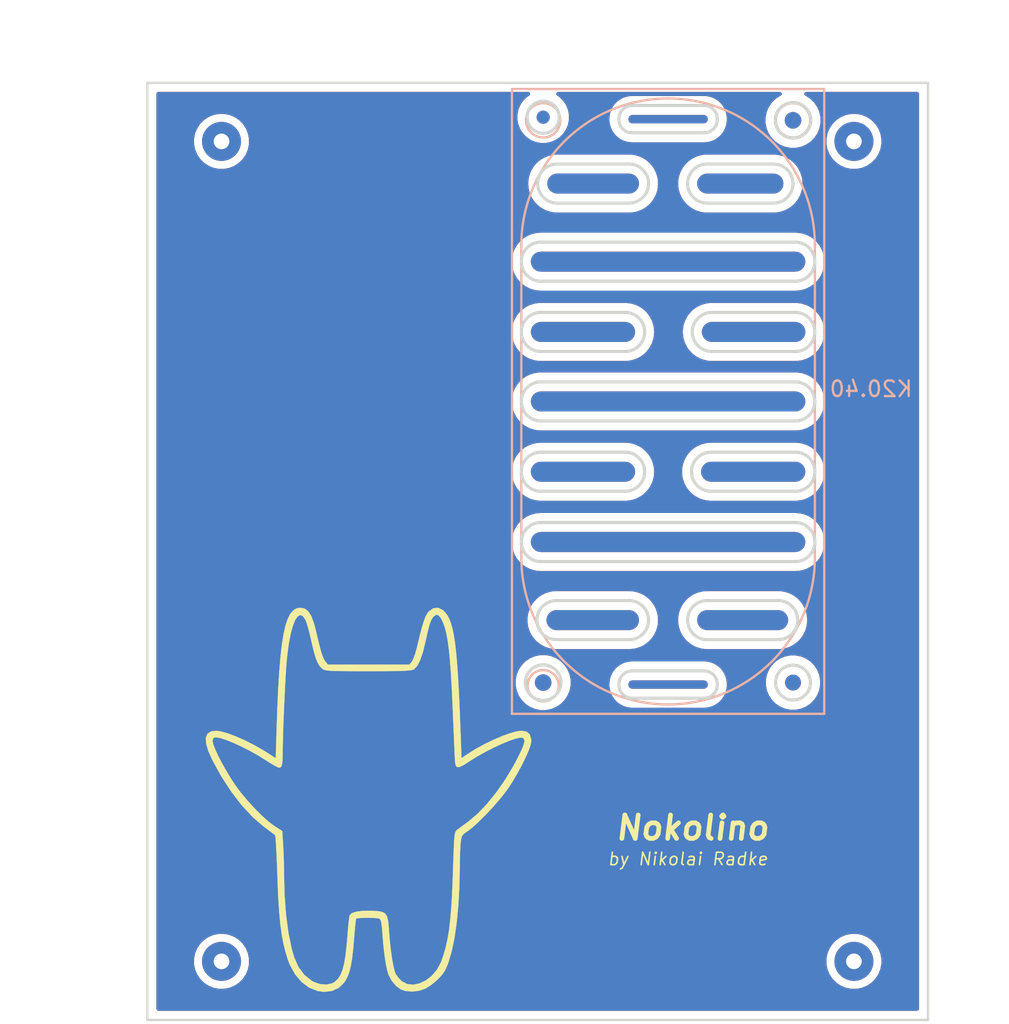
<source format=kicad_pcb>
(kicad_pcb (version 20171130) (host pcbnew 5.1.5-52549c5~84~ubuntu18.04.1)

  (general
    (thickness 1.6)
    (drawings 91)
    (tracks 0)
    (zones 0)
    (modules 6)
    (nets 1)
  )

  (page A4)
  (layers
    (0 F.Cu signal)
    (31 B.Cu signal)
    (32 B.Adhes user)
    (33 F.Adhes user)
    (34 B.Paste user)
    (35 F.Paste user)
    (36 B.SilkS user)
    (37 F.SilkS user)
    (38 B.Mask user)
    (39 F.Mask user)
    (40 Dwgs.User user)
    (41 Cmts.User user)
    (42 Eco1.User user)
    (43 Eco2.User user)
    (44 Edge.Cuts user)
    (45 Margin user)
    (46 B.CrtYd user)
    (47 F.CrtYd user)
    (48 B.Fab user)
    (49 F.Fab user)
  )

  (setup
    (last_trace_width 0.25)
    (trace_clearance 0.2)
    (zone_clearance 0.508)
    (zone_45_only no)
    (trace_min 0.2)
    (via_size 0.6)
    (via_drill 0.4)
    (via_min_size 0.4)
    (via_min_drill 0.3)
    (uvia_size 0.3)
    (uvia_drill 0.1)
    (uvias_allowed no)
    (uvia_min_size 0.2)
    (uvia_min_drill 0.1)
    (edge_width 0.2)
    (segment_width 0.2)
    (pcb_text_width 0.3)
    (pcb_text_size 1.5 1.5)
    (mod_edge_width 0.15)
    (mod_text_size 1 1)
    (mod_text_width 0.15)
    (pad_size 1.524 1.524)
    (pad_drill 0.762)
    (pad_to_mask_clearance 0.2)
    (solder_mask_min_width 0.25)
    (aux_axis_origin 0 0)
    (visible_elements FFFFFF7F)
    (pcbplotparams
      (layerselection 0x010fc_ffffffff)
      (usegerberextensions false)
      (usegerberattributes false)
      (usegerberadvancedattributes false)
      (creategerberjobfile false)
      (excludeedgelayer true)
      (linewidth 0.100000)
      (plotframeref false)
      (viasonmask false)
      (mode 1)
      (useauxorigin false)
      (hpglpennumber 1)
      (hpglpenspeed 20)
      (hpglpendiameter 15.000000)
      (psnegative false)
      (psa4output false)
      (plotreference true)
      (plotvalue true)
      (plotinvisibletext false)
      (padsonsilk false)
      (subtractmaskfromsilk false)
      (outputformat 1)
      (mirror false)
      (drillshape 0)
      (scaleselection 1)
      (outputdirectory "GERBERS_NEW/"))
  )

  (net 0 "")

  (net_class Default "Dies ist die voreingestellte Netzklasse."
    (clearance 0.2)
    (trace_width 0.25)
    (via_dia 0.6)
    (via_drill 0.4)
    (uvia_dia 0.3)
    (uvia_drill 0.1)
  )

  (module Nokolino_top:Nokolino_logo (layer F.Cu) (tedit 0) (tstamp 5CB4DF4A)
    (at 113.665 95.885)
    (fp_text reference G*** (at 0 0) (layer F.SilkS) hide
      (effects (font (size 1.524 1.524) (thickness 0.3)))
    )
    (fp_text value LOGO (at 0.75 0) (layer F.SilkS) hide
      (effects (font (size 1.524 1.524) (thickness 0.3)))
    )
    (fp_poly (pts (xy -3.589224 -12.221914) (xy -3.358605 -12.048591) (xy -3.163599 -11.743104) (xy -2.994712 -11.291859)
      (xy -2.885002 -10.873598) (xy -2.739148 -10.254651) (xy -2.620388 -9.779026) (xy -2.521856 -9.424154)
      (xy -2.436687 -9.167464) (xy -2.358017 -8.986386) (xy -2.27898 -8.858349) (xy -2.267492 -8.843368)
      (xy -2.104377 -8.636001) (xy 0.507999 -8.636) (xy 3.120376 -8.636) (xy 3.282225 -8.841758)
      (xy 3.37063 -9.011879) (xy 3.475554 -9.3004) (xy 3.580763 -9.659585) (xy 3.634933 -9.878925)
      (xy 3.792186 -10.541283) (xy 3.927787 -11.057454) (xy 4.048743 -11.448141) (xy 4.162061 -11.734049)
      (xy 4.274747 -11.93588) (xy 4.370342 -12.051918) (xy 4.657012 -12.246745) (xy 4.952181 -12.274094)
      (xy 5.245026 -12.134717) (xy 5.40764 -11.979957) (xy 5.54834 -11.791942) (xy 5.67362 -11.559527)
      (xy 5.784922 -11.271415) (xy 5.883692 -10.91631) (xy 5.971372 -10.482917) (xy 6.049407 -9.95994)
      (xy 6.119242 -9.336083) (xy 6.182319 -8.60005) (xy 6.240083 -7.740546) (xy 6.293978 -6.746274)
      (xy 6.345447 -5.605939) (xy 6.395936 -4.308246) (xy 6.398965 -4.225128) (xy 6.456169 -2.650589)
      (xy 6.889918 -2.943158) (xy 7.374915 -3.245243) (xy 7.914704 -3.539544) (xy 8.476541 -3.812013)
      (xy 9.027684 -4.048606) (xy 9.535387 -4.235275) (xy 9.966909 -4.357976) (xy 10.289505 -4.402662)
      (xy 10.292279 -4.402667) (xy 10.615145 -4.347306) (xy 10.819609 -4.175502) (xy 10.913576 -3.878673)
      (xy 10.922 -3.719023) (xy 10.877347 -3.478757) (xy 10.752631 -3.125971) (xy 10.561716 -2.689039)
      (xy 10.318465 -2.196336) (xy 10.036742 -1.676236) (xy 9.730411 -1.157115) (xy 9.477219 -0.762)
      (xy 9.196377 -0.376021) (xy 8.840405 0.061187) (xy 8.437029 0.520358) (xy 8.013974 0.972223)
      (xy 7.598966 1.387518) (xy 7.21973 1.736975) (xy 6.903991 1.991328) (xy 6.80711 2.056534)
      (xy 6.599917 2.200253) (xy 6.487312 2.34293) (xy 6.429433 2.550806) (xy 6.405679 2.723601)
      (xy 6.383397 2.993976) (xy 6.364821 3.378447) (xy 6.352135 3.821781) (xy 6.347657 4.191)
      (xy 6.321292 5.533751) (xy 6.253655 6.77374) (xy 6.146274 7.899952) (xy 6.000676 8.901369)
      (xy 5.818389 9.766975) (xy 5.60094 10.485754) (xy 5.413726 10.925805) (xy 5.205754 11.231533)
      (xy 4.893819 11.560661) (xy 4.528077 11.866442) (xy 4.158684 12.102127) (xy 4.142806 12.110322)
      (xy 3.745475 12.246986) (xy 3.297782 12.298777) (xy 2.867413 12.26343) (xy 2.565543 12.163063)
      (xy 2.257506 11.931781) (xy 1.976306 11.593923) (xy 1.775803 11.217957) (xy 1.687558 10.914931)
      (xy 1.600403 10.477515) (xy 1.519537 9.940607) (xy 1.450155 9.339101) (xy 1.397457 8.707891)
      (xy 1.393928 8.654213) (xy 1.360743 8.216036) (xy 1.324338 7.920083) (xy 1.279464 7.739259)
      (xy 1.220874 7.646467) (xy 1.195415 7.629396) (xy 1.06117 7.602447) (xy 0.817477 7.58517)
      (xy 0.514471 7.577575) (xy 0.202286 7.579671) (xy -0.068943 7.591469) (xy -0.249084 7.612977)
      (xy -0.291335 7.629112) (xy -0.310964 7.722509) (xy -0.339021 7.952726) (xy -0.37212 8.287663)
      (xy -0.406873 8.695219) (xy -0.415611 8.807146) (xy -0.48033 9.559819) (xy -0.550407 10.167239)
      (xy -0.631253 10.653487) (xy -0.728277 11.042643) (xy -0.84689 11.358788) (xy -0.992502 11.626002)
      (xy -1.076242 11.747589) (xy -1.409746 12.064242) (xy -1.837797 12.258734) (xy -2.328016 12.32099)
      (xy -2.747791 12.267716) (xy -3.29879 12.050458) (xy -3.792047 11.684116) (xy -4.21408 11.183053)
      (xy -4.551405 10.561631) (xy -4.686695 10.202333) (xy -4.837658 9.696737) (xy -4.963759 9.169217)
      (xy -5.067805 8.596932) (xy -5.152602 7.957038) (xy -5.220958 7.226694) (xy -5.275678 6.383057)
      (xy -5.319572 5.403285) (xy -5.336446 4.914778) (xy -5.359001 4.270715) (xy -5.383357 3.682192)
      (xy -5.408347 3.170273) (xy -5.4328 2.756025) (xy -5.455549 2.460515) (xy -5.475423 2.304807)
      (xy -5.482289 2.286402) (xy -5.573608 2.216781) (xy -5.767719 2.070285) (xy -6.031905 1.871574)
      (xy -6.211675 1.736618) (xy -6.914765 1.130907) (xy -7.613281 0.378224) (xy -8.290265 -0.499521)
      (xy -8.928759 -1.48042) (xy -9.48919 -2.497667) (xy -9.757748 -3.095229) (xy -9.901394 -3.579354)
      (xy -9.9087 -3.725191) (xy -9.482667 -3.725191) (xy -9.438189 -3.518632) (xy -9.314488 -3.199336)
      (xy -9.126158 -2.795531) (xy -8.887799 -2.335445) (xy -8.614006 -1.847307) (xy -8.319376 -1.359346)
      (xy -8.031377 -0.918588) (xy -7.671804 -0.43275) (xy -7.246247 0.077578) (xy -6.786209 0.579614)
      (xy -6.323196 1.040575) (xy -5.888712 1.427679) (xy -5.514263 1.708144) (xy -5.495392 1.720232)
      (xy -5.021784 2.020283) (xy -4.966225 2.928312) (xy -4.940838 3.439585) (xy -4.92122 4.017131)
      (xy -4.910497 4.561614) (xy -4.909412 4.733337) (xy -4.875974 6.111905) (xy -4.780944 7.388014)
      (xy -4.626264 8.545469) (xy -4.413874 9.568074) (xy -4.267894 10.083909) (xy -3.993735 10.714559)
      (xy -3.61076 11.228218) (xy -3.129214 11.611922) (xy -3.006921 11.679745) (xy -2.61417 11.817519)
      (xy -2.210357 11.851148) (xy -1.8498 11.780783) (xy -1.660056 11.675996) (xy -1.463648 11.486155)
      (xy -1.302396 11.242878) (xy -1.17094 10.926351) (xy -1.06392 10.51676) (xy -0.975974 9.994291)
      (xy -0.901743 9.33913) (xy -0.84561 8.665609) (xy -0.810967 8.238946) (xy -0.775032 7.866252)
      (xy -0.741715 7.583908) (xy -0.714925 7.4283) (xy -0.711488 7.417549) (xy -0.571372 7.279076)
      (xy -0.283821 7.181212) (xy 0.133341 7.127631) (xy 0.662292 7.122006) (xy 0.713317 7.123918)
      (xy 1.105381 7.147673) (xy 1.38403 7.198803) (xy 1.570984 7.303286) (xy 1.687961 7.4871)
      (xy 1.756681 7.776223) (xy 1.798863 8.196633) (xy 1.815389 8.442104) (xy 1.864019 9.052223)
      (xy 1.929232 9.644071) (xy 2.006119 10.186215) (xy 2.089771 10.647221) (xy 2.175277 10.995658)
      (xy 2.24182 11.17243) (xy 2.39124 11.387577) (xy 2.597 11.604506) (xy 2.628121 11.631581)
      (xy 2.966649 11.81475) (xy 3.354194 11.858617) (xy 3.76521 11.77591) (xy 4.174151 11.579361)
      (xy 4.55547 11.281699) (xy 4.883623 10.895655) (xy 5.133061 10.433958) (xy 5.157609 10.371094)
      (xy 5.314661 9.915006) (xy 5.448027 9.440851) (xy 5.560198 8.928894) (xy 5.653665 8.3594)
      (xy 5.73092 7.712633) (xy 5.794455 6.968858) (xy 5.84676 6.10834) (xy 5.890327 5.111342)
      (xy 5.915562 4.367143) (xy 5.937268 3.684976) (xy 5.956549 3.152149) (xy 5.975418 2.748726)
      (xy 5.995887 2.454771) (xy 6.019969 2.25035) (xy 6.049675 2.115527) (xy 6.087019 2.030366)
      (xy 6.134012 1.974933) (xy 6.159142 1.954143) (xy 6.308799 1.841488) (xy 6.548992 1.663805)
      (xy 6.833179 1.455486) (xy 6.895476 1.410056) (xy 7.484133 0.914158) (xy 8.08962 0.279621)
      (xy 8.691441 -0.467028) (xy 9.269101 -1.29926) (xy 9.802106 -2.190546) (xy 10.070435 -2.699573)
      (xy 10.290434 -3.155672) (xy 10.426711 -3.487773) (xy 10.483923 -3.716316) (xy 10.466728 -3.861743)
      (xy 10.379781 -3.944495) (xy 10.356376 -3.954584) (xy 10.174173 -3.956502) (xy 9.873455 -3.882477)
      (xy 9.480561 -3.744262) (xy 9.02183 -3.553614) (xy 8.5236 -3.322288) (xy 8.01221 -3.06204)
      (xy 7.513998 -2.784626) (xy 7.055302 -2.501802) (xy 6.960941 -2.439099) (xy 6.597277 -2.205662)
      (xy 6.344173 -2.081539) (xy 6.180993 -2.068986) (xy 6.087098 -2.170261) (xy 6.041854 -2.38762)
      (xy 6.031014 -2.540793) (xy 6.022118 -2.735031) (xy 6.007162 -3.075108) (xy 5.987148 -3.537677)
      (xy 5.963078 -4.099391) (xy 5.935952 -4.736903) (xy 5.906773 -5.426865) (xy 5.883963 -5.969)
      (xy 5.832399 -7.084674) (xy 5.777309 -8.04453) (xy 5.717209 -8.86207) (xy 5.650618 -9.550798)
      (xy 5.576053 -10.124216) (xy 5.492031 -10.595827) (xy 5.39707 -10.979134) (xy 5.303832 -11.252727)
      (xy 5.136067 -11.60701) (xy 4.975996 -11.796743) (xy 4.817465 -11.826143) (xy 4.654322 -11.699427)
      (xy 4.653471 -11.698392) (xy 4.558047 -11.561017) (xy 4.473523 -11.382891) (xy 4.390827 -11.135253)
      (xy 4.300885 -10.789344) (xy 4.194623 -10.316406) (xy 4.14748 -10.094558) (xy 3.985794 -9.438015)
      (xy 3.807386 -8.919811) (xy 3.616565 -8.55036) (xy 3.423293 -8.343714) (xy 3.345988 -8.306868)
      (xy 3.226861 -8.277449) (xy 3.048183 -8.254668) (xy 2.792227 -8.237735) (xy 2.441263 -8.225861)
      (xy 1.977563 -8.218257) (xy 1.3834 -8.214133) (xy 0.641045 -8.2127) (xy 0.480063 -8.212667)
      (xy -0.276052 -8.213131) (xy -0.881383 -8.215223) (xy -1.354477 -8.219996) (xy -1.713882 -8.228503)
      (xy -1.978147 -8.241795) (xy -2.165819 -8.260926) (xy -2.295446 -8.286947) (xy -2.385575 -8.320911)
      (xy -2.454756 -8.363871) (xy -2.476422 -8.380415) (xy -2.628877 -8.538047) (xy -2.764699 -8.7687)
      (xy -2.892604 -9.095262) (xy -3.021309 -9.540618) (xy -3.159532 -10.127654) (xy -3.182884 -10.235191)
      (xy -3.280675 -10.654738) (xy -3.384298 -11.041668) (xy -3.480456 -11.349256) (xy -3.547026 -11.514667)
      (xy -3.709548 -11.742734) (xy -3.87407 -11.809617) (xy -4.036936 -11.723368) (xy -4.194491 -11.492044)
      (xy -4.34308 -11.123697) (xy -4.479049 -10.626382) (xy -4.598743 -10.008153) (xy -4.698505 -9.277064)
      (xy -4.738093 -8.89) (xy -4.769507 -8.490895) (xy -4.8037 -7.956936) (xy -4.83915 -7.322547)
      (xy -4.874337 -6.622153) (xy -4.907739 -5.890178) (xy -4.937836 -5.161048) (xy -4.963107 -4.469186)
      (xy -4.982031 -3.849017) (xy -4.993086 -3.334966) (xy -4.995334 -3.067654) (xy -5.00156 -2.622573)
      (xy -5.02392 -2.321509) (xy -5.067931 -2.139479) (xy -5.139114 -2.051499) (xy -5.224138 -2.032001)
      (xy -5.345693 -2.076565) (xy -5.56936 -2.196348) (xy -5.857818 -2.370482) (xy -6.04058 -2.488476)
      (xy -6.544354 -2.802308) (xy -7.083783 -3.105194) (xy -7.629299 -3.383533) (xy -8.151333 -3.62372)
      (xy -8.620319 -3.812151) (xy -9.006686 -3.935223) (xy -9.280868 -3.979334) (xy -9.281081 -3.979334)
      (xy -9.42565 -3.949835) (xy -9.478335 -3.827914) (xy -9.482667 -3.725191) (xy -9.9087 -3.725191)
      (xy -9.920017 -3.951057) (xy -9.813504 -4.211353) (xy -9.58174 -4.361258) (xy -9.277114 -4.402667)
      (xy -8.939876 -4.356948) (xy -8.493788 -4.228549) (xy -7.969616 -4.030605) (xy -7.398129 -3.776253)
      (xy -6.810093 -3.478628) (xy -6.236275 -3.150866) (xy -6.002733 -3.004686) (xy -5.443798 -2.64434)
      (xy -5.385563 -4.56067) (xy -5.337478 -5.941813) (xy -5.281166 -7.161824) (xy -5.215037 -8.228771)
      (xy -5.1375 -9.150727) (xy -5.046964 -9.935761) (xy -4.94184 -10.591943) (xy -4.820537 -11.127344)
      (xy -4.681465 -11.550034) (xy -4.523032 -11.868084) (xy -4.343649 -12.089564) (xy -4.141725 -12.222544)
      (xy -3.915669 -12.275095) (xy -3.864953 -12.276667) (xy -3.589224 -12.221914)) (layer F.SilkS) (width 0.01))
  )

  (module Nokolino_top:K20.40_mount (layer B.Cu) (tedit 5A64E34E) (tstamp 5A64E4ED)
    (at 133.35 70.4)
    (descr K20.40)
    (tags Lautsprecher)
    (fp_text reference K20.40 (at 13 -0.8) (layer B.SilkS)
      (effects (font (size 1 1) (thickness 0.15)) (justify mirror))
    )
    (fp_text value K20.40 (at 12.9 0.8) (layer B.Fab)
      (effects (font (size 1 1) (thickness 0.15)) (justify mirror))
    )
    (fp_line (start 10 -20) (end 10 20) (layer B.SilkS) (width 0.15))
    (fp_line (start -10 -20) (end -10 20) (layer B.SilkS) (width 0.15))
    (fp_line (start -10 -20) (end 10 -20) (layer B.SilkS) (width 0.15))
    (fp_line (start 10 20) (end -10 20) (layer B.SilkS) (width 0.15))
    (fp_circle (center -8 18.2) (end -7 18.2) (layer B.SilkS) (width 0.15))
    (fp_circle (center 8 18) (end 9.1 18) (layer B.SilkS) (width 0.15))
    (fp_circle (center -8 -18) (end -6.9 -18) (layer B.SilkS) (width 0.15))
    (fp_circle (center 8 -18) (end 9.1 -18) (layer B.SilkS) (width 0.15))
    (fp_line (start -9.4 10) (end -9.4 -10) (layer B.SilkS) (width 0.15))
    (fp_line (start 9.4 10) (end 9.4 -10) (layer B.SilkS) (width 0.15))
    (fp_arc (start 0 10) (end -9.4 10) (angle -90) (layer B.SilkS) (width 0.15))
    (fp_arc (start 0 10) (end 0 19.4) (angle -90) (layer B.SilkS) (width 0.15))
    (fp_arc (start 0 -10) (end 0 -19.4) (angle -90) (layer B.SilkS) (width 0.15))
    (fp_arc (start 0 -10) (end 9.4 -10) (angle -90) (layer B.SilkS) (width 0.15))
  )

  (module Wire_Pads:SolderWirePad_single_1mmDrill (layer F.Cu) (tedit 5A89475E) (tstamp 5A6E3293)
    (at 104.75 53.75)
    (fp_text reference "" (at 0 -3.81) (layer F.SilkS)
      (effects (font (size 1 1) (thickness 0.15)))
    )
    (fp_text value SolderWirePad_single_1mmDrill (at -1.905 3.175) (layer F.Fab)
      (effects (font (size 1 1) (thickness 0.15)))
    )
    (pad 1 thru_hole circle (at 0 0) (size 2.49936 2.49936) (drill 1.00076) (layers *.Cu *.Mask))
  )

  (module Wire_Pads:SolderWirePad_single_1mmDrill (layer F.Cu) (tedit 5A894754) (tstamp 5A6E32A1)
    (at 104.75 106.25)
    (fp_text reference "" (at 0 -3.81) (layer F.SilkS)
      (effects (font (size 1 1) (thickness 0.15)))
    )
    (fp_text value SolderWirePad_single_1mmDrill (at -1.905 3.175) (layer F.Fab)
      (effects (font (size 1 1) (thickness 0.15)))
    )
    (pad 1 thru_hole circle (at 0 0) (size 2.49936 2.49936) (drill 1.00076) (layers *.Cu *.Mask))
  )

  (module Wire_Pads:SolderWirePad_single_1mmDrill (layer F.Cu) (tedit 5A89474B) (tstamp 5A6E32AF)
    (at 145.25 106.25)
    (fp_text reference "" (at 0 -3.81) (layer F.SilkS)
      (effects (font (size 1 1) (thickness 0.15)))
    )
    (fp_text value SolderWirePad_single_1mmDrill (at -1.905 3.175) (layer F.Fab)
      (effects (font (size 1 1) (thickness 0.15)))
    )
    (pad 1 thru_hole circle (at 0 0) (size 2.49936 2.49936) (drill 1.00076) (layers *.Cu *.Mask))
  )

  (module Wire_Pads:SolderWirePad_single_1mmDrill (layer F.Cu) (tedit 5A894764) (tstamp 5A6E32B8)
    (at 145.25 53.75)
    (fp_text reference "" (at 0 -3.81) (layer F.SilkS)
      (effects (font (size 1 1) (thickness 0.15)))
    )
    (fp_text value SolderWirePad_single_1mmDrill (at -1.905 3.175) (layer F.Fab)
      (effects (font (size 1 1) (thickness 0.15)))
    )
    (pad 1 thru_hole circle (at 0 0) (size 2.49936 2.49936) (drill 1.00076) (layers *.Cu *.Mask))
  )

  (gr_text "by Nikolai Radke" (at 134.62 99.695) (layer F.SilkS) (tstamp 5CB4DF31)
    (effects (font (size 0.8 0.8) (thickness 0.1) italic))
  )
  (gr_text Nokolino (at 134.9 97.7) (layer F.SilkS)
    (effects (font (size 1.5 1.5) (thickness 0.3) italic))
  )
  (gr_arc (start 135.65 52.35) (end 136.5 52.35) (angle 90) (layer Edge.Cuts) (width 0.2) (tstamp 5A6CE3B0))
  (gr_arc (start 135.65 52.3) (end 135.65 51.45) (angle 90) (layer Edge.Cuts) (width 0.2) (tstamp 5A6CE3A3))
  (gr_arc (start 131.05 52.35) (end 131.05 53.2) (angle 90) (layer Edge.Cuts) (width 0.2) (tstamp 5A6CE397))
  (gr_arc (start 131.05 52.3) (end 130.2 52.3) (angle 90) (layer Edge.Cuts) (width 0.2) (tstamp 5A6CE382))
  (gr_line (start 135.65 51.45) (end 131.05 51.45) (angle 90) (layer Edge.Cuts) (width 0.2) (tstamp 5A6CE34C))
  (gr_line (start 135.65 87.65) (end 131.05 87.65) (angle 90) (layer Edge.Cuts) (width 0.2) (tstamp 5A6CE33B))
  (gr_arc (start 135.65 88.55) (end 136.5 88.55) (angle 90) (layer Edge.Cuts) (width 0.2))
  (gr_arc (start 131.05 88.5) (end 130.2 88.5) (angle 90) (layer Edge.Cuts) (width 0.2))
  (gr_arc (start 135.65 88.5) (end 135.65 87.65) (angle 90) (layer Edge.Cuts) (width 0.2))
  (gr_arc (start 131.05 88.55) (end 131.05 89.4) (angle 90) (layer Edge.Cuts) (width 0.2))
  (gr_line (start 135.65 89.4) (end 131.05 89.4) (angle 90) (layer Edge.Cuts) (width 0.2) (tstamp 5A6CD8EA))
  (gr_line (start 135.65 53.2) (end 131.05 53.2) (angle 90) (layer Edge.Cuts) (width 0.2))
  (gr_arc (start 140.4 84.4) (end 140.4 83.15) (angle 90) (layer Edge.Cuts) (width 0.2) (tstamp 5A6CD7E4))
  (gr_arc (start 140.4 84.4) (end 141.65 84.4) (angle 90) (layer Edge.Cuts) (width 0.2) (tstamp 5A6CD7DE))
  (gr_line (start 140.45 85.65) (end 135.8 85.65) (angle 90) (layer Edge.Cuts) (width 0.2) (tstamp 5A6CD7D9))
  (gr_line (start 135.85 83.15) (end 140.45 83.15) (angle 90) (layer Edge.Cuts) (width 0.2) (tstamp 5A6CD7D1))
  (gr_arc (start 135.85 84.4) (end 135.85 85.65) (angle 90) (layer Edge.Cuts) (width 0.2) (tstamp 5A6CD7C7))
  (gr_arc (start 135.85 84.4) (end 134.6 84.35) (angle 90) (layer Edge.Cuts) (width 0.2) (tstamp 5A6CD7B9))
  (gr_line (start 130.85 85.65) (end 126.2 85.65) (angle 90) (layer Edge.Cuts) (width 0.2))
  (gr_line (start 126.25 83.15) (end 130.85 83.15) (angle 90) (layer Edge.Cuts) (width 0.2))
  (gr_arc (start 130.85 84.4) (end 132.1 84.4) (angle 90) (layer Edge.Cuts) (width 0.2) (tstamp 5A6CD6C3))
  (gr_line (start 126.3 57.7) (end 126.25 57.7) (angle 90) (layer Edge.Cuts) (width 0.2))
  (gr_line (start 135.85 57.7) (end 140.1 57.7) (angle 90) (layer Edge.Cuts) (width 0.2))
  (gr_line (start 140.1 55.2) (end 135.9 55.2) (angle 90) (layer Edge.Cuts) (width 0.2))
  (gr_line (start 130.85 57.7) (end 126.25 57.7) (angle 90) (layer Edge.Cuts) (width 0.2))
  (gr_line (start 126.3 55.2) (end 130.85 55.2) (angle 90) (layer Edge.Cuts) (width 0.2))
  (gr_arc (start 130.85 84.4) (end 130.85 83.15) (angle 90) (layer Edge.Cuts) (width 0.2) (tstamp 5A6CD58F))
  (gr_arc (start 126.2 84.4) (end 126.2 85.65) (angle 90) (layer Edge.Cuts) (width 0.2) (tstamp 5A6CD544))
  (gr_arc (start 126.2 84.4) (end 124.95 84.35) (angle 90) (layer Edge.Cuts) (width 0.2) (tstamp 5A6CD4F9))
  (gr_arc (start 135.85 56.45) (end 135.85 57.7) (angle 90) (layer Edge.Cuts) (width 0.2) (tstamp 5A6CD46B))
  (gr_arc (start 135.85 56.45) (end 134.6 56.4) (angle 90) (layer Edge.Cuts) (width 0.2) (tstamp 5A6CD45F))
  (gr_arc (start 130.85 56.45) (end 132.1 56.45) (angle 90) (layer Edge.Cuts) (width 0.2) (tstamp 5A6CD44B))
  (gr_arc (start 130.85 56.45) (end 130.85 55.2) (angle 90) (layer Edge.Cuts) (width 0.2) (tstamp 5A6CD440))
  (gr_arc (start 140.1 56.45) (end 141.35 56.45) (angle 90) (layer Edge.Cuts) (width 0.2) (tstamp 5A6CD421))
  (gr_arc (start 140.1 56.45) (end 140.1 55.2) (angle 90) (layer Edge.Cuts) (width 0.2) (tstamp 5A6CD416))
  (gr_arc (start 126.25 56.45) (end 126.25 57.7) (angle 90) (layer Edge.Cuts) (width 0.2) (tstamp 5A6CD3CF))
  (gr_arc (start 126.25 56.45) (end 125 56.4) (angle 90) (layer Edge.Cuts) (width 0.2) (tstamp 5A6CD3B5))
  (gr_arc (start 130.6 65.95) (end 131.85 65.95) (angle 90) (layer Edge.Cuts) (width 0.2) (tstamp 5A6CD32E))
  (gr_arc (start 130.6 65.95) (end 130.6 64.7) (angle 90) (layer Edge.Cuts) (width 0.2) (tstamp 5A6CD322))
  (gr_line (start 130.6 67.2) (end 125.2 67.2) (angle 90) (layer Edge.Cuts) (width 0.2) (tstamp 5A6CD315))
  (gr_line (start 125.25 64.7) (end 130.6 64.7) (angle 90) (layer Edge.Cuts) (width 0.2) (tstamp 5A6CD308))
  (gr_arc (start 125.2 65.95) (end 125.2 67.2) (angle 90) (layer Edge.Cuts) (width 0.2) (tstamp 5A6CD2E3))
  (gr_arc (start 125.2 65.95) (end 123.95 65.9) (angle 90) (layer Edge.Cuts) (width 0.2) (tstamp 5A6CD2D1))
  (gr_arc (start 136.15 65.95) (end 136.15 67.2) (angle 90) (layer Edge.Cuts) (width 0.2) (tstamp 5A6CD2BD))
  (gr_arc (start 136.15 65.95) (end 134.9 65.9) (angle 90) (layer Edge.Cuts) (width 0.2) (tstamp 5A6CD2B0))
  (gr_arc (start 141.5 65.95) (end 142.75 65.95) (angle 90) (layer Edge.Cuts) (width 0.2) (tstamp 5A6CD29F))
  (gr_line (start 136.15 67.2) (end 141.5 67.2) (angle 90) (layer Edge.Cuts) (width 0.2) (tstamp 5A6CD296))
  (gr_line (start 136.2 64.7) (end 141.55 64.7) (angle 90) (layer Edge.Cuts) (width 0.2) (tstamp 5A6CD28B))
  (gr_line (start 141.5 78.15) (end 125.2 78.15) (angle 90) (layer Edge.Cuts) (width 0.2) (tstamp 5A6CD247))
  (gr_arc (start 141.5 79.4) (end 141.5 78.15) (angle 90) (layer Edge.Cuts) (width 0.2) (tstamp 5A6CD229))
  (gr_arc (start 136.1 74.9) (end 136.1 76.15) (angle 90) (layer Edge.Cuts) (width 0.2) (tstamp 5A6CD1CC))
  (gr_arc (start 136.1 74.9) (end 134.85 74.85) (angle 90) (layer Edge.Cuts) (width 0.2) (tstamp 5A6CD1BD))
  (gr_line (start 136.15 76.15) (end 141.5 76.15) (angle 90) (layer Edge.Cuts) (width 0.2) (tstamp 5A6CD1AF))
  (gr_line (start 136.15 73.65) (end 141.5 73.65) (angle 90) (layer Edge.Cuts) (width 0.2) (tstamp 5A6CD1A5))
  (gr_arc (start 141.5 74.9) (end 142.75 74.9) (angle 90) (layer Edge.Cuts) (width 0.2) (tstamp 5A6CD192))
  (gr_arc (start 141.5 74.9) (end 141.5 73.65) (angle 90) (layer Edge.Cuts) (width 0.2) (tstamp 5A6CD183))
  (gr_line (start 130.6 76.15) (end 125.2 76.15) (angle 90) (layer Edge.Cuts) (width 0.2))
  (gr_line (start 125.25 73.65) (end 130.6 73.65) (angle 90) (layer Edge.Cuts) (width 0.2))
  (gr_arc (start 130.6 74.9) (end 131.85 74.9) (angle 90) (layer Edge.Cuts) (width 0.2) (tstamp 5A6CD14C))
  (gr_arc (start 130.6 74.9) (end 130.6 73.65) (angle 90) (layer Edge.Cuts) (width 0.2) (tstamp 5A6CD144))
  (gr_arc (start 125.2 74.9) (end 125.2 76.15) (angle 90) (layer Edge.Cuts) (width 0.2) (tstamp 5A6CD117))
  (gr_arc (start 125.2 74.9) (end 123.95 74.85) (angle 90) (layer Edge.Cuts) (width 0.2) (tstamp 5A6CD0F7))
  (gr_line (start 125.2 62.7) (end 141.5 62.7) (angle 90) (layer Edge.Cuts) (width 0.2))
  (gr_line (start 141.5 60.2) (end 125.25 60.2) (angle 90) (layer Edge.Cuts) (width 0.2))
  (gr_arc (start 141.5 61.45) (end 142.75 61.45) (angle 90) (layer Edge.Cuts) (width 0.2) (tstamp 5A6CD0B0))
  (gr_arc (start 141.5 61.45) (end 141.5 60.2) (angle 90) (layer Edge.Cuts) (width 0.2) (tstamp 5A6CD0A7))
  (gr_arc (start 125.2 61.45) (end 125.2 62.7) (angle 90) (layer Edge.Cuts) (width 0.2) (tstamp 5A6CD08B))
  (gr_arc (start 125.2 61.45) (end 123.95 61.4) (angle 90) (layer Edge.Cuts) (width 0.2) (tstamp 5A6CD080))
  (gr_line (start 141.5 80.65) (end 125.2 80.65) (angle 90) (layer Edge.Cuts) (width 0.2))
  (gr_arc (start 141.5 65.95) (end 141.5 64.7) (angle 90) (layer Edge.Cuts) (width 0.2) (tstamp 5A6CCF85))
  (gr_arc (start 141.5 79.4) (end 142.75 79.4) (angle 90) (layer Edge.Cuts) (width 0.2) (tstamp 5A6CCF79))
  (gr_arc (start 125.2 79.4) (end 123.95 79.35) (angle 90) (layer Edge.Cuts) (width 0.2) (tstamp 5A6CCF6D))
  (gr_arc (start 125.2 79.4) (end 125.2 80.65) (angle 90) (layer Edge.Cuts) (width 0.2) (tstamp 5A6CCF54))
  (gr_line (start 125.2 71.65) (end 141.5 71.65) (angle 90) (layer Edge.Cuts) (width 0.2))
  (gr_line (start 141.5 69.15) (end 125.25 69.15) (angle 90) (layer Edge.Cuts) (width 0.2))
  (gr_arc (start 141.5 70.4) (end 141.5 69.15) (angle 90) (layer Edge.Cuts) (width 0.2))
  (gr_arc (start 141.5 70.4) (end 142.75 70.4) (angle 90) (layer Edge.Cuts) (width 0.2))
  (gr_arc (start 125.2 70.4) (end 123.95 70.35) (angle 90) (layer Edge.Cuts) (width 0.2))
  (gr_arc (start 125.2 70.4) (end 125.2 71.65) (angle 90) (layer Edge.Cuts) (width 0.2))
  (dimension 60 (width 0.3) (layer Cmts.User)
    (gr_text "60,000 mm" (at 96.850001 80 270) (layer Cmts.User)
      (effects (font (size 1.5 1.5) (thickness 0.3)))
    )
    (feature1 (pts (xy 100 110) (xy 95.500001 110)))
    (feature2 (pts (xy 100 50) (xy 95.500001 50)))
    (crossbar (pts (xy 98.200001 50) (xy 98.200001 110)))
    (arrow1a (pts (xy 98.200001 110) (xy 97.61358 108.873496)))
    (arrow1b (pts (xy 98.200001 110) (xy 98.786422 108.873496)))
    (arrow2a (pts (xy 98.200001 50) (xy 97.61358 51.126504)))
    (arrow2b (pts (xy 98.200001 50) (xy 98.786422 51.126504)))
  )
  (dimension 50 (width 0.3) (layer Cmts.User)
    (gr_text "50,000 mm" (at 125 46.550001) (layer Cmts.User)
      (effects (font (size 1.5 1.5) (thickness 0.3)))
    )
    (feature1 (pts (xy 100 50) (xy 100 45.200001)))
    (feature2 (pts (xy 150 50) (xy 150 45.200001)))
    (crossbar (pts (xy 150 47.900001) (xy 100 47.900001)))
    (arrow1a (pts (xy 100 47.900001) (xy 101.126504 47.31358)))
    (arrow1b (pts (xy 100 47.900001) (xy 101.126504 48.486422)))
    (arrow2a (pts (xy 150 47.900001) (xy 148.873496 47.31358)))
    (arrow2b (pts (xy 150 47.900001) (xy 148.873496 48.486422)))
  )
  (gr_line (start 150 110) (end 100 110) (angle 90) (layer Edge.Cuts) (width 0.15))
  (gr_circle (center 125.35 88.4) (end 126.25 89.1) (layer Edge.Cuts) (width 0.2))
  (gr_circle (center 141.35 88.4) (end 142.35 88.9) (layer Edge.Cuts) (width 0.2))
  (gr_circle (center 125.35 52.2) (end 126.25 52.7) (layer Edge.Cuts) (width 0.2))
  (gr_circle (center 141.35 52.4) (end 142.25 53.1) (layer Edge.Cuts) (width 0.2))
  (gr_line (start 150 50) (end 100 50) (angle 90) (layer Edge.Cuts) (width 0.15))
  (gr_line (start 150 110) (end 150 50) (angle 90) (layer Edge.Cuts) (width 0.15))
  (gr_line (start 100 50) (end 100 110) (angle 90) (layer Edge.Cuts) (width 0.15))

  (zone (net 0) (net_name "") (layer F.Cu) (tstamp 5B8FD57B) (hatch edge 0.508)
    (connect_pads (clearance 0.508))
    (min_thickness 0.254)
    (fill yes (arc_segments 16) (thermal_gap 0.508) (thermal_bridge_width 0.508))
    (polygon
      (pts
        (xy 150 110) (xy 100 110) (xy 100 50) (xy 150 50)
      )
    )
    (filled_polygon
      (pts
        (xy 124.217885 50.820514) (xy 123.970514 51.067885) (xy 123.776156 51.358763) (xy 123.64228 51.681969) (xy 123.57403 52.025082)
        (xy 123.57403 52.374918) (xy 123.64228 52.718031) (xy 123.776156 53.041237) (xy 123.970514 53.332115) (xy 124.217885 53.579486)
        (xy 124.508763 53.773844) (xy 124.831969 53.90772) (xy 125.175082 53.97597) (xy 125.524918 53.97597) (xy 125.868031 53.90772)
        (xy 126.191237 53.773844) (xy 126.482115 53.579486) (xy 126.729486 53.332115) (xy 126.923844 53.041237) (xy 127.05772 52.718031)
        (xy 127.12597 52.374918) (xy 127.12597 52.352601) (xy 129.465005 52.352601) (xy 129.465026 52.358535) (xy 129.46827 52.390458)
        (xy 129.468046 52.422548) (xy 129.469047 52.432761) (xy 129.486387 52.597743) (xy 129.499785 52.663013) (xy 129.512265 52.728436)
        (xy 129.515231 52.73826) (xy 129.564286 52.896732) (xy 129.590114 52.958174) (xy 129.615057 53.019911) (xy 129.619874 53.028972)
        (xy 129.698776 53.174898) (xy 129.736054 53.230164) (xy 129.772506 53.285868) (xy 129.778991 53.293821) (xy 129.884734 53.421642)
        (xy 129.932024 53.468603) (xy 129.978612 53.516177) (xy 129.986519 53.522719) (xy 130.115075 53.627567) (xy 130.170617 53.664469)
        (xy 130.225529 53.702068) (xy 130.234556 53.70695) (xy 130.381029 53.784831) (xy 130.442642 53.810226) (xy 130.503848 53.836459)
        (xy 130.513651 53.839494) (xy 130.672462 53.887442) (xy 130.737858 53.900391) (xy 130.802972 53.914231) (xy 130.813174 53.915304)
        (xy 130.813178 53.915304) (xy 130.978277 53.931492) (xy 131.013895 53.935) (xy 135.686105 53.935) (xy 135.717397 53.931918)
        (xy 135.722548 53.931954) (xy 135.732761 53.930953) (xy 135.897743 53.913613) (xy 135.963013 53.900215) (xy 136.028436 53.887735)
        (xy 136.03826 53.884769) (xy 136.196732 53.835714) (xy 136.258174 53.809886) (xy 136.319911 53.784943) (xy 136.328972 53.780126)
        (xy 136.474898 53.701224) (xy 136.530164 53.663946) (xy 136.585868 53.627494) (xy 136.593821 53.621009) (xy 136.721642 53.515266)
        (xy 136.768603 53.467976) (xy 136.816177 53.421388) (xy 136.822719 53.413481) (xy 136.927567 53.284925) (xy 136.964469 53.229383)
        (xy 137.002068 53.174471) (xy 137.00695 53.165444) (xy 137.084831 53.018971) (xy 137.110226 52.957358) (xy 137.136459 52.896152)
        (xy 137.139494 52.886349) (xy 137.187442 52.727538) (xy 137.200391 52.662142) (xy 137.214231 52.597028) (xy 137.215304 52.586822)
        (xy 137.231492 52.421723) (xy 137.231492 52.339597) (xy 137.23496 52.307661) (xy 137.234995 52.297399) (xy 137.234974 52.291465)
        (xy 137.23173 52.259542) (xy 137.231954 52.227452) (xy 137.230953 52.217239) (xy 137.213613 52.052257) (xy 137.200215 51.986987)
        (xy 137.187735 51.921564) (xy 137.184769 51.91174) (xy 137.135714 51.753268) (xy 137.109886 51.691826) (xy 137.084943 51.630089)
        (xy 137.080125 51.621028) (xy 137.001224 51.475102) (xy 136.963936 51.41982) (xy 136.927494 51.364132) (xy 136.921009 51.356179)
        (xy 136.815266 51.228358) (xy 136.767976 51.181397) (xy 136.721388 51.133823) (xy 136.713487 51.127287) (xy 136.71348 51.12728)
        (xy 136.713472 51.127275) (xy 136.584925 51.022433) (xy 136.529368 50.985521) (xy 136.474471 50.947932) (xy 136.465444 50.94305)
        (xy 136.318971 50.865169) (xy 136.257358 50.839774) (xy 136.196152 50.813541) (xy 136.186349 50.810506) (xy 136.027538 50.762558)
        (xy 135.962155 50.749612) (xy 135.897028 50.735769) (xy 135.886824 50.734696) (xy 135.886822 50.734696) (xy 135.721723 50.718508)
        (xy 135.686105 50.715) (xy 131.013895 50.715) (xy 130.982603 50.718082) (xy 130.977452 50.718046) (xy 130.967239 50.719047)
        (xy 130.802257 50.736387) (xy 130.736987 50.749785) (xy 130.671564 50.762265) (xy 130.66174 50.765231) (xy 130.503268 50.814286)
        (xy 130.441826 50.840114) (xy 130.380089 50.865057) (xy 130.371033 50.869872) (xy 130.371029 50.869874) (xy 130.371028 50.869875)
        (xy 130.225102 50.948776) (xy 130.16982 50.986064) (xy 130.114132 51.022506) (xy 130.106179 51.028991) (xy 129.978358 51.134734)
        (xy 129.931397 51.182024) (xy 129.883823 51.228612) (xy 129.877287 51.236513) (xy 129.87728 51.23652) (xy 129.877275 51.236528)
        (xy 129.772433 51.365075) (xy 129.735521 51.420632) (xy 129.697932 51.475529) (xy 129.69305 51.484556) (xy 129.615169 51.631029)
        (xy 129.589774 51.692642) (xy 129.563541 51.753848) (xy 129.560506 51.763651) (xy 129.512558 51.922462) (xy 129.499612 51.987845)
        (xy 129.485769 52.052972) (xy 129.484696 52.063178) (xy 129.468508 52.228277) (xy 129.468508 52.310403) (xy 129.46504 52.342339)
        (xy 129.465005 52.352601) (xy 127.12597 52.352601) (xy 127.12597 52.025082) (xy 127.05772 51.681969) (xy 126.923844 51.358763)
        (xy 126.729486 51.067885) (xy 126.482115 50.820514) (xy 126.316719 50.71) (xy 140.501538 50.71) (xy 140.456621 50.728605)
        (xy 140.147714 50.93501) (xy 139.88501 51.197714) (xy 139.678605 51.506621) (xy 139.536431 51.84986) (xy 139.463951 52.21424)
        (xy 139.463951 52.58576) (xy 139.536431 52.95014) (xy 139.678605 53.293379) (xy 139.88501 53.602286) (xy 140.147714 53.86499)
        (xy 140.456621 54.071395) (xy 140.79986 54.213569) (xy 141.16424 54.286049) (xy 141.53576 54.286049) (xy 141.90014 54.213569)
        (xy 142.243379 54.071395) (xy 142.552286 53.86499) (xy 142.81499 53.602286) (xy 142.840321 53.564375) (xy 143.36532 53.564375)
        (xy 143.36532 53.935625) (xy 143.437747 54.299741) (xy 143.579818 54.642731) (xy 143.786074 54.951413) (xy 144.048587 55.213926)
        (xy 144.357269 55.420182) (xy 144.700259 55.562253) (xy 145.064375 55.63468) (xy 145.435625 55.63468) (xy 145.799741 55.562253)
        (xy 146.142731 55.420182) (xy 146.451413 55.213926) (xy 146.713926 54.951413) (xy 146.920182 54.642731) (xy 147.062253 54.299741)
        (xy 147.13468 53.935625) (xy 147.13468 53.564375) (xy 147.062253 53.200259) (xy 146.920182 52.857269) (xy 146.713926 52.548587)
        (xy 146.451413 52.286074) (xy 146.142731 52.079818) (xy 145.799741 51.937747) (xy 145.435625 51.86532) (xy 145.064375 51.86532)
        (xy 144.700259 51.937747) (xy 144.357269 52.079818) (xy 144.048587 52.286074) (xy 143.786074 52.548587) (xy 143.579818 52.857269)
        (xy 143.437747 53.200259) (xy 143.36532 53.564375) (xy 142.840321 53.564375) (xy 143.021395 53.293379) (xy 143.163569 52.95014)
        (xy 143.236049 52.58576) (xy 143.236049 52.21424) (xy 143.163569 51.84986) (xy 143.021395 51.506621) (xy 142.81499 51.197714)
        (xy 142.552286 50.93501) (xy 142.243379 50.728605) (xy 142.198462 50.71) (xy 149.290001 50.71) (xy 149.29 109.29)
        (xy 100.71 109.29) (xy 100.71 106.064375) (xy 102.86532 106.064375) (xy 102.86532 106.435625) (xy 102.937747 106.799741)
        (xy 103.079818 107.142731) (xy 103.286074 107.451413) (xy 103.548587 107.713926) (xy 103.857269 107.920182) (xy 104.200259 108.062253)
        (xy 104.564375 108.13468) (xy 104.935625 108.13468) (xy 105.299741 108.062253) (xy 105.642731 107.920182) (xy 105.951413 107.713926)
        (xy 106.213926 107.451413) (xy 106.420182 107.142731) (xy 106.562253 106.799741) (xy 106.63468 106.435625) (xy 106.63468 106.064375)
        (xy 143.36532 106.064375) (xy 143.36532 106.435625) (xy 143.437747 106.799741) (xy 143.579818 107.142731) (xy 143.786074 107.451413)
        (xy 144.048587 107.713926) (xy 144.357269 107.920182) (xy 144.700259 108.062253) (xy 145.064375 108.13468) (xy 145.435625 108.13468)
        (xy 145.799741 108.062253) (xy 146.142731 107.920182) (xy 146.451413 107.713926) (xy 146.713926 107.451413) (xy 146.920182 107.142731)
        (xy 147.062253 106.799741) (xy 147.13468 106.435625) (xy 147.13468 106.064375) (xy 147.062253 105.700259) (xy 146.920182 105.357269)
        (xy 146.713926 105.048587) (xy 146.451413 104.786074) (xy 146.142731 104.579818) (xy 145.799741 104.437747) (xy 145.435625 104.36532)
        (xy 145.064375 104.36532) (xy 144.700259 104.437747) (xy 144.357269 104.579818) (xy 144.048587 104.786074) (xy 143.786074 105.048587)
        (xy 143.579818 105.357269) (xy 143.437747 105.700259) (xy 143.36532 106.064375) (xy 106.63468 106.064375) (xy 106.562253 105.700259)
        (xy 106.420182 105.357269) (xy 106.213926 105.048587) (xy 105.951413 104.786074) (xy 105.642731 104.579818) (xy 105.299741 104.437747)
        (xy 104.935625 104.36532) (xy 104.564375 104.36532) (xy 104.200259 104.437747) (xy 103.857269 104.579818) (xy 103.548587 104.786074)
        (xy 103.286074 105.048587) (xy 103.079818 105.357269) (xy 102.937747 105.700259) (xy 102.86532 106.064375) (xy 100.71 106.064375)
        (xy 100.71 88.21424) (xy 123.463951 88.21424) (xy 123.463951 88.58576) (xy 123.536431 88.95014) (xy 123.678605 89.293379)
        (xy 123.88501 89.602286) (xy 124.147714 89.86499) (xy 124.456621 90.071395) (xy 124.79986 90.213569) (xy 125.16424 90.286049)
        (xy 125.53576 90.286049) (xy 125.90014 90.213569) (xy 126.243379 90.071395) (xy 126.552286 89.86499) (xy 126.81499 89.602286)
        (xy 127.021395 89.293379) (xy 127.163569 88.95014) (xy 127.236049 88.58576) (xy 127.236049 88.552601) (xy 129.465005 88.552601)
        (xy 129.465026 88.558535) (xy 129.46827 88.590458) (xy 129.468046 88.622548) (xy 129.469047 88.632761) (xy 129.486387 88.797743)
        (xy 129.499785 88.863013) (xy 129.512265 88.928436) (xy 129.515231 88.93826) (xy 129.564286 89.096732) (xy 129.590114 89.158174)
        (xy 129.615057 89.219911) (xy 129.619874 89.228972) (xy 129.698776 89.374898) (xy 129.736054 89.430164) (xy 129.772506 89.485868)
        (xy 129.778991 89.493821) (xy 129.884734 89.621642) (xy 129.932024 89.668603) (xy 129.978612 89.716177) (xy 129.986519 89.722719)
        (xy 130.115075 89.827567) (xy 130.170617 89.864469) (xy 130.225529 89.902068) (xy 130.234556 89.90695) (xy 130.381029 89.984831)
        (xy 130.442642 90.010226) (xy 130.503848 90.036459) (xy 130.513651 90.039494) (xy 130.672462 90.087442) (xy 130.737858 90.100391)
        (xy 130.802972 90.114231) (xy 130.813174 90.115304) (xy 130.813178 90.115304) (xy 130.978277 90.131492) (xy 131.013895 90.135)
        (xy 135.686105 90.135) (xy 135.717397 90.131918) (xy 135.722548 90.131954) (xy 135.732761 90.130953) (xy 135.897743 90.113613)
        (xy 135.963013 90.100215) (xy 136.028436 90.087735) (xy 136.03826 90.084769) (xy 136.196732 90.035714) (xy 136.258174 90.009886)
        (xy 136.319911 89.984943) (xy 136.328972 89.980126) (xy 136.474898 89.901224) (xy 136.530164 89.863946) (xy 136.585868 89.827494)
        (xy 136.593821 89.821009) (xy 136.721642 89.715266) (xy 136.768603 89.667976) (xy 136.816177 89.621388) (xy 136.822719 89.613481)
        (xy 136.927567 89.484925) (xy 136.964469 89.429383) (xy 137.002068 89.374471) (xy 137.00695 89.365444) (xy 137.084831 89.218971)
        (xy 137.110226 89.157358) (xy 137.136459 89.096152) (xy 137.139494 89.086349) (xy 137.187442 88.927538) (xy 137.200391 88.862142)
        (xy 137.214231 88.797028) (xy 137.215304 88.786822) (xy 137.231492 88.621723) (xy 137.231492 88.539597) (xy 137.23496 88.507661)
        (xy 137.234995 88.497399) (xy 137.234974 88.491465) (xy 137.23173 88.459542) (xy 137.231954 88.427452) (xy 137.230953 88.417239)
        (xy 137.213613 88.252257) (xy 137.206255 88.216411) (xy 139.485985 88.216411) (xy 139.485985 88.583589) (xy 139.557618 88.943713)
        (xy 139.698131 89.282942) (xy 139.902125 89.58824) (xy 140.16176 89.847875) (xy 140.467058 90.051869) (xy 140.806287 90.192382)
        (xy 141.166411 90.264015) (xy 141.533589 90.264015) (xy 141.893713 90.192382) (xy 142.232942 90.051869) (xy 142.53824 89.847875)
        (xy 142.797875 89.58824) (xy 143.001869 89.282942) (xy 143.142382 88.943713) (xy 143.214015 88.583589) (xy 143.214015 88.216411)
        (xy 143.142382 87.856287) (xy 143.001869 87.517058) (xy 142.797875 87.21176) (xy 142.53824 86.952125) (xy 142.232942 86.748131)
        (xy 141.893713 86.607618) (xy 141.533589 86.535985) (xy 141.166411 86.535985) (xy 140.806287 86.607618) (xy 140.467058 86.748131)
        (xy 140.16176 86.952125) (xy 139.902125 87.21176) (xy 139.698131 87.517058) (xy 139.557618 87.856287) (xy 139.485985 88.216411)
        (xy 137.206255 88.216411) (xy 137.200215 88.186987) (xy 137.187735 88.121564) (xy 137.184769 88.11174) (xy 137.135714 87.953268)
        (xy 137.109886 87.891826) (xy 137.084943 87.830089) (xy 137.080125 87.821028) (xy 137.001224 87.675102) (xy 136.963936 87.61982)
        (xy 136.927494 87.564132) (xy 136.921009 87.556179) (xy 136.815266 87.428358) (xy 136.767976 87.381397) (xy 136.721388 87.333823)
        (xy 136.713487 87.327287) (xy 136.71348 87.32728) (xy 136.713472 87.327275) (xy 136.584925 87.222433) (xy 136.529368 87.185521)
        (xy 136.474471 87.147932) (xy 136.465444 87.14305) (xy 136.318971 87.065169) (xy 136.257358 87.039774) (xy 136.196152 87.013541)
        (xy 136.186349 87.010506) (xy 136.027538 86.962558) (xy 135.962155 86.949612) (xy 135.897028 86.935769) (xy 135.886824 86.934696)
        (xy 135.886822 86.934696) (xy 135.721723 86.918508) (xy 135.686105 86.915) (xy 131.013895 86.915) (xy 130.982603 86.918082)
        (xy 130.977452 86.918046) (xy 130.967239 86.919047) (xy 130.802257 86.936387) (xy 130.736987 86.949785) (xy 130.671564 86.962265)
        (xy 130.66174 86.965231) (xy 130.503268 87.014286) (xy 130.441826 87.040114) (xy 130.380089 87.065057) (xy 130.371033 87.069872)
        (xy 130.371029 87.069874) (xy 130.371028 87.069875) (xy 130.225102 87.148776) (xy 130.16982 87.186064) (xy 130.114132 87.222506)
        (xy 130.106179 87.228991) (xy 129.978358 87.334734) (xy 129.931397 87.382024) (xy 129.883823 87.428612) (xy 129.877287 87.436513)
        (xy 129.87728 87.43652) (xy 129.877275 87.436528) (xy 129.772433 87.565075) (xy 129.735521 87.620632) (xy 129.697932 87.675529)
        (xy 129.69305 87.684556) (xy 129.615169 87.831029) (xy 129.589774 87.892642) (xy 129.563541 87.953848) (xy 129.560506 87.963651)
        (xy 129.512558 88.122462) (xy 129.499612 88.187845) (xy 129.485769 88.252972) (xy 129.484696 88.263178) (xy 129.468508 88.428277)
        (xy 129.468508 88.510403) (xy 129.46504 88.542339) (xy 129.465005 88.552601) (xy 127.236049 88.552601) (xy 127.236049 88.21424)
        (xy 127.163569 87.84986) (xy 127.021395 87.506621) (xy 126.81499 87.197714) (xy 126.552286 86.93501) (xy 126.243379 86.728605)
        (xy 125.90014 86.586431) (xy 125.53576 86.513951) (xy 125.16424 86.513951) (xy 124.79986 86.586431) (xy 124.456621 86.728605)
        (xy 124.147714 86.93501) (xy 123.88501 87.197714) (xy 123.678605 87.506621) (xy 123.536431 87.84986) (xy 123.463951 88.21424)
        (xy 100.71 88.21424) (xy 100.71 84.402527) (xy 124.215004 84.402527) (xy 124.215034 84.411254) (xy 124.21828 84.443227)
        (xy 124.218056 84.475344) (xy 124.219057 84.485557) (xy 124.244558 84.728177) (xy 124.257954 84.793435) (xy 124.270436 84.858868)
        (xy 124.273401 84.868692) (xy 124.345541 85.101739) (xy 124.371385 85.163219) (xy 124.396312 85.224916) (xy 124.401129 85.233977)
        (xy 124.517161 85.448575) (xy 124.554431 85.50383) (xy 124.59089 85.559545) (xy 124.597376 85.567498) (xy 124.75288 85.75547)
        (xy 124.800186 85.802447) (xy 124.846758 85.850005) (xy 124.854665 85.856547) (xy 125.043719 86.010736) (xy 125.099242 86.047626)
        (xy 125.154172 86.085237) (xy 125.163194 86.090115) (xy 125.163198 86.090118) (xy 125.163202 86.09012) (xy 125.3786 86.204649)
        (xy 125.440218 86.230046) (xy 125.501422 86.256278) (xy 125.511217 86.259311) (xy 125.511223 86.259313) (xy 125.511229 86.259314)
        (xy 125.74477 86.329824) (xy 125.81013 86.342766) (xy 125.875278 86.356613) (xy 125.885484 86.357686) (xy 126.128276 86.381492)
        (xy 126.128277 86.381492) (xy 126.163895 86.385) (xy 130.886105 86.385) (xy 130.917677 86.38189) (xy 130.925344 86.381944)
        (xy 130.935557 86.380943) (xy 131.178177 86.355442) (xy 131.243435 86.342046) (xy 131.308868 86.329564) (xy 131.318692 86.326599)
        (xy 131.551739 86.254459) (xy 131.613219 86.228615) (xy 131.674916 86.203688) (xy 131.683977 86.198871) (xy 131.898575 86.082839)
        (xy 131.95383 86.045569) (xy 132.009545 86.00911) (xy 132.017498 86.002624) (xy 132.20547 85.84712) (xy 132.252447 85.799814)
        (xy 132.300005 85.753242) (xy 132.306547 85.745335) (xy 132.460736 85.556281) (xy 132.497626 85.500758) (xy 132.535237 85.445828)
        (xy 132.540115 85.436806) (xy 132.540118 85.436802) (xy 132.54012 85.436798) (xy 132.654649 85.2214) (xy 132.680046 85.159782)
        (xy 132.706278 85.098578) (xy 132.709311 85.088783) (xy 132.709313 85.088777) (xy 132.709314 85.088771) (xy 132.779824 84.85523)
        (xy 132.792766 84.78987) (xy 132.806613 84.724722) (xy 132.807686 84.714516) (xy 132.831492 84.471724) (xy 132.831492 84.439634)
        (xy 132.834959 84.407736) (xy 132.834977 84.402527) (xy 133.865004 84.402527) (xy 133.865034 84.411254) (xy 133.86828 84.443227)
        (xy 133.868056 84.475344) (xy 133.869057 84.485557) (xy 133.894558 84.728177) (xy 133.907954 84.793435) (xy 133.920436 84.858868)
        (xy 133.923401 84.868692) (xy 133.995541 85.101739) (xy 134.021385 85.163219) (xy 134.046312 85.224916) (xy 134.051129 85.233977)
        (xy 134.167161 85.448575) (xy 134.204431 85.50383) (xy 134.24089 85.559545) (xy 134.247376 85.567498) (xy 134.40288 85.75547)
        (xy 134.450186 85.802447) (xy 134.496758 85.850005) (xy 134.504665 85.856547) (xy 134.693719 86.010736) (xy 134.749242 86.047626)
        (xy 134.804172 86.085237) (xy 134.813194 86.090115) (xy 134.813198 86.090118) (xy 134.813202 86.09012) (xy 135.0286 86.204649)
        (xy 135.090218 86.230046) (xy 135.151422 86.256278) (xy 135.161217 86.259311) (xy 135.161223 86.259313) (xy 135.161229 86.259314)
        (xy 135.39477 86.329824) (xy 135.46013 86.342766) (xy 135.525278 86.356613) (xy 135.535484 86.357686) (xy 135.63219 86.367168)
        (xy 135.655915 86.374365) (xy 135.763895 86.385) (xy 140.486105 86.385) (xy 140.594085 86.374365) (xy 140.618445 86.366976)
        (xy 140.728177 86.355442) (xy 140.793435 86.342046) (xy 140.858868 86.329564) (xy 140.868692 86.326599) (xy 141.101739 86.254459)
        (xy 141.163219 86.228615) (xy 141.224916 86.203688) (xy 141.233977 86.198871) (xy 141.448575 86.082839) (xy 141.50383 86.045569)
        (xy 141.559545 86.00911) (xy 141.567498 86.002624) (xy 141.75547 85.84712) (xy 141.802447 85.799814) (xy 141.850005 85.753242)
        (xy 141.856547 85.745335) (xy 142.010736 85.556281) (xy 142.047626 85.500758) (xy 142.085237 85.445828) (xy 142.090115 85.436806)
        (xy 142.090118 85.436802) (xy 142.09012 85.436798) (xy 142.204649 85.2214) (xy 142.230046 85.159782) (xy 142.256278 85.098578)
        (xy 142.259311 85.088783) (xy 142.259313 85.088777) (xy 142.259314 85.088771) (xy 142.329824 84.85523) (xy 142.342766 84.78987)
        (xy 142.356613 84.724722) (xy 142.357686 84.714516) (xy 142.381492 84.471724) (xy 142.381492 84.439634) (xy 142.384959 84.407736)
        (xy 142.384996 84.397473) (xy 142.384966 84.388746) (xy 142.38172 84.356773) (xy 142.381944 84.324656) (xy 142.380943 84.314442)
        (xy 142.355442 84.071823) (xy 142.342045 84.006558) (xy 142.329564 83.941132) (xy 142.326599 83.931308) (xy 142.254459 83.698261)
        (xy 142.228641 83.636842) (xy 142.203689 83.575084) (xy 142.198871 83.566023) (xy 142.082839 83.351426) (xy 142.045565 83.296165)
        (xy 142.00911 83.240455) (xy 142.002624 83.232502) (xy 141.84712 83.04453) (xy 141.799814 82.997553) (xy 141.753242 82.949995)
        (xy 141.745335 82.943453) (xy 141.556281 82.789264) (xy 141.500773 82.752385) (xy 141.445828 82.714763) (xy 141.436801 82.709882)
        (xy 141.2214 82.595351) (xy 141.15981 82.569966) (xy 141.098578 82.543722) (xy 141.088775 82.540687) (xy 140.85523 82.470176)
        (xy 140.789863 82.457233) (xy 140.724722 82.443387) (xy 140.714516 82.442314) (xy 140.61781 82.432832) (xy 140.594085 82.425635)
        (xy 140.486105 82.415) (xy 135.813895 82.415) (xy 135.720167 82.424231) (xy 135.600079 82.432017) (xy 135.534306 82.442799)
        (xy 135.468458 82.452651) (xy 135.458523 82.455221) (xy 135.22259 82.51804) (xy 135.160203 82.541377) (xy 135.097482 82.563846)
        (xy 135.088236 82.568298) (xy 134.868998 82.675746) (xy 134.812293 82.710781) (xy 134.755169 82.744981) (xy 134.746963 82.751144)
        (xy 134.55277 82.899129) (xy 134.503963 82.944499) (xy 134.454557 82.989155) (xy 134.447705 82.996794) (xy 134.285955 83.17968)
        (xy 134.246874 83.233687) (xy 134.2071 83.287066) (xy 134.201862 83.295891) (xy 134.078715 83.506711) (xy 134.050873 83.567269)
        (xy 134.022219 83.627369) (xy 134.018794 83.637043) (xy 133.938941 83.867768) (xy 133.923392 83.932579) (xy 133.906957 83.997101)
        (xy 133.905477 84.007256) (xy 133.871959 84.249097) (xy 133.866926 84.374917) (xy 133.865041 84.392264) (xy 133.865004 84.402527)
        (xy 132.834977 84.402527) (xy 132.834996 84.397473) (xy 132.834966 84.388746) (xy 132.83172 84.356773) (xy 132.831944 84.324656)
        (xy 132.830943 84.314442) (xy 132.805442 84.071823) (xy 132.792045 84.006558) (xy 132.779564 83.941132) (xy 132.776599 83.931308)
        (xy 132.704459 83.698261) (xy 132.678641 83.636842) (xy 132.653689 83.575084) (xy 132.648871 83.566023) (xy 132.532839 83.351426)
        (xy 132.495565 83.296165) (xy 132.45911 83.240455) (xy 132.452624 83.232502) (xy 132.29712 83.04453) (xy 132.249814 82.997553)
        (xy 132.203242 82.949995) (xy 132.195335 82.943453) (xy 132.006281 82.789264) (xy 131.950773 82.752385) (xy 131.895828 82.714763)
        (xy 131.886801 82.709882) (xy 131.6714 82.595351) (xy 131.60981 82.569966) (xy 131.548578 82.543722) (xy 131.538775 82.540687)
        (xy 131.30523 82.470176) (xy 131.239863 82.457233) (xy 131.174722 82.443387) (xy 131.164516 82.442314) (xy 130.921723 82.418508)
        (xy 130.886105 82.415) (xy 126.213895 82.415) (xy 126.206364 82.415742) (xy 126.203965 82.415629) (xy 126.19372 82.416221)
        (xy 125.950079 82.432017) (xy 125.884306 82.442799) (xy 125.818458 82.452651) (xy 125.808523 82.455221) (xy 125.57259 82.51804)
        (xy 125.510203 82.541377) (xy 125.447482 82.563846) (xy 125.438236 82.568298) (xy 125.218998 82.675746) (xy 125.162293 82.710781)
        (xy 125.105169 82.744981) (xy 125.096963 82.751144) (xy 124.90277 82.899129) (xy 124.853963 82.944499) (xy 124.804557 82.989155)
        (xy 124.797705 82.996794) (xy 124.635955 83.17968) (xy 124.596874 83.233687) (xy 124.5571 83.287066) (xy 124.551862 83.295891)
        (xy 124.428715 83.506711) (xy 124.400873 83.567269) (xy 124.372219 83.627369) (xy 124.368794 83.637043) (xy 124.288941 83.867768)
        (xy 124.273392 83.932579) (xy 124.256957 83.997101) (xy 124.255477 84.007256) (xy 124.221959 84.249097) (xy 124.216926 84.374917)
        (xy 124.215041 84.392264) (xy 124.215004 84.402527) (xy 100.71 84.402527) (xy 100.71 79.402527) (xy 123.215004 79.402527)
        (xy 123.215034 79.411254) (xy 123.21828 79.443227) (xy 123.218056 79.475344) (xy 123.219057 79.485557) (xy 123.244558 79.728177)
        (xy 123.257954 79.793435) (xy 123.270436 79.858868) (xy 123.273401 79.868692) (xy 123.345541 80.101739) (xy 123.371385 80.163219)
        (xy 123.396312 80.224916) (xy 123.401129 80.233977) (xy 123.517161 80.448575) (xy 123.554431 80.50383) (xy 123.59089 80.559545)
        (xy 123.597376 80.567498) (xy 123.75288 80.75547) (xy 123.800186 80.802447) (xy 123.846758 80.850005) (xy 123.854665 80.856547)
        (xy 124.043719 81.010736) (xy 124.099242 81.047626) (xy 124.154172 81.085237) (xy 124.163194 81.090115) (xy 124.163198 81.090118)
        (xy 124.163202 81.09012) (xy 124.3786 81.204649) (xy 124.440218 81.230046) (xy 124.501422 81.256278) (xy 124.511217 81.259311)
        (xy 124.511223 81.259313) (xy 124.511229 81.259314) (xy 124.74477 81.329824) (xy 124.81013 81.342766) (xy 124.875278 81.356613)
        (xy 124.885484 81.357686) (xy 125.128276 81.381492) (xy 125.128277 81.381492) (xy 125.163895 81.385) (xy 141.536105 81.385)
        (xy 141.567677 81.38189) (xy 141.575344 81.381944) (xy 141.585557 81.380943) (xy 141.828177 81.355442) (xy 141.893435 81.342046)
        (xy 141.958868 81.329564) (xy 141.968692 81.326599) (xy 142.201739 81.254459) (xy 142.263219 81.228615) (xy 142.324916 81.203688)
        (xy 142.333977 81.198871) (xy 142.548575 81.082839) (xy 142.60383 81.045569) (xy 142.659545 81.00911) (xy 142.667498 81.002624)
        (xy 142.85547 80.84712) (xy 142.902447 80.799814) (xy 142.950005 80.753242) (xy 142.956547 80.745335) (xy 143.110736 80.556281)
        (xy 143.147626 80.500758) (xy 143.185237 80.445828) (xy 143.190115 80.436806) (xy 143.190118 80.436802) (xy 143.19012 80.436798)
        (xy 143.304649 80.2214) (xy 143.330046 80.159782) (xy 143.356278 80.098578) (xy 143.359311 80.088783) (xy 143.359313 80.088777)
        (xy 143.359314 80.088771) (xy 143.429824 79.85523) (xy 143.442766 79.78987) (xy 143.456613 79.724722) (xy 143.457686 79.714516)
        (xy 143.481492 79.471724) (xy 143.481492 79.439634) (xy 143.484959 79.407736) (xy 143.484996 79.397473) (xy 143.484966 79.388746)
        (xy 143.48172 79.356773) (xy 143.481944 79.324656) (xy 143.480943 79.314442) (xy 143.455442 79.071823) (xy 143.442045 79.006558)
        (xy 143.429564 78.941132) (xy 143.426599 78.931308) (xy 143.354459 78.698261) (xy 143.328641 78.636842) (xy 143.303689 78.575084)
        (xy 143.298871 78.566023) (xy 143.182839 78.351426) (xy 143.145565 78.296165) (xy 143.10911 78.240455) (xy 143.102624 78.232502)
        (xy 142.94712 78.04453) (xy 142.899814 77.997553) (xy 142.853242 77.949995) (xy 142.845335 77.943453) (xy 142.656281 77.789264)
        (xy 142.600773 77.752385) (xy 142.545828 77.714763) (xy 142.536801 77.709882) (xy 142.3214 77.595351) (xy 142.25981 77.569966)
        (xy 142.198578 77.543722) (xy 142.188775 77.540687) (xy 141.95523 77.470176) (xy 141.889863 77.457233) (xy 141.824722 77.443387)
        (xy 141.814516 77.442314) (xy 141.571723 77.418508) (xy 141.536105 77.415) (xy 125.163895 77.415) (xy 125.070167 77.424231)
        (xy 124.950079 77.432017) (xy 124.884306 77.442799) (xy 124.818458 77.452651) (xy 124.808523 77.455221) (xy 124.57259 77.51804)
        (xy 124.510203 77.541377) (xy 124.447482 77.563846) (xy 124.438236 77.568298) (xy 124.218998 77.675746) (xy 124.162293 77.710781)
        (xy 124.105169 77.744981) (xy 124.096963 77.751144) (xy 123.90277 77.899129) (xy 123.853963 77.944499) (xy 123.804557 77.989155)
        (xy 123.797705 77.996794) (xy 123.635955 78.17968) (xy 123.596874 78.233687) (xy 123.5571 78.287066) (xy 123.551862 78.295891)
        (xy 123.428715 78.506711) (xy 123.400873 78.567269) (xy 123.372219 78.627369) (xy 123.368794 78.637043) (xy 123.288941 78.867768)
        (xy 123.273392 78.932579) (xy 123.256957 78.997101) (xy 123.255477 79.007256) (xy 123.221959 79.249097) (xy 123.216926 79.374917)
        (xy 123.215041 79.392264) (xy 123.215004 79.402527) (xy 100.71 79.402527) (xy 100.71 74.902527) (xy 123.215004 74.902527)
        (xy 123.215034 74.911254) (xy 123.21828 74.943227) (xy 123.218056 74.975344) (xy 123.219057 74.985557) (xy 123.244558 75.228177)
        (xy 123.257954 75.293435) (xy 123.270436 75.358868) (xy 123.273401 75.368692) (xy 123.345541 75.601739) (xy 123.371385 75.663219)
        (xy 123.396312 75.724916) (xy 123.401129 75.733977) (xy 123.517161 75.948575) (xy 123.554431 76.00383) (xy 123.59089 76.059545)
        (xy 123.597376 76.067498) (xy 123.75288 76.25547) (xy 123.800186 76.302447) (xy 123.846758 76.350005) (xy 123.854665 76.356547)
        (xy 124.043719 76.510736) (xy 124.099242 76.547626) (xy 124.154172 76.585237) (xy 124.163194 76.590115) (xy 124.163198 76.590118)
        (xy 124.163202 76.59012) (xy 124.3786 76.704649) (xy 124.440218 76.730046) (xy 124.501422 76.756278) (xy 124.511217 76.759311)
        (xy 124.511223 76.759313) (xy 124.511229 76.759314) (xy 124.74477 76.829824) (xy 124.81013 76.842766) (xy 124.875278 76.856613)
        (xy 124.885484 76.857686) (xy 125.128276 76.881492) (xy 125.128277 76.881492) (xy 125.163895 76.885) (xy 130.636105 76.885)
        (xy 130.667677 76.88189) (xy 130.675344 76.881944) (xy 130.685557 76.880943) (xy 130.928177 76.855442) (xy 130.993435 76.842046)
        (xy 131.058868 76.829564) (xy 131.068692 76.826599) (xy 131.301739 76.754459) (xy 131.363219 76.728615) (xy 131.424916 76.703688)
        (xy 131.433977 76.698871) (xy 131.648575 76.582839) (xy 131.70383 76.545569) (xy 131.759545 76.50911) (xy 131.767498 76.502624)
        (xy 131.95547 76.34712) (xy 132.002447 76.299814) (xy 132.050005 76.253242) (xy 132.056547 76.245335) (xy 132.210736 76.056281)
        (xy 132.247626 76.000758) (xy 132.285237 75.945828) (xy 132.290115 75.936806) (xy 132.290118 75.936802) (xy 132.29012 75.936798)
        (xy 132.404649 75.7214) (xy 132.430046 75.659782) (xy 132.456278 75.598578) (xy 132.459311 75.588783) (xy 132.459313 75.588777)
        (xy 132.459314 75.588771) (xy 132.529824 75.35523) (xy 132.542766 75.28987) (xy 132.556613 75.224722) (xy 132.557686 75.214516)
        (xy 132.581492 74.971724) (xy 132.581492 74.939634) (xy 132.584959 74.907736) (xy 132.584977 74.902527) (xy 134.115004 74.902527)
        (xy 134.115034 74.911254) (xy 134.11828 74.943227) (xy 134.118056 74.975344) (xy 134.119057 74.985557) (xy 134.144558 75.228177)
        (xy 134.157954 75.293435) (xy 134.170436 75.358868) (xy 134.173401 75.368692) (xy 134.245541 75.601739) (xy 134.271385 75.663219)
        (xy 134.296312 75.724916) (xy 134.301129 75.733977) (xy 134.417161 75.948575) (xy 134.454431 76.00383) (xy 134.49089 76.059545)
        (xy 134.497376 76.067498) (xy 134.65288 76.25547) (xy 134.700186 76.302447) (xy 134.746758 76.350005) (xy 134.754665 76.356547)
        (xy 134.943719 76.510736) (xy 134.999242 76.547626) (xy 135.054172 76.585237) (xy 135.063194 76.590115) (xy 135.063198 76.590118)
        (xy 135.063202 76.59012) (xy 135.2786 76.704649) (xy 135.340218 76.730046) (xy 135.401422 76.756278) (xy 135.411217 76.759311)
        (xy 135.411223 76.759313) (xy 135.411229 76.759314) (xy 135.64477 76.829824) (xy 135.71013 76.842766) (xy 135.775278 76.856613)
        (xy 135.785484 76.857686) (xy 136.028276 76.881492) (xy 136.078277 76.881492) (xy 136.113895 76.885) (xy 141.536105 76.885)
        (xy 141.567677 76.88189) (xy 141.575344 76.881944) (xy 141.585557 76.880943) (xy 141.828177 76.855442) (xy 141.893435 76.842046)
        (xy 141.958868 76.829564) (xy 141.968692 76.826599) (xy 142.201739 76.754459) (xy 142.263219 76.728615) (xy 142.324916 76.703688)
        (xy 142.333977 76.698871) (xy 142.548575 76.582839) (xy 142.60383 76.545569) (xy 142.659545 76.50911) (xy 142.667498 76.502624)
        (xy 142.85547 76.34712) (xy 142.902447 76.299814) (xy 142.950005 76.253242) (xy 142.956547 76.245335) (xy 143.110736 76.056281)
        (xy 143.147626 76.000758) (xy 143.185237 75.945828) (xy 143.190115 75.936806) (xy 143.190118 75.936802) (xy 143.19012 75.936798)
        (xy 143.304649 75.7214) (xy 143.330046 75.659782) (xy 143.356278 75.598578) (xy 143.359311 75.588783) (xy 143.359313 75.588777)
        (xy 143.359314 75.588771) (xy 143.429824 75.35523) (xy 143.442766 75.28987) (xy 143.456613 75.224722) (xy 143.457686 75.214516)
        (xy 143.481492 74.971724) (xy 143.481492 74.939634) (xy 143.484959 74.907736) (xy 143.484996 74.897473) (xy 143.484966 74.888746)
        (xy 143.48172 74.856773) (xy 143.481944 74.824656) (xy 143.480943 74.814442) (xy 143.455442 74.571823) (xy 143.442045 74.506558)
        (xy 143.429564 74.441132) (xy 143.426599 74.431308) (xy 143.354459 74.198261) (xy 143.328641 74.136842) (xy 143.303689 74.075084)
        (xy 143.298871 74.066023) (xy 143.182839 73.851426) (xy 143.145565 73.796165) (xy 143.10911 73.740455) (xy 143.102624 73.732502)
        (xy 142.94712 73.54453) (xy 142.899814 73.497553) (xy 142.853242 73.449995) (xy 142.845335 73.443453) (xy 142.656281 73.289264)
        (xy 142.600773 73.252385) (xy 142.545828 73.214763) (xy 142.536801 73.209882) (xy 142.3214 73.095351) (xy 142.25981 73.069966)
        (xy 142.198578 73.043722) (xy 142.188775 73.040687) (xy 141.95523 72.970176) (xy 141.889863 72.957233) (xy 141.824722 72.943387)
        (xy 141.814516 72.942314) (xy 141.571723 72.918508) (xy 141.536105 72.915) (xy 136.113895 72.915) (xy 136.106364 72.915742)
        (xy 136.103965 72.915629) (xy 136.09372 72.916221) (xy 135.850079 72.932017) (xy 135.784306 72.942799) (xy 135.718458 72.952651)
        (xy 135.708523 72.955221) (xy 135.47259 73.01804) (xy 135.410203 73.041377) (xy 135.347482 73.063846) (xy 135.338236 73.068298)
        (xy 135.118998 73.175746) (xy 135.062293 73.210781) (xy 135.005169 73.244981) (xy 134.996963 73.251144) (xy 134.80277 73.399129)
        (xy 134.753963 73.444499) (xy 134.704557 73.489155) (xy 134.697705 73.496794) (xy 134.535955 73.67968) (xy 134.496874 73.733687)
        (xy 134.4571 73.787066) (xy 134.451862 73.795891) (xy 134.328715 74.006711) (xy 134.300873 74.067269) (xy 134.272219 74.127369)
        (xy 134.268794 74.137043) (xy 134.188941 74.367768) (xy 134.173392 74.432579) (xy 134.156957 74.497101) (xy 134.155477 74.507256)
        (xy 134.121959 74.749097) (xy 134.116926 74.874917) (xy 134.115041 74.892264) (xy 134.115004 74.902527) (xy 132.584977 74.902527)
        (xy 132.584996 74.897473) (xy 132.584966 74.888746) (xy 132.58172 74.856773) (xy 132.581944 74.824656) (xy 132.580943 74.814442)
        (xy 132.555442 74.571823) (xy 132.542045 74.506558) (xy 132.529564 74.441132) (xy 132.526599 74.431308) (xy 132.454459 74.198261)
        (xy 132.428641 74.136842) (xy 132.403689 74.075084) (xy 132.398871 74.066023) (xy 132.282839 73.851426) (xy 132.245565 73.796165)
        (xy 132.20911 73.740455) (xy 132.202624 73.732502) (xy 132.04712 73.54453) (xy 131.999814 73.497553) (xy 131.953242 73.449995)
        (xy 131.945335 73.443453) (xy 131.756281 73.289264) (xy 131.700773 73.252385) (xy 131.645828 73.214763) (xy 131.636801 73.209882)
        (xy 131.4214 73.095351) (xy 131.35981 73.069966) (xy 131.298578 73.043722) (xy 131.288775 73.040687) (xy 131.05523 72.970176)
        (xy 130.989863 72.957233) (xy 130.924722 72.943387) (xy 130.914516 72.942314) (xy 130.671723 72.918508) (xy 130.636105 72.915)
        (xy 125.213895 72.915) (xy 125.206364 72.915742) (xy 125.203965 72.915629) (xy 125.19372 72.916221) (xy 124.950079 72.932017)
        (xy 124.884306 72.942799) (xy 124.818458 72.952651) (xy 124.808523 72.955221) (xy 124.57259 73.01804) (xy 124.510203 73.041377)
        (xy 124.447482 73.063846) (xy 124.438236 73.068298) (xy 124.218998 73.175746) (xy 124.162293 73.210781) (xy 124.105169 73.244981)
        (xy 124.096963 73.251144) (xy 123.90277 73.399129) (xy 123.853963 73.444499) (xy 123.804557 73.489155) (xy 123.797705 73.496794)
        (xy 123.635955 73.67968) (xy 123.596874 73.733687) (xy 123.5571 73.787066) (xy 123.551862 73.795891) (xy 123.428715 74.006711)
        (xy 123.400873 74.067269) (xy 123.372219 74.127369) (xy 123.368794 74.137043) (xy 123.288941 74.367768) (xy 123.273392 74.432579)
        (xy 123.256957 74.497101) (xy 123.255477 74.507256) (xy 123.221959 74.749097) (xy 123.216926 74.874917) (xy 123.215041 74.892264)
        (xy 123.215004 74.902527) (xy 100.71 74.902527) (xy 100.71 70.402527) (xy 123.215004 70.402527) (xy 123.215034 70.411254)
        (xy 123.21828 70.443227) (xy 123.218056 70.475344) (xy 123.219057 70.485557) (xy 123.244558 70.728177) (xy 123.257954 70.793435)
        (xy 123.270436 70.858868) (xy 123.273401 70.868692) (xy 123.345541 71.101739) (xy 123.371385 71.163219) (xy 123.396312 71.224916)
        (xy 123.401129 71.233977) (xy 123.517161 71.448575) (xy 123.554431 71.50383) (xy 123.59089 71.559545) (xy 123.597376 71.567498)
        (xy 123.75288 71.75547) (xy 123.800186 71.802447) (xy 123.846758 71.850005) (xy 123.854665 71.856547) (xy 124.043719 72.010736)
        (xy 124.099242 72.047626) (xy 124.154172 72.085237) (xy 124.163194 72.090115) (xy 124.163198 72.090118) (xy 124.163202 72.09012)
        (xy 124.3786 72.204649) (xy 124.440218 72.230046) (xy 124.501422 72.256278) (xy 124.511217 72.259311) (xy 124.511223 72.259313)
        (xy 124.511229 72.259314) (xy 124.74477 72.329824) (xy 124.81013 72.342766) (xy 124.875278 72.356613) (xy 124.885484 72.357686)
        (xy 125.128276 72.381492) (xy 125.128277 72.381492) (xy 125.163895 72.385) (xy 141.536105 72.385) (xy 141.567677 72.38189)
        (xy 141.575344 72.381944) (xy 141.585557 72.380943) (xy 141.828177 72.355442) (xy 141.893435 72.342046) (xy 141.958868 72.329564)
        (xy 141.968692 72.326599) (xy 142.201739 72.254459) (xy 142.263219 72.228615) (xy 142.324916 72.203688) (xy 142.333977 72.198871)
        (xy 142.548575 72.082839) (xy 142.60383 72.045569) (xy 142.659545 72.00911) (xy 142.667498 72.002624) (xy 142.85547 71.84712)
        (xy 142.902447 71.799814) (xy 142.950005 71.753242) (xy 142.956547 71.745335) (xy 143.110736 71.556281) (xy 143.147626 71.500758)
        (xy 143.185237 71.445828) (xy 143.190115 71.436806) (xy 143.190118 71.436802) (xy 143.19012 71.436798) (xy 143.304649 71.2214)
        (xy 143.330046 71.159782) (xy 143.356278 71.098578) (xy 143.359311 71.088783) (xy 143.359313 71.088777) (xy 143.359314 71.088771)
        (xy 143.429824 70.85523) (xy 143.442766 70.78987) (xy 143.456613 70.724722) (xy 143.457686 70.714516) (xy 143.481492 70.471724)
        (xy 143.481492 70.439634) (xy 143.484959 70.407736) (xy 143.484996 70.397473) (xy 143.484966 70.388746) (xy 143.48172 70.356773)
        (xy 143.481944 70.324656) (xy 143.480943 70.314442) (xy 143.455442 70.071823) (xy 143.442045 70.006558) (xy 143.429564 69.941132)
        (xy 143.426599 69.931308) (xy 143.354459 69.698261) (xy 143.328641 69.636842) (xy 143.303689 69.575084) (xy 143.298871 69.566023)
        (xy 143.182839 69.351426) (xy 143.145565 69.296165) (xy 143.10911 69.240455) (xy 143.102624 69.232502) (xy 142.94712 69.04453)
        (xy 142.899814 68.997553) (xy 142.853242 68.949995) (xy 142.845335 68.943453) (xy 142.656281 68.789264) (xy 142.600773 68.752385)
        (xy 142.545828 68.714763) (xy 142.536801 68.709882) (xy 142.3214 68.595351) (xy 142.25981 68.569966) (xy 142.198578 68.543722)
        (xy 142.188775 68.540687) (xy 141.95523 68.470176) (xy 141.889863 68.457233) (xy 141.824722 68.443387) (xy 141.814516 68.442314)
        (xy 141.571723 68.418508) (xy 141.536105 68.415) (xy 125.213895 68.415) (xy 125.206364 68.415742) (xy 125.203965 68.415629)
        (xy 125.19372 68.416221) (xy 124.950079 68.432017) (xy 124.884306 68.442799) (xy 124.818458 68.452651) (xy 124.808523 68.455221)
        (xy 124.57259 68.51804) (xy 124.510203 68.541377) (xy 124.447482 68.563846) (xy 124.438236 68.568298) (xy 124.218998 68.675746)
        (xy 124.162293 68.710781) (xy 124.105169 68.744981) (xy 124.096963 68.751144) (xy 123.90277 68.899129) (xy 123.853963 68.944499)
        (xy 123.804557 68.989155) (xy 123.797705 68.996794) (xy 123.635955 69.17968) (xy 123.596874 69.233687) (xy 123.5571 69.287066)
        (xy 123.551862 69.295891) (xy 123.428715 69.506711) (xy 123.400873 69.567269) (xy 123.372219 69.627369) (xy 123.368794 69.637043)
        (xy 123.288941 69.867768) (xy 123.273392 69.932579) (xy 123.256957 69.997101) (xy 123.255477 70.007256) (xy 123.221959 70.249097)
        (xy 123.216926 70.374917) (xy 123.215041 70.392264) (xy 123.215004 70.402527) (xy 100.71 70.402527) (xy 100.71 65.952527)
        (xy 123.215004 65.952527) (xy 123.215034 65.961254) (xy 123.21828 65.993227) (xy 123.218056 66.025344) (xy 123.219057 66.035557)
        (xy 123.244558 66.278177) (xy 123.257954 66.343435) (xy 123.270436 66.408868) (xy 123.273401 66.418692) (xy 123.345541 66.651739)
        (xy 123.371385 66.713219) (xy 123.396312 66.774916) (xy 123.401129 66.783977) (xy 123.517161 66.998575) (xy 123.554431 67.05383)
        (xy 123.59089 67.109545) (xy 123.597376 67.117498) (xy 123.75288 67.30547) (xy 123.800186 67.352447) (xy 123.846758 67.400005)
        (xy 123.854665 67.406547) (xy 124.043719 67.560736) (xy 124.099242 67.597626) (xy 124.154172 67.635237) (xy 124.163194 67.640115)
        (xy 124.163198 67.640118) (xy 124.163202 67.64012) (xy 124.3786 67.754649) (xy 124.440218 67.780046) (xy 124.501422 67.806278)
        (xy 124.511217 67.809311) (xy 124.511223 67.809313) (xy 124.511229 67.809314) (xy 124.74477 67.879824) (xy 124.81013 67.892766)
        (xy 124.875278 67.906613) (xy 124.885484 67.907686) (xy 125.128276 67.931492) (xy 125.128277 67.931492) (xy 125.163895 67.935)
        (xy 130.636105 67.935) (xy 130.667677 67.93189) (xy 130.675344 67.931944) (xy 130.685557 67.930943) (xy 130.928177 67.905442)
        (xy 130.993435 67.892046) (xy 131.058868 67.879564) (xy 131.068692 67.876599) (xy 131.301739 67.804459) (xy 131.363219 67.778615)
        (xy 131.424916 67.753688) (xy 131.433977 67.748871) (xy 131.648575 67.632839) (xy 131.70383 67.595569) (xy 131.759545 67.55911)
        (xy 131.767498 67.552624) (xy 131.95547 67.39712) (xy 132.002447 67.349814) (xy 132.050005 67.303242) (xy 132.056547 67.295335)
        (xy 132.210736 67.106281) (xy 132.247626 67.050758) (xy 132.285237 66.995828) (xy 132.290115 66.986806) (xy 132.290118 66.986802)
        (xy 132.29012 66.986798) (xy 132.404649 66.7714) (xy 132.430046 66.709782) (xy 132.456278 66.648578) (xy 132.459311 66.638783)
        (xy 132.459313 66.638777) (xy 132.459314 66.638771) (xy 132.529824 66.40523) (xy 132.542766 66.33987) (xy 132.556613 66.274722)
        (xy 132.557686 66.264516) (xy 132.581492 66.021724) (xy 132.581492 65.989634) (xy 132.584959 65.957736) (xy 132.584977 65.952527)
        (xy 134.165004 65.952527) (xy 134.165034 65.961254) (xy 134.16828 65.993227) (xy 134.168056 66.025344) (xy 134.169057 66.035557)
        (xy 134.194558 66.278177) (xy 134.207954 66.343435) (xy 134.220436 66.408868) (xy 134.223401 66.418692) (xy 134.295541 66.651739)
        (xy 134.321385 66.713219) (xy 134.346312 66.774916) (xy 134.351129 66.783977) (xy 134.467161 66.998575) (xy 134.504431 67.05383)
        (xy 134.54089 67.109545) (xy 134.547376 67.117498) (xy 134.70288 67.30547) (xy 134.750186 67.352447) (xy 134.796758 67.400005)
        (xy 134.804665 67.406547) (xy 134.993719 67.560736) (xy 135.049242 67.597626) (xy 135.104172 67.635237) (xy 135.113194 67.640115)
        (xy 135.113198 67.640118) (xy 135.113202 67.64012) (xy 135.3286 67.754649) (xy 135.390218 67.780046) (xy 135.451422 67.806278)
        (xy 135.461217 67.809311) (xy 135.461223 67.809313) (xy 135.461229 67.809314) (xy 135.69477 67.879824) (xy 135.76013 67.892766)
        (xy 135.825278 67.906613) (xy 135.835484 67.907686) (xy 136.078276 67.931492) (xy 136.078277 67.931492) (xy 136.113895 67.935)
        (xy 141.536105 67.935) (xy 141.567677 67.93189) (xy 141.575344 67.931944) (xy 141.585557 67.930943) (xy 141.828177 67.905442)
        (xy 141.893435 67.892046) (xy 141.958868 67.879564) (xy 141.968692 67.876599) (xy 142.201739 67.804459) (xy 142.263219 67.778615)
        (xy 142.324916 67.753688) (xy 142.333977 67.748871) (xy 142.548575 67.632839) (xy 142.60383 67.595569) (xy 142.659545 67.55911)
        (xy 142.667498 67.552624) (xy 142.85547 67.39712) (xy 142.902447 67.349814) (xy 142.950005 67.303242) (xy 142.956547 67.295335)
        (xy 143.110736 67.106281) (xy 143.147626 67.050758) (xy 143.185237 66.995828) (xy 143.190115 66.986806) (xy 143.190118 66.986802)
        (xy 143.19012 66.986798) (xy 143.304649 66.7714) (xy 143.330046 66.709782) (xy 143.356278 66.648578) (xy 143.359311 66.638783)
        (xy 143.359313 66.638777) (xy 143.359314 66.638771) (xy 143.429824 66.40523) (xy 143.442766 66.33987) (xy 143.456613 66.274722)
        (xy 143.457686 66.264516) (xy 143.481492 66.021724) (xy 143.481492 65.989634) (xy 143.484959 65.957736) (xy 143.484996 65.947473)
        (xy 143.484966 65.938746) (xy 143.48172 65.906773) (xy 143.481944 65.874656) (xy 143.480943 65.864442) (xy 143.455442 65.621823)
        (xy 143.442045 65.556558) (xy 143.429564 65.491132) (xy 143.426599 65.481308) (xy 143.354459 65.248261) (xy 143.328641 65.186842)
        (xy 143.303689 65.125084) (xy 143.298871 65.116023) (xy 143.182839 64.901426) (xy 143.145565 64.846165) (xy 143.10911 64.790455)
        (xy 143.102624 64.782502) (xy 142.94712 64.59453) (xy 142.899814 64.547553) (xy 142.853242 64.499995) (xy 142.845335 64.493453)
        (xy 142.656281 64.339264) (xy 142.600773 64.302385) (xy 142.545828 64.264763) (xy 142.536801 64.259882) (xy 142.3214 64.145351)
        (xy 142.25981 64.119966) (xy 142.198578 64.093722) (xy 142.188775 64.090687) (xy 141.95523 64.020176) (xy 141.889863 64.007233)
        (xy 141.824722 63.993387) (xy 141.814516 63.992314) (xy 141.71781 63.982832) (xy 141.694085 63.975635) (xy 141.586105 63.965)
        (xy 136.163895 63.965) (xy 136.156364 63.965742) (xy 136.153965 63.965629) (xy 136.14372 63.966221) (xy 135.900079 63.982017)
        (xy 135.834306 63.992799) (xy 135.768458 64.002651) (xy 135.758523 64.005221) (xy 135.52259 64.06804) (xy 135.460203 64.091377)
        (xy 135.397482 64.113846) (xy 135.388236 64.118298) (xy 135.168998 64.225746) (xy 135.112293 64.260781) (xy 135.055169 64.294981)
        (xy 135.046963 64.301144) (xy 134.85277 64.449129) (xy 134.803963 64.494499) (xy 134.754557 64.539155) (xy 134.747705 64.546794)
        (xy 134.585955 64.72968) (xy 134.546874 64.783687) (xy 134.5071 64.837066) (xy 134.501862 64.845891) (xy 134.378715 65.056711)
        (xy 134.350873 65.117269) (xy 134.322219 65.177369) (xy 134.318794 65.187043) (xy 134.238941 65.417768) (xy 134.223392 65.482579)
        (xy 134.206957 65.547101) (xy 134.205477 65.557256) (xy 134.171959 65.799097) (xy 134.166926 65.924917) (xy 134.165041 65.942264)
        (xy 134.165004 65.952527) (xy 132.584977 65.952527) (xy 132.584996 65.947473) (xy 132.584966 65.938746) (xy 132.58172 65.906773)
        (xy 132.581944 65.874656) (xy 132.580943 65.864442) (xy 132.555442 65.621823) (xy 132.542045 65.556558) (xy 132.529564 65.491132)
        (xy 132.526599 65.481308) (xy 132.454459 65.248261) (xy 132.428641 65.186842) (xy 132.403689 65.125084) (xy 132.398871 65.116023)
        (xy 132.282839 64.901426) (xy 132.245565 64.846165) (xy 132.20911 64.790455) (xy 132.202624 64.782502) (xy 132.04712 64.59453)
        (xy 131.999814 64.547553) (xy 131.953242 64.499995) (xy 131.945335 64.493453) (xy 131.756281 64.339264) (xy 131.700773 64.302385)
        (xy 131.645828 64.264763) (xy 131.636801 64.259882) (xy 131.4214 64.145351) (xy 131.35981 64.119966) (xy 131.298578 64.093722)
        (xy 131.288775 64.090687) (xy 131.05523 64.020176) (xy 130.989863 64.007233) (xy 130.924722 63.993387) (xy 130.914516 63.992314)
        (xy 130.671723 63.968508) (xy 130.636105 63.965) (xy 125.213895 63.965) (xy 125.206364 63.965742) (xy 125.203965 63.965629)
        (xy 125.19372 63.966221) (xy 124.950079 63.982017) (xy 124.884306 63.992799) (xy 124.818458 64.002651) (xy 124.808523 64.005221)
        (xy 124.57259 64.06804) (xy 124.510203 64.091377) (xy 124.447482 64.113846) (xy 124.438236 64.118298) (xy 124.218998 64.225746)
        (xy 124.162293 64.260781) (xy 124.105169 64.294981) (xy 124.096963 64.301144) (xy 123.90277 64.449129) (xy 123.853963 64.494499)
        (xy 123.804557 64.539155) (xy 123.797705 64.546794) (xy 123.635955 64.72968) (xy 123.596874 64.783687) (xy 123.5571 64.837066)
        (xy 123.551862 64.845891) (xy 123.428715 65.056711) (xy 123.400873 65.117269) (xy 123.372219 65.177369) (xy 123.368794 65.187043)
        (xy 123.288941 65.417768) (xy 123.273392 65.482579) (xy 123.256957 65.547101) (xy 123.255477 65.557256) (xy 123.221959 65.799097)
        (xy 123.216926 65.924917) (xy 123.215041 65.942264) (xy 123.215004 65.952527) (xy 100.71 65.952527) (xy 100.71 61.452527)
        (xy 123.215004 61.452527) (xy 123.215034 61.461254) (xy 123.21828 61.493227) (xy 123.218056 61.525344) (xy 123.219057 61.535557)
        (xy 123.244558 61.778177) (xy 123.257954 61.843435) (xy 123.270436 61.908868) (xy 123.273401 61.918692) (xy 123.345541 62.151739)
        (xy 123.371385 62.213219) (xy 123.396312 62.274916) (xy 123.401129 62.283977) (xy 123.517161 62.498575) (xy 123.554431 62.55383)
        (xy 123.59089 62.609545) (xy 123.597376 62.617498) (xy 123.75288 62.80547) (xy 123.800186 62.852447) (xy 123.846758 62.900005)
        (xy 123.854665 62.906547) (xy 124.043719 63.060736) (xy 124.099242 63.097626) (xy 124.154172 63.135237) (xy 124.163194 63.140115)
        (xy 124.163198 63.140118) (xy 124.163202 63.14012) (xy 124.3786 63.254649) (xy 124.440218 63.280046) (xy 124.501422 63.306278)
        (xy 124.511217 63.309311) (xy 124.511223 63.309313) (xy 124.511229 63.309314) (xy 124.74477 63.379824) (xy 124.81013 63.392766)
        (xy 124.875278 63.406613) (xy 124.885484 63.407686) (xy 125.128276 63.431492) (xy 125.128277 63.431492) (xy 125.163895 63.435)
        (xy 141.536105 63.435) (xy 141.567677 63.43189) (xy 141.575344 63.431944) (xy 141.585557 63.430943) (xy 141.828177 63.405442)
        (xy 141.893435 63.392046) (xy 141.958868 63.379564) (xy 141.968692 63.376599) (xy 142.201739 63.304459) (xy 142.263219 63.278615)
        (xy 142.324916 63.253688) (xy 142.333977 63.248871) (xy 142.548575 63.132839) (xy 142.60383 63.095569) (xy 142.659545 63.05911)
        (xy 142.667498 63.052624) (xy 142.85547 62.89712) (xy 142.902447 62.849814) (xy 142.950005 62.803242) (xy 142.956547 62.795335)
        (xy 143.110736 62.606281) (xy 143.147626 62.550758) (xy 143.185237 62.495828) (xy 143.190115 62.486806) (xy 143.190118 62.486802)
        (xy 143.19012 62.486798) (xy 143.304649 62.2714) (xy 143.330046 62.209782) (xy 143.356278 62.148578) (xy 143.359311 62.138783)
        (xy 143.359313 62.138777) (xy 143.359314 62.138771) (xy 143.429824 61.90523) (xy 143.442766 61.83987) (xy 143.456613 61.774722)
        (xy 143.457686 61.764516) (xy 143.481492 61.521724) (xy 143.481492 61.489634) (xy 143.484959 61.457736) (xy 143.484996 61.447473)
        (xy 143.484966 61.438746) (xy 143.48172 61.406773) (xy 143.481944 61.374656) (xy 143.480943 61.364442) (xy 143.455442 61.121823)
        (xy 143.442045 61.056558) (xy 143.429564 60.991132) (xy 143.426599 60.981308) (xy 143.354459 60.748261) (xy 143.328641 60.686842)
        (xy 143.303689 60.625084) (xy 143.298871 60.616023) (xy 143.182839 60.401426) (xy 143.145565 60.346165) (xy 143.10911 60.290455)
        (xy 143.102624 60.282502) (xy 142.94712 60.09453) (xy 142.899814 60.047553) (xy 142.853242 59.999995) (xy 142.845335 59.993453)
        (xy 142.656281 59.839264) (xy 142.600773 59.802385) (xy 142.545828 59.764763) (xy 142.536801 59.759882) (xy 142.3214 59.645351)
        (xy 142.25981 59.619966) (xy 142.198578 59.593722) (xy 142.188775 59.590687) (xy 141.95523 59.520176) (xy 141.889863 59.507233)
        (xy 141.824722 59.493387) (xy 141.814516 59.492314) (xy 141.571723 59.468508) (xy 141.536105 59.465) (xy 125.213895 59.465)
        (xy 125.206364 59.465742) (xy 125.203965 59.465629) (xy 125.19372 59.466221) (xy 124.950079 59.482017) (xy 124.884306 59.492799)
        (xy 124.818458 59.502651) (xy 124.808523 59.505221) (xy 124.57259 59.56804) (xy 124.510203 59.591377) (xy 124.447482 59.613846)
        (xy 124.438236 59.618298) (xy 124.218998 59.725746) (xy 124.162293 59.760781) (xy 124.105169 59.794981) (xy 124.096963 59.801144)
        (xy 123.90277 59.949129) (xy 123.853963 59.994499) (xy 123.804557 60.039155) (xy 123.797705 60.046794) (xy 123.635955 60.22968)
        (xy 123.596874 60.283687) (xy 123.5571 60.337066) (xy 123.551862 60.345891) (xy 123.428715 60.556711) (xy 123.400873 60.617269)
        (xy 123.372219 60.677369) (xy 123.368794 60.687043) (xy 123.288941 60.917768) (xy 123.273392 60.982579) (xy 123.256957 61.047101)
        (xy 123.255477 61.057256) (xy 123.221959 61.299097) (xy 123.216926 61.424917) (xy 123.215041 61.442264) (xy 123.215004 61.452527)
        (xy 100.71 61.452527) (xy 100.71 56.452527) (xy 124.265004 56.452527) (xy 124.265034 56.461254) (xy 124.26828 56.493227)
        (xy 124.268056 56.525344) (xy 124.269057 56.535557) (xy 124.294558 56.778177) (xy 124.307954 56.843435) (xy 124.320436 56.908868)
        (xy 124.323401 56.918692) (xy 124.395541 57.151739) (xy 124.421385 57.213219) (xy 124.446312 57.274916) (xy 124.451129 57.283977)
        (xy 124.567161 57.498575) (xy 124.604431 57.55383) (xy 124.64089 57.609545) (xy 124.647376 57.617498) (xy 124.80288 57.80547)
        (xy 124.850186 57.852447) (xy 124.896758 57.900005) (xy 124.904665 57.906547) (xy 125.093719 58.060736) (xy 125.149242 58.097626)
        (xy 125.204172 58.135237) (xy 125.213194 58.140115) (xy 125.213198 58.140118) (xy 125.213202 58.14012) (xy 125.4286 58.254649)
        (xy 125.490218 58.280046) (xy 125.551422 58.306278) (xy 125.561217 58.309311) (xy 125.561223 58.309313) (xy 125.561229 58.309314)
        (xy 125.79477 58.379824) (xy 125.86013 58.392766) (xy 125.925278 58.406613) (xy 125.935484 58.407686) (xy 126.178276 58.431492)
        (xy 126.178277 58.431492) (xy 126.213895 58.435) (xy 130.886105 58.435) (xy 130.917677 58.43189) (xy 130.925344 58.431944)
        (xy 130.935557 58.430943) (xy 131.178177 58.405442) (xy 131.243435 58.392046) (xy 131.308868 58.379564) (xy 131.318692 58.376599)
        (xy 131.551739 58.304459) (xy 131.613219 58.278615) (xy 131.674916 58.253688) (xy 131.683977 58.248871) (xy 131.898575 58.132839)
        (xy 131.95383 58.095569) (xy 132.009545 58.05911) (xy 132.017498 58.052624) (xy 132.20547 57.89712) (xy 132.252447 57.849814)
        (xy 132.300005 57.803242) (xy 132.306547 57.795335) (xy 132.460736 57.606281) (xy 132.497626 57.550758) (xy 132.535237 57.495828)
        (xy 132.540115 57.486806) (xy 132.540118 57.486802) (xy 132.54012 57.486798) (xy 132.654649 57.2714) (xy 132.680046 57.209782)
        (xy 132.706278 57.148578) (xy 132.709311 57.138783) (xy 132.709313 57.138777) (xy 132.709314 57.138771) (xy 132.779824 56.90523)
        (xy 132.792766 56.83987) (xy 132.806613 56.774722) (xy 132.807686 56.764516) (xy 132.831492 56.521724) (xy 132.831492 56.489634)
        (xy 132.834959 56.457736) (xy 132.834977 56.452527) (xy 133.865004 56.452527) (xy 133.865034 56.461254) (xy 133.86828 56.493227)
        (xy 133.868056 56.525344) (xy 133.869057 56.535557) (xy 133.894558 56.778177) (xy 133.907954 56.843435) (xy 133.920436 56.908868)
        (xy 133.923401 56.918692) (xy 133.995541 57.151739) (xy 134.021385 57.213219) (xy 134.046312 57.274916) (xy 134.051129 57.283977)
        (xy 134.167161 57.498575) (xy 134.204431 57.55383) (xy 134.24089 57.609545) (xy 134.247376 57.617498) (xy 134.40288 57.80547)
        (xy 134.450186 57.852447) (xy 134.496758 57.900005) (xy 134.504665 57.906547) (xy 134.693719 58.060736) (xy 134.749242 58.097626)
        (xy 134.804172 58.135237) (xy 134.813194 58.140115) (xy 134.813198 58.140118) (xy 134.813202 58.14012) (xy 135.0286 58.254649)
        (xy 135.090218 58.280046) (xy 135.151422 58.306278) (xy 135.161217 58.309311) (xy 135.161223 58.309313) (xy 135.161229 58.309314)
        (xy 135.39477 58.379824) (xy 135.46013 58.392766) (xy 135.525278 58.406613) (xy 135.535484 58.407686) (xy 135.778276 58.431492)
        (xy 135.778277 58.431492) (xy 135.813895 58.435) (xy 140.136105 58.435) (xy 140.167677 58.43189) (xy 140.175344 58.431944)
        (xy 140.185557 58.430943) (xy 140.428177 58.405442) (xy 140.493435 58.392046) (xy 140.558868 58.379564) (xy 140.568692 58.376599)
        (xy 140.801739 58.304459) (xy 140.863219 58.278615) (xy 140.924916 58.253688) (xy 140.933977 58.248871) (xy 141.148575 58.132839)
        (xy 141.20383 58.095569) (xy 141.259545 58.05911) (xy 141.267498 58.052624) (xy 141.45547 57.89712) (xy 141.502447 57.849814)
        (xy 141.550005 57.803242) (xy 141.556547 57.795335) (xy 141.710736 57.606281) (xy 141.747626 57.550758) (xy 141.785237 57.495828)
        (xy 141.790115 57.486806) (xy 141.790118 57.486802) (xy 141.79012 57.486798) (xy 141.904649 57.2714) (xy 141.930046 57.209782)
        (xy 141.956278 57.148578) (xy 141.959311 57.138783) (xy 141.959313 57.138777) (xy 141.959314 57.138771) (xy 142.029824 56.90523)
        (xy 142.042766 56.83987) (xy 142.056613 56.774722) (xy 142.057686 56.764516) (xy 142.081492 56.521724) (xy 142.081492 56.489634)
        (xy 142.084959 56.457736) (xy 142.084996 56.447473) (xy 142.084966 56.438746) (xy 142.08172 56.406773) (xy 142.081944 56.374656)
        (xy 142.080943 56.364442) (xy 142.055442 56.121823) (xy 142.042045 56.056558) (xy 142.029564 55.991132) (xy 142.026599 55.981308)
        (xy 141.954459 55.748261) (xy 141.928641 55.686842) (xy 141.903689 55.625084) (xy 141.898871 55.616023) (xy 141.782839 55.401426)
        (xy 141.745565 55.346165) (xy 141.70911 55.290455) (xy 141.702624 55.282502) (xy 141.54712 55.09453) (xy 141.499814 55.047553)
        (xy 141.453242 54.999995) (xy 141.445335 54.993453) (xy 141.256281 54.839264) (xy 141.200773 54.802385) (xy 141.145828 54.764763)
        (xy 141.136801 54.759882) (xy 140.9214 54.645351) (xy 140.85981 54.619966) (xy 140.798578 54.593722) (xy 140.788775 54.590687)
        (xy 140.55523 54.520176) (xy 140.489863 54.507233) (xy 140.424722 54.493387) (xy 140.414516 54.492314) (xy 140.171723 54.468508)
        (xy 140.136105 54.465) (xy 135.863895 54.465) (xy 135.856364 54.465742) (xy 135.853965 54.465629) (xy 135.84372 54.466221)
        (xy 135.600079 54.482017) (xy 135.534306 54.492799) (xy 135.468458 54.502651) (xy 135.458523 54.505221) (xy 135.22259 54.56804)
        (xy 135.160203 54.591377) (xy 135.097482 54.613846) (xy 135.088236 54.618298) (xy 134.868998 54.725746) (xy 134.812293 54.760781)
        (xy 134.755169 54.794981) (xy 134.746963 54.801144) (xy 134.55277 54.949129) (xy 134.503963 54.994499) (xy 134.454557 55.039155)
        (xy 134.447705 55.046794) (xy 134.285955 55.22968) (xy 134.246874 55.283687) (xy 134.2071 55.337066) (xy 134.201862 55.345891)
        (xy 134.078715 55.556711) (xy 134.050873 55.617269) (xy 134.022219 55.677369) (xy 134.018794 55.687043) (xy 133.938941 55.917768)
        (xy 133.923392 55.982579) (xy 133.906957 56.047101) (xy 133.905477 56.057256) (xy 133.871959 56.299097) (xy 133.866926 56.424917)
        (xy 133.865041 56.442264) (xy 133.865004 56.452527) (xy 132.834977 56.452527) (xy 132.834996 56.447473) (xy 132.834966 56.438746)
        (xy 132.83172 56.406773) (xy 132.831944 56.374656) (xy 132.830943 56.364442) (xy 132.805442 56.121823) (xy 132.792045 56.056558)
        (xy 132.779564 55.991132) (xy 132.776599 55.981308) (xy 132.704459 55.748261) (xy 132.678641 55.686842) (xy 132.653689 55.625084)
        (xy 132.648871 55.616023) (xy 132.532839 55.401426) (xy 132.495565 55.346165) (xy 132.45911 55.290455) (xy 132.452624 55.282502)
        (xy 132.29712 55.09453) (xy 132.249814 55.047553) (xy 132.203242 54.999995) (xy 132.195335 54.993453) (xy 132.006281 54.839264)
        (xy 131.950773 54.802385) (xy 131.895828 54.764763) (xy 131.886801 54.759882) (xy 131.6714 54.645351) (xy 131.60981 54.619966)
        (xy 131.548578 54.593722) (xy 131.538775 54.590687) (xy 131.30523 54.520176) (xy 131.239863 54.507233) (xy 131.174722 54.493387)
        (xy 131.164516 54.492314) (xy 130.921723 54.468508) (xy 130.886105 54.465) (xy 126.263895 54.465) (xy 126.256364 54.465742)
        (xy 126.253965 54.465629) (xy 126.24372 54.466221) (xy 126.000079 54.482017) (xy 125.934306 54.492799) (xy 125.868458 54.502651)
        (xy 125.858523 54.505221) (xy 125.62259 54.56804) (xy 125.560203 54.591377) (xy 125.497482 54.613846) (xy 125.488236 54.618298)
        (xy 125.268998 54.725746) (xy 125.212293 54.760781) (xy 125.155169 54.794981) (xy 125.146963 54.801144) (xy 124.95277 54.949129)
        (xy 124.903963 54.994499) (xy 124.854557 55.039155) (xy 124.847705 55.046794) (xy 124.685955 55.22968) (xy 124.646874 55.283687)
        (xy 124.6071 55.337066) (xy 124.601862 55.345891) (xy 124.478715 55.556711) (xy 124.450873 55.617269) (xy 124.422219 55.677369)
        (xy 124.418794 55.687043) (xy 124.338941 55.917768) (xy 124.323392 55.982579) (xy 124.306957 56.047101) (xy 124.305477 56.057256)
        (xy 124.271959 56.299097) (xy 124.266926 56.424917) (xy 124.265041 56.442264) (xy 124.265004 56.452527) (xy 100.71 56.452527)
        (xy 100.71 53.564375) (xy 102.86532 53.564375) (xy 102.86532 53.935625) (xy 102.937747 54.299741) (xy 103.079818 54.642731)
        (xy 103.286074 54.951413) (xy 103.548587 55.213926) (xy 103.857269 55.420182) (xy 104.200259 55.562253) (xy 104.564375 55.63468)
        (xy 104.935625 55.63468) (xy 105.299741 55.562253) (xy 105.642731 55.420182) (xy 105.951413 55.213926) (xy 106.213926 54.951413)
        (xy 106.420182 54.642731) (xy 106.562253 54.299741) (xy 106.63468 53.935625) (xy 106.63468 53.564375) (xy 106.562253 53.200259)
        (xy 106.420182 52.857269) (xy 106.213926 52.548587) (xy 105.951413 52.286074) (xy 105.642731 52.079818) (xy 105.299741 51.937747)
        (xy 104.935625 51.86532) (xy 104.564375 51.86532) (xy 104.200259 51.937747) (xy 103.857269 52.079818) (xy 103.548587 52.286074)
        (xy 103.286074 52.548587) (xy 103.079818 52.857269) (xy 102.937747 53.200259) (xy 102.86532 53.564375) (xy 100.71 53.564375)
        (xy 100.71 50.71) (xy 124.383281 50.71)
      )
    )
    (filled_polygon
      (pts
        (xy 125.467616 88.012272) (xy 125.540998 88.042668) (xy 125.60704 88.086795) (xy 125.663205 88.14296) (xy 125.707332 88.209002)
        (xy 125.737728 88.282384) (xy 125.753224 88.360286) (xy 125.753224 88.439714) (xy 125.737728 88.517616) (xy 125.707332 88.590998)
        (xy 125.663205 88.65704) (xy 125.60704 88.713205) (xy 125.540998 88.757332) (xy 125.467616 88.787728) (xy 125.389714 88.803224)
        (xy 125.310286 88.803224) (xy 125.232384 88.787728) (xy 125.159002 88.757332) (xy 125.09296 88.713205) (xy 125.036795 88.65704)
        (xy 124.992668 88.590998) (xy 124.962272 88.517616) (xy 124.946776 88.439714) (xy 124.946776 88.360286) (xy 124.962272 88.282384)
        (xy 124.992668 88.209002) (xy 125.036795 88.14296) (xy 125.09296 88.086795) (xy 125.159002 88.042668) (xy 125.232384 88.012272)
        (xy 125.310286 87.996776) (xy 125.389714 87.996776)
      )
    )
    (filled_polygon
      (pts
        (xy 141.461189 88.033459) (xy 141.530561 88.062194) (xy 141.592994 88.103911) (xy 141.646089 88.157006) (xy 141.687806 88.219439)
        (xy 141.716541 88.288811) (xy 141.73119 88.362456) (xy 141.73119 88.437544) (xy 141.716541 88.511189) (xy 141.687806 88.580561)
        (xy 141.646089 88.642994) (xy 141.592994 88.696089) (xy 141.530561 88.737806) (xy 141.461189 88.766541) (xy 141.387544 88.78119)
        (xy 141.312456 88.78119) (xy 141.238811 88.766541) (xy 141.169439 88.737806) (xy 141.107006 88.696089) (xy 141.053911 88.642994)
        (xy 141.012194 88.580561) (xy 140.983459 88.511189) (xy 140.96881 88.437544) (xy 140.96881 88.362456) (xy 140.983459 88.288811)
        (xy 141.012194 88.219439) (xy 141.053911 88.157006) (xy 141.107006 88.103911) (xy 141.169439 88.062194) (xy 141.238811 88.033459)
        (xy 141.312456 88.01881) (xy 141.387544 88.01881)
      )
    )
    (filled_polygon
      (pts
        (xy 135.671649 88.390647) (xy 135.692481 88.396937) (xy 135.711689 88.40715) (xy 135.72855 88.420901) (xy 135.742417 88.437663)
        (xy 135.752766 88.456803) (xy 135.759198 88.477582) (xy 135.76405 88.523746) (xy 135.759353 88.571649) (xy 135.753063 88.592481)
        (xy 135.742849 88.611691) (xy 135.729101 88.628548) (xy 135.712335 88.642418) (xy 135.693198 88.652765) (xy 135.672418 88.659198)
        (xy 135.617213 88.665) (xy 131.085945 88.665) (xy 131.028351 88.659353) (xy 131.007519 88.653063) (xy 130.988309 88.642849)
        (xy 130.971452 88.629101) (xy 130.957582 88.612335) (xy 130.947235 88.593198) (xy 130.940802 88.572418) (xy 130.93595 88.526254)
        (xy 130.940647 88.478351) (xy 130.946937 88.457519) (xy 130.95715 88.438311) (xy 130.970901 88.42145) (xy 130.987663 88.407583)
        (xy 131.006803 88.397234) (xy 131.027582 88.390802) (xy 131.082787 88.385) (xy 135.614055 88.385)
      )
    )
    (filled_polygon
      (pts
        (xy 140.499347 83.898266) (xy 140.594908 83.927117) (xy 140.683044 83.973979) (xy 140.760403 84.037073) (xy 140.824032 84.113987)
        (xy 140.87151 84.201795) (xy 140.90103 84.297158) (xy 140.911651 84.398211) (xy 140.901734 84.499347) (xy 140.872883 84.594908)
        (xy 140.826021 84.683044) (xy 140.762927 84.760403) (xy 140.686013 84.824033) (xy 140.598206 84.871509) (xy 140.502842 84.901029)
        (xy 140.369925 84.915) (xy 135.885946 84.915) (xy 135.750653 84.901734) (xy 135.655092 84.872883) (xy 135.566956 84.826021)
        (xy 135.489597 84.762927) (xy 135.425967 84.686013) (xy 135.378491 84.598206) (xy 135.348971 84.502842) (xy 135.336839 84.387422)
        (xy 135.351665 84.280446) (xy 135.384378 84.185929) (xy 135.434823 84.099569) (xy 135.501086 84.024648) (xy 135.580641 83.964023)
        (xy 135.670452 83.920007) (xy 135.767098 83.894275) (xy 135.910151 83.885) (xy 140.364054 83.885)
      )
    )
    (filled_polygon
      (pts
        (xy 130.949347 83.898266) (xy 131.044908 83.927117) (xy 131.133044 83.973979) (xy 131.210403 84.037073) (xy 131.274032 84.113987)
        (xy 131.32151 84.201795) (xy 131.35103 84.297158) (xy 131.361651 84.398211) (xy 131.351734 84.499347) (xy 131.322883 84.594908)
        (xy 131.276021 84.683044) (xy 131.212927 84.760403) (xy 131.136013 84.824033) (xy 131.048206 84.871509) (xy 130.952842 84.901029)
        (xy 130.819925 84.915) (xy 126.235946 84.915) (xy 126.100653 84.901734) (xy 126.005092 84.872883) (xy 125.916956 84.826021)
        (xy 125.839597 84.762927) (xy 125.775967 84.686013) (xy 125.728491 84.598206) (xy 125.698971 84.502842) (xy 125.686839 84.387422)
        (xy 125.701665 84.280446) (xy 125.734378 84.185929) (xy 125.784823 84.099569) (xy 125.851086 84.024648) (xy 125.930641 83.964023)
        (xy 126.020452 83.920007) (xy 126.117098 83.894275) (xy 126.260151 83.885) (xy 130.814054 83.885)
      )
    )
    (filled_polygon
      (pts
        (xy 141.599347 78.898266) (xy 141.694908 78.927117) (xy 141.783044 78.973979) (xy 141.860403 79.037073) (xy 141.924032 79.113987)
        (xy 141.97151 79.201795) (xy 142.00103 79.297158) (xy 142.011651 79.398211) (xy 142.001734 79.499347) (xy 141.972883 79.594908)
        (xy 141.926021 79.683044) (xy 141.862927 79.760403) (xy 141.786013 79.824033) (xy 141.698206 79.871509) (xy 141.602842 79.901029)
        (xy 141.469925 79.915) (xy 125.235946 79.915) (xy 125.100653 79.901734) (xy 125.005092 79.872883) (xy 124.916956 79.826021)
        (xy 124.839597 79.762927) (xy 124.775967 79.686013) (xy 124.728491 79.598206) (xy 124.698971 79.502842) (xy 124.686839 79.387422)
        (xy 124.701665 79.280446) (xy 124.734378 79.185929) (xy 124.784823 79.099569) (xy 124.851086 79.024648) (xy 124.930641 78.964023)
        (xy 125.020452 78.920007) (xy 125.117098 78.894275) (xy 125.260151 78.885) (xy 141.464054 78.885)
      )
    )
    (filled_polygon
      (pts
        (xy 141.599347 74.398266) (xy 141.694908 74.427117) (xy 141.783044 74.473979) (xy 141.860403 74.537073) (xy 141.924032 74.613987)
        (xy 141.97151 74.701795) (xy 142.00103 74.797158) (xy 142.011651 74.898211) (xy 142.001734 74.999347) (xy 141.972883 75.094908)
        (xy 141.926021 75.183044) (xy 141.862927 75.260403) (xy 141.786013 75.324033) (xy 141.698206 75.371509) (xy 141.602842 75.401029)
        (xy 141.469925 75.415) (xy 136.135946 75.415) (xy 136.000653 75.401734) (xy 135.905092 75.372883) (xy 135.816956 75.326021)
        (xy 135.739597 75.262927) (xy 135.675967 75.186013) (xy 135.628491 75.098206) (xy 135.598971 75.002842) (xy 135.586839 74.887422)
        (xy 135.601665 74.780446) (xy 135.634378 74.685929) (xy 135.684823 74.599569) (xy 135.751086 74.524648) (xy 135.830641 74.464023)
        (xy 135.920452 74.420007) (xy 136.017098 74.394275) (xy 136.160151 74.385) (xy 141.464054 74.385)
      )
    )
    (filled_polygon
      (pts
        (xy 130.699347 74.398266) (xy 130.794908 74.427117) (xy 130.883044 74.473979) (xy 130.960403 74.537073) (xy 131.024032 74.613987)
        (xy 131.07151 74.701795) (xy 131.10103 74.797158) (xy 131.111651 74.898211) (xy 131.101734 74.999347) (xy 131.072883 75.094908)
        (xy 131.026021 75.183044) (xy 130.962927 75.260403) (xy 130.886013 75.324033) (xy 130.798206 75.371509) (xy 130.702842 75.401029)
        (xy 130.569925 75.415) (xy 125.235946 75.415) (xy 125.100653 75.401734) (xy 125.005092 75.372883) (xy 124.916956 75.326021)
        (xy 124.839597 75.262927) (xy 124.775967 75.186013) (xy 124.728491 75.098206) (xy 124.698971 75.002842) (xy 124.686839 74.887422)
        (xy 124.701665 74.780446) (xy 124.734378 74.685929) (xy 124.784823 74.599569) (xy 124.851086 74.524648) (xy 124.930641 74.464023)
        (xy 125.020452 74.420007) (xy 125.117098 74.394275) (xy 125.260151 74.385) (xy 130.564054 74.385)
      )
    )
    (filled_polygon
      (pts
        (xy 141.599347 69.898266) (xy 141.694908 69.927117) (xy 141.783044 69.973979) (xy 141.860403 70.037073) (xy 141.924032 70.113987)
        (xy 141.97151 70.201795) (xy 142.00103 70.297158) (xy 142.011651 70.398211) (xy 142.001734 70.499347) (xy 141.972883 70.594908)
        (xy 141.926021 70.683044) (xy 141.862927 70.760403) (xy 141.786013 70.824033) (xy 141.698206 70.871509) (xy 141.602842 70.901029)
        (xy 141.469925 70.915) (xy 125.235946 70.915) (xy 125.100653 70.901734) (xy 125.005092 70.872883) (xy 124.916956 70.826021)
        (xy 124.839597 70.762927) (xy 124.775967 70.686013) (xy 124.728491 70.598206) (xy 124.698971 70.502842) (xy 124.686839 70.387422)
        (xy 124.701665 70.280446) (xy 124.734378 70.185929) (xy 124.784823 70.099569) (xy 124.851086 70.024648) (xy 124.930641 69.964023)
        (xy 125.020452 69.920007) (xy 125.117098 69.894275) (xy 125.260151 69.885) (xy 141.464054 69.885)
      )
    )
    (filled_polygon
      (pts
        (xy 130.699347 65.448266) (xy 130.794908 65.477117) (xy 130.883044 65.523979) (xy 130.960403 65.587073) (xy 131.024032 65.663987)
        (xy 131.07151 65.751795) (xy 131.10103 65.847158) (xy 131.111651 65.948211) (xy 131.101734 66.049347) (xy 131.072883 66.144908)
        (xy 131.026021 66.233044) (xy 130.962927 66.310403) (xy 130.886013 66.374033) (xy 130.798206 66.421509) (xy 130.702842 66.451029)
        (xy 130.569925 66.465) (xy 125.235946 66.465) (xy 125.100653 66.451734) (xy 125.005092 66.422883) (xy 124.916956 66.376021)
        (xy 124.839597 66.312927) (xy 124.775967 66.236013) (xy 124.728491 66.148206) (xy 124.698971 66.052842) (xy 124.686839 65.937422)
        (xy 124.701665 65.830446) (xy 124.734378 65.735929) (xy 124.784823 65.649569) (xy 124.851086 65.574648) (xy 124.930641 65.514023)
        (xy 125.020452 65.470007) (xy 125.117098 65.444275) (xy 125.260151 65.435) (xy 130.564054 65.435)
      )
    )
    (filled_polygon
      (pts
        (xy 141.599347 65.448266) (xy 141.694908 65.477117) (xy 141.783044 65.523979) (xy 141.860403 65.587073) (xy 141.924032 65.663987)
        (xy 141.97151 65.751795) (xy 142.00103 65.847158) (xy 142.011651 65.948211) (xy 142.001734 66.049347) (xy 141.972883 66.144908)
        (xy 141.926021 66.233044) (xy 141.862927 66.310403) (xy 141.786013 66.374033) (xy 141.698206 66.421509) (xy 141.602842 66.451029)
        (xy 141.469925 66.465) (xy 136.185946 66.465) (xy 136.050653 66.451734) (xy 135.955092 66.422883) (xy 135.866956 66.376021)
        (xy 135.789597 66.312927) (xy 135.725967 66.236013) (xy 135.678491 66.148206) (xy 135.648971 66.052842) (xy 135.636839 65.937422)
        (xy 135.651665 65.830446) (xy 135.684378 65.735929) (xy 135.734823 65.649569) (xy 135.801086 65.574648) (xy 135.880641 65.514023)
        (xy 135.970452 65.470007) (xy 136.067098 65.444275) (xy 136.210151 65.435) (xy 141.464054 65.435)
      )
    )
    (filled_polygon
      (pts
        (xy 141.599347 60.948266) (xy 141.694908 60.977117) (xy 141.783044 61.023979) (xy 141.860403 61.087073) (xy 141.924032 61.163987)
        (xy 141.97151 61.251795) (xy 142.00103 61.347158) (xy 142.011651 61.448211) (xy 142.001734 61.549347) (xy 141.972883 61.644908)
        (xy 141.926021 61.733044) (xy 141.862927 61.810403) (xy 141.786013 61.874033) (xy 141.698206 61.921509) (xy 141.602842 61.951029)
        (xy 141.469925 61.965) (xy 125.235946 61.965) (xy 125.100653 61.951734) (xy 125.005092 61.922883) (xy 124.916956 61.876021)
        (xy 124.839597 61.812927) (xy 124.775967 61.736013) (xy 124.728491 61.648206) (xy 124.698971 61.552842) (xy 124.686839 61.437422)
        (xy 124.701665 61.330446) (xy 124.734378 61.235929) (xy 124.784823 61.149569) (xy 124.851086 61.074648) (xy 124.930641 61.014023)
        (xy 125.020452 60.970007) (xy 125.117098 60.944275) (xy 125.260151 60.935) (xy 141.464054 60.935)
      )
    )
    (filled_polygon
      (pts
        (xy 140.199347 55.948266) (xy 140.294908 55.977117) (xy 140.383044 56.023979) (xy 140.460403 56.087073) (xy 140.524032 56.163987)
        (xy 140.57151 56.251795) (xy 140.60103 56.347158) (xy 140.611651 56.448211) (xy 140.601734 56.549347) (xy 140.572883 56.644908)
        (xy 140.526021 56.733044) (xy 140.462927 56.810403) (xy 140.386013 56.874033) (xy 140.298206 56.921509) (xy 140.202842 56.951029)
        (xy 140.069925 56.965) (xy 135.885946 56.965) (xy 135.750653 56.951734) (xy 135.655092 56.922883) (xy 135.566956 56.876021)
        (xy 135.489597 56.812927) (xy 135.425967 56.736013) (xy 135.378491 56.648206) (xy 135.348971 56.552842) (xy 135.336839 56.437422)
        (xy 135.351665 56.330446) (xy 135.384378 56.235929) (xy 135.434823 56.149569) (xy 135.501086 56.074648) (xy 135.580641 56.014023)
        (xy 135.670452 55.970007) (xy 135.767098 55.944275) (xy 135.910151 55.935) (xy 140.064054 55.935)
      )
    )
    (filled_polygon
      (pts
        (xy 130.949347 55.948266) (xy 131.044908 55.977117) (xy 131.133044 56.023979) (xy 131.210403 56.087073) (xy 131.274032 56.163987)
        (xy 131.32151 56.251795) (xy 131.35103 56.347158) (xy 131.361651 56.448211) (xy 131.351734 56.549347) (xy 131.322883 56.644908)
        (xy 131.276021 56.733044) (xy 131.212927 56.810403) (xy 131.136013 56.874033) (xy 131.048206 56.921509) (xy 130.952842 56.951029)
        (xy 130.819925 56.965) (xy 126.285946 56.965) (xy 126.150653 56.951734) (xy 126.055092 56.922883) (xy 125.966956 56.876021)
        (xy 125.889597 56.812927) (xy 125.825967 56.736013) (xy 125.778491 56.648206) (xy 125.748971 56.552842) (xy 125.736839 56.437422)
        (xy 125.751665 56.330446) (xy 125.784378 56.235929) (xy 125.834823 56.149569) (xy 125.901086 56.074648) (xy 125.980641 56.014023)
        (xy 126.070452 55.970007) (xy 126.167098 55.944275) (xy 126.310151 55.935) (xy 130.814054 55.935)
      )
    )
    (filled_polygon
      (pts
        (xy 135.671649 52.190647) (xy 135.692481 52.196937) (xy 135.711689 52.20715) (xy 135.72855 52.220901) (xy 135.742417 52.237663)
        (xy 135.752766 52.256803) (xy 135.759198 52.277582) (xy 135.76405 52.323746) (xy 135.759353 52.371649) (xy 135.753063 52.392481)
        (xy 135.742849 52.411691) (xy 135.729101 52.428548) (xy 135.712335 52.442418) (xy 135.693198 52.452765) (xy 135.672418 52.459198)
        (xy 135.617213 52.465) (xy 131.085945 52.465) (xy 131.028351 52.459353) (xy 131.007519 52.453063) (xy 130.988309 52.442849)
        (xy 130.971452 52.429101) (xy 130.957582 52.412335) (xy 130.947235 52.393198) (xy 130.940802 52.372418) (xy 130.93595 52.326254)
        (xy 130.940647 52.278351) (xy 130.946937 52.257519) (xy 130.95715 52.238311) (xy 130.970901 52.22145) (xy 130.987663 52.207583)
        (xy 131.006803 52.197234) (xy 131.027582 52.190802) (xy 131.082787 52.185) (xy 135.614055 52.185)
      )
    )
    (filled_polygon
      (pts
        (xy 141.467616 52.012272) (xy 141.540998 52.042668) (xy 141.60704 52.086795) (xy 141.663205 52.14296) (xy 141.707332 52.209002)
        (xy 141.737728 52.282384) (xy 141.753224 52.360286) (xy 141.753224 52.439714) (xy 141.737728 52.517616) (xy 141.707332 52.590998)
        (xy 141.663205 52.65704) (xy 141.60704 52.713205) (xy 141.540998 52.757332) (xy 141.467616 52.787728) (xy 141.389714 52.803224)
        (xy 141.310286 52.803224) (xy 141.232384 52.787728) (xy 141.159002 52.757332) (xy 141.09296 52.713205) (xy 141.036795 52.65704)
        (xy 140.992668 52.590998) (xy 140.962272 52.517616) (xy 140.946776 52.439714) (xy 140.946776 52.360286) (xy 140.962272 52.282384)
        (xy 140.992668 52.209002) (xy 141.036795 52.14296) (xy 141.09296 52.086795) (xy 141.159002 52.042668) (xy 141.232384 52.012272)
        (xy 141.310286 51.996776) (xy 141.389714 51.996776)
      )
    )
    (filled_polygon
      (pts
        (xy 125.435507 51.918121) (xy 125.488856 51.940219) (xy 125.536869 51.9723) (xy 125.5777 52.013131) (xy 125.609781 52.061144)
        (xy 125.631879 52.114493) (xy 125.643145 52.171128) (xy 125.643145 52.228872) (xy 125.631879 52.285507) (xy 125.609781 52.338856)
        (xy 125.5777 52.386869) (xy 125.536869 52.4277) (xy 125.488856 52.459781) (xy 125.435507 52.481879) (xy 125.378872 52.493145)
        (xy 125.321128 52.493145) (xy 125.264493 52.481879) (xy 125.211144 52.459781) (xy 125.163131 52.4277) (xy 125.1223 52.386869)
        (xy 125.090219 52.338856) (xy 125.068121 52.285507) (xy 125.056855 52.228872) (xy 125.056855 52.171128) (xy 125.068121 52.114493)
        (xy 125.090219 52.061144) (xy 125.1223 52.013131) (xy 125.163131 51.9723) (xy 125.211144 51.940219) (xy 125.264493 51.918121)
        (xy 125.321128 51.906855) (xy 125.378872 51.906855)
      )
    )
  )
  (zone (net 0) (net_name "") (layer B.Cu) (tstamp 5B8FD59A) (hatch edge 0.508)
    (connect_pads (clearance 0.508))
    (min_thickness 0.254)
    (fill yes (arc_segments 16) (thermal_gap 0.508) (thermal_bridge_width 0.508))
    (polygon
      (pts
        (xy 150 110) (xy 100 110) (xy 100 50) (xy 150 50)
      )
    )
    (filled_polygon
      (pts
        (xy 124.217885 50.820514) (xy 123.970514 51.067885) (xy 123.776156 51.358763) (xy 123.64228 51.681969) (xy 123.57403 52.025082)
        (xy 123.57403 52.374918) (xy 123.64228 52.718031) (xy 123.776156 53.041237) (xy 123.970514 53.332115) (xy 124.217885 53.579486)
        (xy 124.508763 53.773844) (xy 124.831969 53.90772) (xy 125.175082 53.97597) (xy 125.524918 53.97597) (xy 125.868031 53.90772)
        (xy 126.191237 53.773844) (xy 126.482115 53.579486) (xy 126.729486 53.332115) (xy 126.923844 53.041237) (xy 127.05772 52.718031)
        (xy 127.12597 52.374918) (xy 127.12597 52.352601) (xy 129.465005 52.352601) (xy 129.465026 52.358535) (xy 129.46827 52.390458)
        (xy 129.468046 52.422548) (xy 129.469047 52.432761) (xy 129.486387 52.597743) (xy 129.499785 52.663013) (xy 129.512265 52.728436)
        (xy 129.515231 52.73826) (xy 129.564286 52.896732) (xy 129.590114 52.958174) (xy 129.615057 53.019911) (xy 129.619874 53.028972)
        (xy 129.698776 53.174898) (xy 129.736054 53.230164) (xy 129.772506 53.285868) (xy 129.778991 53.293821) (xy 129.884734 53.421642)
        (xy 129.932024 53.468603) (xy 129.978612 53.516177) (xy 129.986519 53.522719) (xy 130.115075 53.627567) (xy 130.170617 53.664469)
        (xy 130.225529 53.702068) (xy 130.234556 53.70695) (xy 130.381029 53.784831) (xy 130.442642 53.810226) (xy 130.503848 53.836459)
        (xy 130.513651 53.839494) (xy 130.672462 53.887442) (xy 130.737858 53.900391) (xy 130.802972 53.914231) (xy 130.813174 53.915304)
        (xy 130.813178 53.915304) (xy 130.978277 53.931492) (xy 131.013895 53.935) (xy 135.686105 53.935) (xy 135.717397 53.931918)
        (xy 135.722548 53.931954) (xy 135.732761 53.930953) (xy 135.897743 53.913613) (xy 135.963013 53.900215) (xy 136.028436 53.887735)
        (xy 136.03826 53.884769) (xy 136.196732 53.835714) (xy 136.258174 53.809886) (xy 136.319911 53.784943) (xy 136.328972 53.780126)
        (xy 136.474898 53.701224) (xy 136.530164 53.663946) (xy 136.585868 53.627494) (xy 136.593821 53.621009) (xy 136.721642 53.515266)
        (xy 136.768603 53.467976) (xy 136.816177 53.421388) (xy 136.822719 53.413481) (xy 136.927567 53.284925) (xy 136.964469 53.229383)
        (xy 137.002068 53.174471) (xy 137.00695 53.165444) (xy 137.084831 53.018971) (xy 137.110226 52.957358) (xy 137.136459 52.896152)
        (xy 137.139494 52.886349) (xy 137.187442 52.727538) (xy 137.200391 52.662142) (xy 137.214231 52.597028) (xy 137.215304 52.586822)
        (xy 137.231492 52.421723) (xy 137.231492 52.339597) (xy 137.23496 52.307661) (xy 137.234995 52.297399) (xy 137.234974 52.291465)
        (xy 137.23173 52.259542) (xy 137.231954 52.227452) (xy 137.230953 52.217239) (xy 137.213613 52.052257) (xy 137.200215 51.986987)
        (xy 137.187735 51.921564) (xy 137.184769 51.91174) (xy 137.135714 51.753268) (xy 137.109886 51.691826) (xy 137.084943 51.630089)
        (xy 137.080125 51.621028) (xy 137.001224 51.475102) (xy 136.963936 51.41982) (xy 136.927494 51.364132) (xy 136.921009 51.356179)
        (xy 136.815266 51.228358) (xy 136.767976 51.181397) (xy 136.721388 51.133823) (xy 136.713487 51.127287) (xy 136.71348 51.12728)
        (xy 136.713472 51.127275) (xy 136.584925 51.022433) (xy 136.529368 50.985521) (xy 136.474471 50.947932) (xy 136.465444 50.94305)
        (xy 136.318971 50.865169) (xy 136.257358 50.839774) (xy 136.196152 50.813541) (xy 136.186349 50.810506) (xy 136.027538 50.762558)
        (xy 135.962155 50.749612) (xy 135.897028 50.735769) (xy 135.886824 50.734696) (xy 135.886822 50.734696) (xy 135.721723 50.718508)
        (xy 135.686105 50.715) (xy 131.013895 50.715) (xy 130.982603 50.718082) (xy 130.977452 50.718046) (xy 130.967239 50.719047)
        (xy 130.802257 50.736387) (xy 130.736987 50.749785) (xy 130.671564 50.762265) (xy 130.66174 50.765231) (xy 130.503268 50.814286)
        (xy 130.441826 50.840114) (xy 130.380089 50.865057) (xy 130.371033 50.869872) (xy 130.371029 50.869874) (xy 130.371028 50.869875)
        (xy 130.225102 50.948776) (xy 130.16982 50.986064) (xy 130.114132 51.022506) (xy 130.106179 51.028991) (xy 129.978358 51.134734)
        (xy 129.931397 51.182024) (xy 129.883823 51.228612) (xy 129.877287 51.236513) (xy 129.87728 51.23652) (xy 129.877275 51.236528)
        (xy 129.772433 51.365075) (xy 129.735521 51.420632) (xy 129.697932 51.475529) (xy 129.69305 51.484556) (xy 129.615169 51.631029)
        (xy 129.589774 51.692642) (xy 129.563541 51.753848) (xy 129.560506 51.763651) (xy 129.512558 51.922462) (xy 129.499612 51.987845)
        (xy 129.485769 52.052972) (xy 129.484696 52.063178) (xy 129.468508 52.228277) (xy 129.468508 52.310403) (xy 129.46504 52.342339)
        (xy 129.465005 52.352601) (xy 127.12597 52.352601) (xy 127.12597 52.025082) (xy 127.05772 51.681969) (xy 126.923844 51.358763)
        (xy 126.729486 51.067885) (xy 126.482115 50.820514) (xy 126.316719 50.71) (xy 140.501538 50.71) (xy 140.456621 50.728605)
        (xy 140.147714 50.93501) (xy 139.88501 51.197714) (xy 139.678605 51.506621) (xy 139.536431 51.84986) (xy 139.463951 52.21424)
        (xy 139.463951 52.58576) (xy 139.536431 52.95014) (xy 139.678605 53.293379) (xy 139.88501 53.602286) (xy 140.147714 53.86499)
        (xy 140.456621 54.071395) (xy 140.79986 54.213569) (xy 141.16424 54.286049) (xy 141.53576 54.286049) (xy 141.90014 54.213569)
        (xy 142.243379 54.071395) (xy 142.552286 53.86499) (xy 142.81499 53.602286) (xy 142.840321 53.564375) (xy 143.36532 53.564375)
        (xy 143.36532 53.935625) (xy 143.437747 54.299741) (xy 143.579818 54.642731) (xy 143.786074 54.951413) (xy 144.048587 55.213926)
        (xy 144.357269 55.420182) (xy 144.700259 55.562253) (xy 145.064375 55.63468) (xy 145.435625 55.63468) (xy 145.799741 55.562253)
        (xy 146.142731 55.420182) (xy 146.451413 55.213926) (xy 146.713926 54.951413) (xy 146.920182 54.642731) (xy 147.062253 54.299741)
        (xy 147.13468 53.935625) (xy 147.13468 53.564375) (xy 147.062253 53.200259) (xy 146.920182 52.857269) (xy 146.713926 52.548587)
        (xy 146.451413 52.286074) (xy 146.142731 52.079818) (xy 145.799741 51.937747) (xy 145.435625 51.86532) (xy 145.064375 51.86532)
        (xy 144.700259 51.937747) (xy 144.357269 52.079818) (xy 144.048587 52.286074) (xy 143.786074 52.548587) (xy 143.579818 52.857269)
        (xy 143.437747 53.200259) (xy 143.36532 53.564375) (xy 142.840321 53.564375) (xy 143.021395 53.293379) (xy 143.163569 52.95014)
        (xy 143.236049 52.58576) (xy 143.236049 52.21424) (xy 143.163569 51.84986) (xy 143.021395 51.506621) (xy 142.81499 51.197714)
        (xy 142.552286 50.93501) (xy 142.243379 50.728605) (xy 142.198462 50.71) (xy 149.290001 50.71) (xy 149.29 109.29)
        (xy 100.71 109.29) (xy 100.71 106.064375) (xy 102.86532 106.064375) (xy 102.86532 106.435625) (xy 102.937747 106.799741)
        (xy 103.079818 107.142731) (xy 103.286074 107.451413) (xy 103.548587 107.713926) (xy 103.857269 107.920182) (xy 104.200259 108.062253)
        (xy 104.564375 108.13468) (xy 104.935625 108.13468) (xy 105.299741 108.062253) (xy 105.642731 107.920182) (xy 105.951413 107.713926)
        (xy 106.213926 107.451413) (xy 106.420182 107.142731) (xy 106.562253 106.799741) (xy 106.63468 106.435625) (xy 106.63468 106.064375)
        (xy 143.36532 106.064375) (xy 143.36532 106.435625) (xy 143.437747 106.799741) (xy 143.579818 107.142731) (xy 143.786074 107.451413)
        (xy 144.048587 107.713926) (xy 144.357269 107.920182) (xy 144.700259 108.062253) (xy 145.064375 108.13468) (xy 145.435625 108.13468)
        (xy 145.799741 108.062253) (xy 146.142731 107.920182) (xy 146.451413 107.713926) (xy 146.713926 107.451413) (xy 146.920182 107.142731)
        (xy 147.062253 106.799741) (xy 147.13468 106.435625) (xy 147.13468 106.064375) (xy 147.062253 105.700259) (xy 146.920182 105.357269)
        (xy 146.713926 105.048587) (xy 146.451413 104.786074) (xy 146.142731 104.579818) (xy 145.799741 104.437747) (xy 145.435625 104.36532)
        (xy 145.064375 104.36532) (xy 144.700259 104.437747) (xy 144.357269 104.579818) (xy 144.048587 104.786074) (xy 143.786074 105.048587)
        (xy 143.579818 105.357269) (xy 143.437747 105.700259) (xy 143.36532 106.064375) (xy 106.63468 106.064375) (xy 106.562253 105.700259)
        (xy 106.420182 105.357269) (xy 106.213926 105.048587) (xy 105.951413 104.786074) (xy 105.642731 104.579818) (xy 105.299741 104.437747)
        (xy 104.935625 104.36532) (xy 104.564375 104.36532) (xy 104.200259 104.437747) (xy 103.857269 104.579818) (xy 103.548587 104.786074)
        (xy 103.286074 105.048587) (xy 103.079818 105.357269) (xy 102.937747 105.700259) (xy 102.86532 106.064375) (xy 100.71 106.064375)
        (xy 100.71 88.21424) (xy 123.463951 88.21424) (xy 123.463951 88.58576) (xy 123.536431 88.95014) (xy 123.678605 89.293379)
        (xy 123.88501 89.602286) (xy 124.147714 89.86499) (xy 124.456621 90.071395) (xy 124.79986 90.213569) (xy 125.16424 90.286049)
        (xy 125.53576 90.286049) (xy 125.90014 90.213569) (xy 126.243379 90.071395) (xy 126.552286 89.86499) (xy 126.81499 89.602286)
        (xy 127.021395 89.293379) (xy 127.163569 88.95014) (xy 127.236049 88.58576) (xy 127.236049 88.552601) (xy 129.465005 88.552601)
        (xy 129.465026 88.558535) (xy 129.46827 88.590458) (xy 129.468046 88.622548) (xy 129.469047 88.632761) (xy 129.486387 88.797743)
        (xy 129.499785 88.863013) (xy 129.512265 88.928436) (xy 129.515231 88.93826) (xy 129.564286 89.096732) (xy 129.590114 89.158174)
        (xy 129.615057 89.219911) (xy 129.619874 89.228972) (xy 129.698776 89.374898) (xy 129.736054 89.430164) (xy 129.772506 89.485868)
        (xy 129.778991 89.493821) (xy 129.884734 89.621642) (xy 129.932024 89.668603) (xy 129.978612 89.716177) (xy 129.986519 89.722719)
        (xy 130.115075 89.827567) (xy 130.170617 89.864469) (xy 130.225529 89.902068) (xy 130.234556 89.90695) (xy 130.381029 89.984831)
        (xy 130.442642 90.010226) (xy 130.503848 90.036459) (xy 130.513651 90.039494) (xy 130.672462 90.087442) (xy 130.737858 90.100391)
        (xy 130.802972 90.114231) (xy 130.813174 90.115304) (xy 130.813178 90.115304) (xy 130.978277 90.131492) (xy 131.013895 90.135)
        (xy 135.686105 90.135) (xy 135.717397 90.131918) (xy 135.722548 90.131954) (xy 135.732761 90.130953) (xy 135.897743 90.113613)
        (xy 135.963013 90.100215) (xy 136.028436 90.087735) (xy 136.03826 90.084769) (xy 136.196732 90.035714) (xy 136.258174 90.009886)
        (xy 136.319911 89.984943) (xy 136.328972 89.980126) (xy 136.474898 89.901224) (xy 136.530164 89.863946) (xy 136.585868 89.827494)
        (xy 136.593821 89.821009) (xy 136.721642 89.715266) (xy 136.768603 89.667976) (xy 136.816177 89.621388) (xy 136.822719 89.613481)
        (xy 136.927567 89.484925) (xy 136.964469 89.429383) (xy 137.002068 89.374471) (xy 137.00695 89.365444) (xy 137.084831 89.218971)
        (xy 137.110226 89.157358) (xy 137.136459 89.096152) (xy 137.139494 89.086349) (xy 137.187442 88.927538) (xy 137.200391 88.862142)
        (xy 137.214231 88.797028) (xy 137.215304 88.786822) (xy 137.231492 88.621723) (xy 137.231492 88.539597) (xy 137.23496 88.507661)
        (xy 137.234995 88.497399) (xy 137.234974 88.491465) (xy 137.23173 88.459542) (xy 137.231954 88.427452) (xy 137.230953 88.417239)
        (xy 137.213613 88.252257) (xy 137.206255 88.216411) (xy 139.485985 88.216411) (xy 139.485985 88.583589) (xy 139.557618 88.943713)
        (xy 139.698131 89.282942) (xy 139.902125 89.58824) (xy 140.16176 89.847875) (xy 140.467058 90.051869) (xy 140.806287 90.192382)
        (xy 141.166411 90.264015) (xy 141.533589 90.264015) (xy 141.893713 90.192382) (xy 142.232942 90.051869) (xy 142.53824 89.847875)
        (xy 142.797875 89.58824) (xy 143.001869 89.282942) (xy 143.142382 88.943713) (xy 143.214015 88.583589) (xy 143.214015 88.216411)
        (xy 143.142382 87.856287) (xy 143.001869 87.517058) (xy 142.797875 87.21176) (xy 142.53824 86.952125) (xy 142.232942 86.748131)
        (xy 141.893713 86.607618) (xy 141.533589 86.535985) (xy 141.166411 86.535985) (xy 140.806287 86.607618) (xy 140.467058 86.748131)
        (xy 140.16176 86.952125) (xy 139.902125 87.21176) (xy 139.698131 87.517058) (xy 139.557618 87.856287) (xy 139.485985 88.216411)
        (xy 137.206255 88.216411) (xy 137.200215 88.186987) (xy 137.187735 88.121564) (xy 137.184769 88.11174) (xy 137.135714 87.953268)
        (xy 137.109886 87.891826) (xy 137.084943 87.830089) (xy 137.080125 87.821028) (xy 137.001224 87.675102) (xy 136.963936 87.61982)
        (xy 136.927494 87.564132) (xy 136.921009 87.556179) (xy 136.815266 87.428358) (xy 136.767976 87.381397) (xy 136.721388 87.333823)
        (xy 136.713487 87.327287) (xy 136.71348 87.32728) (xy 136.713472 87.327275) (xy 136.584925 87.222433) (xy 136.529368 87.185521)
        (xy 136.474471 87.147932) (xy 136.465444 87.14305) (xy 136.318971 87.065169) (xy 136.257358 87.039774) (xy 136.196152 87.013541)
        (xy 136.186349 87.010506) (xy 136.027538 86.962558) (xy 135.962155 86.949612) (xy 135.897028 86.935769) (xy 135.886824 86.934696)
        (xy 135.886822 86.934696) (xy 135.721723 86.918508) (xy 135.686105 86.915) (xy 131.013895 86.915) (xy 130.982603 86.918082)
        (xy 130.977452 86.918046) (xy 130.967239 86.919047) (xy 130.802257 86.936387) (xy 130.736987 86.949785) (xy 130.671564 86.962265)
        (xy 130.66174 86.965231) (xy 130.503268 87.014286) (xy 130.441826 87.040114) (xy 130.380089 87.065057) (xy 130.371033 87.069872)
        (xy 130.371029 87.069874) (xy 130.371028 87.069875) (xy 130.225102 87.148776) (xy 130.16982 87.186064) (xy 130.114132 87.222506)
        (xy 130.106179 87.228991) (xy 129.978358 87.334734) (xy 129.931397 87.382024) (xy 129.883823 87.428612) (xy 129.877287 87.436513)
        (xy 129.87728 87.43652) (xy 129.877275 87.436528) (xy 129.772433 87.565075) (xy 129.735521 87.620632) (xy 129.697932 87.675529)
        (xy 129.69305 87.684556) (xy 129.615169 87.831029) (xy 129.589774 87.892642) (xy 129.563541 87.953848) (xy 129.560506 87.963651)
        (xy 129.512558 88.122462) (xy 129.499612 88.187845) (xy 129.485769 88.252972) (xy 129.484696 88.263178) (xy 129.468508 88.428277)
        (xy 129.468508 88.510403) (xy 129.46504 88.542339) (xy 129.465005 88.552601) (xy 127.236049 88.552601) (xy 127.236049 88.21424)
        (xy 127.163569 87.84986) (xy 127.021395 87.506621) (xy 126.81499 87.197714) (xy 126.552286 86.93501) (xy 126.243379 86.728605)
        (xy 125.90014 86.586431) (xy 125.53576 86.513951) (xy 125.16424 86.513951) (xy 124.79986 86.586431) (xy 124.456621 86.728605)
        (xy 124.147714 86.93501) (xy 123.88501 87.197714) (xy 123.678605 87.506621) (xy 123.536431 87.84986) (xy 123.463951 88.21424)
        (xy 100.71 88.21424) (xy 100.71 84.402527) (xy 124.215004 84.402527) (xy 124.215034 84.411254) (xy 124.21828 84.443227)
        (xy 124.218056 84.475344) (xy 124.219057 84.485557) (xy 124.244558 84.728177) (xy 124.257954 84.793435) (xy 124.270436 84.858868)
        (xy 124.273401 84.868692) (xy 124.345541 85.101739) (xy 124.371385 85.163219) (xy 124.396312 85.224916) (xy 124.401129 85.233977)
        (xy 124.517161 85.448575) (xy 124.554431 85.50383) (xy 124.59089 85.559545) (xy 124.597376 85.567498) (xy 124.75288 85.75547)
        (xy 124.800186 85.802447) (xy 124.846758 85.850005) (xy 124.854665 85.856547) (xy 125.043719 86.010736) (xy 125.099242 86.047626)
        (xy 125.154172 86.085237) (xy 125.163194 86.090115) (xy 125.163198 86.090118) (xy 125.163202 86.09012) (xy 125.3786 86.204649)
        (xy 125.440218 86.230046) (xy 125.501422 86.256278) (xy 125.511217 86.259311) (xy 125.511223 86.259313) (xy 125.511229 86.259314)
        (xy 125.74477 86.329824) (xy 125.81013 86.342766) (xy 125.875278 86.356613) (xy 125.885484 86.357686) (xy 126.128276 86.381492)
        (xy 126.128277 86.381492) (xy 126.163895 86.385) (xy 130.886105 86.385) (xy 130.917677 86.38189) (xy 130.925344 86.381944)
        (xy 130.935557 86.380943) (xy 131.178177 86.355442) (xy 131.243435 86.342046) (xy 131.308868 86.329564) (xy 131.318692 86.326599)
        (xy 131.551739 86.254459) (xy 131.613219 86.228615) (xy 131.674916 86.203688) (xy 131.683977 86.198871) (xy 131.898575 86.082839)
        (xy 131.95383 86.045569) (xy 132.009545 86.00911) (xy 132.017498 86.002624) (xy 132.20547 85.84712) (xy 132.252447 85.799814)
        (xy 132.300005 85.753242) (xy 132.306547 85.745335) (xy 132.460736 85.556281) (xy 132.497626 85.500758) (xy 132.535237 85.445828)
        (xy 132.540115 85.436806) (xy 132.540118 85.436802) (xy 132.54012 85.436798) (xy 132.654649 85.2214) (xy 132.680046 85.159782)
        (xy 132.706278 85.098578) (xy 132.709311 85.088783) (xy 132.709313 85.088777) (xy 132.709314 85.088771) (xy 132.779824 84.85523)
        (xy 132.792766 84.78987) (xy 132.806613 84.724722) (xy 132.807686 84.714516) (xy 132.831492 84.471724) (xy 132.831492 84.439634)
        (xy 132.834959 84.407736) (xy 132.834977 84.402527) (xy 133.865004 84.402527) (xy 133.865034 84.411254) (xy 133.86828 84.443227)
        (xy 133.868056 84.475344) (xy 133.869057 84.485557) (xy 133.894558 84.728177) (xy 133.907954 84.793435) (xy 133.920436 84.858868)
        (xy 133.923401 84.868692) (xy 133.995541 85.101739) (xy 134.021385 85.163219) (xy 134.046312 85.224916) (xy 134.051129 85.233977)
        (xy 134.167161 85.448575) (xy 134.204431 85.50383) (xy 134.24089 85.559545) (xy 134.247376 85.567498) (xy 134.40288 85.75547)
        (xy 134.450186 85.802447) (xy 134.496758 85.850005) (xy 134.504665 85.856547) (xy 134.693719 86.010736) (xy 134.749242 86.047626)
        (xy 134.804172 86.085237) (xy 134.813194 86.090115) (xy 134.813198 86.090118) (xy 134.813202 86.09012) (xy 135.0286 86.204649)
        (xy 135.090218 86.230046) (xy 135.151422 86.256278) (xy 135.161217 86.259311) (xy 135.161223 86.259313) (xy 135.161229 86.259314)
        (xy 135.39477 86.329824) (xy 135.46013 86.342766) (xy 135.525278 86.356613) (xy 135.535484 86.357686) (xy 135.63219 86.367168)
        (xy 135.655915 86.374365) (xy 135.763895 86.385) (xy 140.486105 86.385) (xy 140.594085 86.374365) (xy 140.618445 86.366976)
        (xy 140.728177 86.355442) (xy 140.793435 86.342046) (xy 140.858868 86.329564) (xy 140.868692 86.326599) (xy 141.101739 86.254459)
        (xy 141.163219 86.228615) (xy 141.224916 86.203688) (xy 141.233977 86.198871) (xy 141.448575 86.082839) (xy 141.50383 86.045569)
        (xy 141.559545 86.00911) (xy 141.567498 86.002624) (xy 141.75547 85.84712) (xy 141.802447 85.799814) (xy 141.850005 85.753242)
        (xy 141.856547 85.745335) (xy 142.010736 85.556281) (xy 142.047626 85.500758) (xy 142.085237 85.445828) (xy 142.090115 85.436806)
        (xy 142.090118 85.436802) (xy 142.09012 85.436798) (xy 142.204649 85.2214) (xy 142.230046 85.159782) (xy 142.256278 85.098578)
        (xy 142.259311 85.088783) (xy 142.259313 85.088777) (xy 142.259314 85.088771) (xy 142.329824 84.85523) (xy 142.342766 84.78987)
        (xy 142.356613 84.724722) (xy 142.357686 84.714516) (xy 142.381492 84.471724) (xy 142.381492 84.439634) (xy 142.384959 84.407736)
        (xy 142.384996 84.397473) (xy 142.384966 84.388746) (xy 142.38172 84.356773) (xy 142.381944 84.324656) (xy 142.380943 84.314442)
        (xy 142.355442 84.071823) (xy 142.342045 84.006558) (xy 142.329564 83.941132) (xy 142.326599 83.931308) (xy 142.254459 83.698261)
        (xy 142.228641 83.636842) (xy 142.203689 83.575084) (xy 142.198871 83.566023) (xy 142.082839 83.351426) (xy 142.045565 83.296165)
        (xy 142.00911 83.240455) (xy 142.002624 83.232502) (xy 141.84712 83.04453) (xy 141.799814 82.997553) (xy 141.753242 82.949995)
        (xy 141.745335 82.943453) (xy 141.556281 82.789264) (xy 141.500773 82.752385) (xy 141.445828 82.714763) (xy 141.436801 82.709882)
        (xy 141.2214 82.595351) (xy 141.15981 82.569966) (xy 141.098578 82.543722) (xy 141.088775 82.540687) (xy 140.85523 82.470176)
        (xy 140.789863 82.457233) (xy 140.724722 82.443387) (xy 140.714516 82.442314) (xy 140.61781 82.432832) (xy 140.594085 82.425635)
        (xy 140.486105 82.415) (xy 135.813895 82.415) (xy 135.720167 82.424231) (xy 135.600079 82.432017) (xy 135.534306 82.442799)
        (xy 135.468458 82.452651) (xy 135.458523 82.455221) (xy 135.22259 82.51804) (xy 135.160203 82.541377) (xy 135.097482 82.563846)
        (xy 135.088236 82.568298) (xy 134.868998 82.675746) (xy 134.812293 82.710781) (xy 134.755169 82.744981) (xy 134.746963 82.751144)
        (xy 134.55277 82.899129) (xy 134.503963 82.944499) (xy 134.454557 82.989155) (xy 134.447705 82.996794) (xy 134.285955 83.17968)
        (xy 134.246874 83.233687) (xy 134.2071 83.287066) (xy 134.201862 83.295891) (xy 134.078715 83.506711) (xy 134.050873 83.567269)
        (xy 134.022219 83.627369) (xy 134.018794 83.637043) (xy 133.938941 83.867768) (xy 133.923392 83.932579) (xy 133.906957 83.997101)
        (xy 133.905477 84.007256) (xy 133.871959 84.249097) (xy 133.866926 84.374917) (xy 133.865041 84.392264) (xy 133.865004 84.402527)
        (xy 132.834977 84.402527) (xy 132.834996 84.397473) (xy 132.834966 84.388746) (xy 132.83172 84.356773) (xy 132.831944 84.324656)
        (xy 132.830943 84.314442) (xy 132.805442 84.071823) (xy 132.792045 84.006558) (xy 132.779564 83.941132) (xy 132.776599 83.931308)
        (xy 132.704459 83.698261) (xy 132.678641 83.636842) (xy 132.653689 83.575084) (xy 132.648871 83.566023) (xy 132.532839 83.351426)
        (xy 132.495565 83.296165) (xy 132.45911 83.240455) (xy 132.452624 83.232502) (xy 132.29712 83.04453) (xy 132.249814 82.997553)
        (xy 132.203242 82.949995) (xy 132.195335 82.943453) (xy 132.006281 82.789264) (xy 131.950773 82.752385) (xy 131.895828 82.714763)
        (xy 131.886801 82.709882) (xy 131.6714 82.595351) (xy 131.60981 82.569966) (xy 131.548578 82.543722) (xy 131.538775 82.540687)
        (xy 131.30523 82.470176) (xy 131.239863 82.457233) (xy 131.174722 82.443387) (xy 131.164516 82.442314) (xy 130.921723 82.418508)
        (xy 130.886105 82.415) (xy 126.213895 82.415) (xy 126.206364 82.415742) (xy 126.203965 82.415629) (xy 126.19372 82.416221)
        (xy 125.950079 82.432017) (xy 125.884306 82.442799) (xy 125.818458 82.452651) (xy 125.808523 82.455221) (xy 125.57259 82.51804)
        (xy 125.510203 82.541377) (xy 125.447482 82.563846) (xy 125.438236 82.568298) (xy 125.218998 82.675746) (xy 125.162293 82.710781)
        (xy 125.105169 82.744981) (xy 125.096963 82.751144) (xy 124.90277 82.899129) (xy 124.853963 82.944499) (xy 124.804557 82.989155)
        (xy 124.797705 82.996794) (xy 124.635955 83.17968) (xy 124.596874 83.233687) (xy 124.5571 83.287066) (xy 124.551862 83.295891)
        (xy 124.428715 83.506711) (xy 124.400873 83.567269) (xy 124.372219 83.627369) (xy 124.368794 83.637043) (xy 124.288941 83.867768)
        (xy 124.273392 83.932579) (xy 124.256957 83.997101) (xy 124.255477 84.007256) (xy 124.221959 84.249097) (xy 124.216926 84.374917)
        (xy 124.215041 84.392264) (xy 124.215004 84.402527) (xy 100.71 84.402527) (xy 100.71 79.402527) (xy 123.215004 79.402527)
        (xy 123.215034 79.411254) (xy 123.21828 79.443227) (xy 123.218056 79.475344) (xy 123.219057 79.485557) (xy 123.244558 79.728177)
        (xy 123.257954 79.793435) (xy 123.270436 79.858868) (xy 123.273401 79.868692) (xy 123.345541 80.101739) (xy 123.371385 80.163219)
        (xy 123.396312 80.224916) (xy 123.401129 80.233977) (xy 123.517161 80.448575) (xy 123.554431 80.50383) (xy 123.59089 80.559545)
        (xy 123.597376 80.567498) (xy 123.75288 80.75547) (xy 123.800186 80.802447) (xy 123.846758 80.850005) (xy 123.854665 80.856547)
        (xy 124.043719 81.010736) (xy 124.099242 81.047626) (xy 124.154172 81.085237) (xy 124.163194 81.090115) (xy 124.163198 81.090118)
        (xy 124.163202 81.09012) (xy 124.3786 81.204649) (xy 124.440218 81.230046) (xy 124.501422 81.256278) (xy 124.511217 81.259311)
        (xy 124.511223 81.259313) (xy 124.511229 81.259314) (xy 124.74477 81.329824) (xy 124.81013 81.342766) (xy 124.875278 81.356613)
        (xy 124.885484 81.357686) (xy 125.128276 81.381492) (xy 125.128277 81.381492) (xy 125.163895 81.385) (xy 141.536105 81.385)
        (xy 141.567677 81.38189) (xy 141.575344 81.381944) (xy 141.585557 81.380943) (xy 141.828177 81.355442) (xy 141.893435 81.342046)
        (xy 141.958868 81.329564) (xy 141.968692 81.326599) (xy 142.201739 81.254459) (xy 142.263219 81.228615) (xy 142.324916 81.203688)
        (xy 142.333977 81.198871) (xy 142.548575 81.082839) (xy 142.60383 81.045569) (xy 142.659545 81.00911) (xy 142.667498 81.002624)
        (xy 142.85547 80.84712) (xy 142.902447 80.799814) (xy 142.950005 80.753242) (xy 142.956547 80.745335) (xy 143.110736 80.556281)
        (xy 143.147626 80.500758) (xy 143.185237 80.445828) (xy 143.190115 80.436806) (xy 143.190118 80.436802) (xy 143.19012 80.436798)
        (xy 143.304649 80.2214) (xy 143.330046 80.159782) (xy 143.356278 80.098578) (xy 143.359311 80.088783) (xy 143.359313 80.088777)
        (xy 143.359314 80.088771) (xy 143.429824 79.85523) (xy 143.442766 79.78987) (xy 143.456613 79.724722) (xy 143.457686 79.714516)
        (xy 143.481492 79.471724) (xy 143.481492 79.439634) (xy 143.484959 79.407736) (xy 143.484996 79.397473) (xy 143.484966 79.388746)
        (xy 143.48172 79.356773) (xy 143.481944 79.324656) (xy 143.480943 79.314442) (xy 143.455442 79.071823) (xy 143.442045 79.006558)
        (xy 143.429564 78.941132) (xy 143.426599 78.931308) (xy 143.354459 78.698261) (xy 143.328641 78.636842) (xy 143.303689 78.575084)
        (xy 143.298871 78.566023) (xy 143.182839 78.351426) (xy 143.145565 78.296165) (xy 143.10911 78.240455) (xy 143.102624 78.232502)
        (xy 142.94712 78.04453) (xy 142.899814 77.997553) (xy 142.853242 77.949995) (xy 142.845335 77.943453) (xy 142.656281 77.789264)
        (xy 142.600773 77.752385) (xy 142.545828 77.714763) (xy 142.536801 77.709882) (xy 142.3214 77.595351) (xy 142.25981 77.569966)
        (xy 142.198578 77.543722) (xy 142.188775 77.540687) (xy 141.95523 77.470176) (xy 141.889863 77.457233) (xy 141.824722 77.443387)
        (xy 141.814516 77.442314) (xy 141.571723 77.418508) (xy 141.536105 77.415) (xy 125.163895 77.415) (xy 125.070167 77.424231)
        (xy 124.950079 77.432017) (xy 124.884306 77.442799) (xy 124.818458 77.452651) (xy 124.808523 77.455221) (xy 124.57259 77.51804)
        (xy 124.510203 77.541377) (xy 124.447482 77.563846) (xy 124.438236 77.568298) (xy 124.218998 77.675746) (xy 124.162293 77.710781)
        (xy 124.105169 77.744981) (xy 124.096963 77.751144) (xy 123.90277 77.899129) (xy 123.853963 77.944499) (xy 123.804557 77.989155)
        (xy 123.797705 77.996794) (xy 123.635955 78.17968) (xy 123.596874 78.233687) (xy 123.5571 78.287066) (xy 123.551862 78.295891)
        (xy 123.428715 78.506711) (xy 123.400873 78.567269) (xy 123.372219 78.627369) (xy 123.368794 78.637043) (xy 123.288941 78.867768)
        (xy 123.273392 78.932579) (xy 123.256957 78.997101) (xy 123.255477 79.007256) (xy 123.221959 79.249097) (xy 123.216926 79.374917)
        (xy 123.215041 79.392264) (xy 123.215004 79.402527) (xy 100.71 79.402527) (xy 100.71 74.902527) (xy 123.215004 74.902527)
        (xy 123.215034 74.911254) (xy 123.21828 74.943227) (xy 123.218056 74.975344) (xy 123.219057 74.985557) (xy 123.244558 75.228177)
        (xy 123.257954 75.293435) (xy 123.270436 75.358868) (xy 123.273401 75.368692) (xy 123.345541 75.601739) (xy 123.371385 75.663219)
        (xy 123.396312 75.724916) (xy 123.401129 75.733977) (xy 123.517161 75.948575) (xy 123.554431 76.00383) (xy 123.59089 76.059545)
        (xy 123.597376 76.067498) (xy 123.75288 76.25547) (xy 123.800186 76.302447) (xy 123.846758 76.350005) (xy 123.854665 76.356547)
        (xy 124.043719 76.510736) (xy 124.099242 76.547626) (xy 124.154172 76.585237) (xy 124.163194 76.590115) (xy 124.163198 76.590118)
        (xy 124.163202 76.59012) (xy 124.3786 76.704649) (xy 124.440218 76.730046) (xy 124.501422 76.756278) (xy 124.511217 76.759311)
        (xy 124.511223 76.759313) (xy 124.511229 76.759314) (xy 124.74477 76.829824) (xy 124.81013 76.842766) (xy 124.875278 76.856613)
        (xy 124.885484 76.857686) (xy 125.128276 76.881492) (xy 125.128277 76.881492) (xy 125.163895 76.885) (xy 130.636105 76.885)
        (xy 130.667677 76.88189) (xy 130.675344 76.881944) (xy 130.685557 76.880943) (xy 130.928177 76.855442) (xy 130.993435 76.842046)
        (xy 131.058868 76.829564) (xy 131.068692 76.826599) (xy 131.301739 76.754459) (xy 131.363219 76.728615) (xy 131.424916 76.703688)
        (xy 131.433977 76.698871) (xy 131.648575 76.582839) (xy 131.70383 76.545569) (xy 131.759545 76.50911) (xy 131.767498 76.502624)
        (xy 131.95547 76.34712) (xy 132.002447 76.299814) (xy 132.050005 76.253242) (xy 132.056547 76.245335) (xy 132.210736 76.056281)
        (xy 132.247626 76.000758) (xy 132.285237 75.945828) (xy 132.290115 75.936806) (xy 132.290118 75.936802) (xy 132.29012 75.936798)
        (xy 132.404649 75.7214) (xy 132.430046 75.659782) (xy 132.456278 75.598578) (xy 132.459311 75.588783) (xy 132.459313 75.588777)
        (xy 132.459314 75.588771) (xy 132.529824 75.35523) (xy 132.542766 75.28987) (xy 132.556613 75.224722) (xy 132.557686 75.214516)
        (xy 132.581492 74.971724) (xy 132.581492 74.939634) (xy 132.584959 74.907736) (xy 132.584977 74.902527) (xy 134.115004 74.902527)
        (xy 134.115034 74.911254) (xy 134.11828 74.943227) (xy 134.118056 74.975344) (xy 134.119057 74.985557) (xy 134.144558 75.228177)
        (xy 134.157954 75.293435) (xy 134.170436 75.358868) (xy 134.173401 75.368692) (xy 134.245541 75.601739) (xy 134.271385 75.663219)
        (xy 134.296312 75.724916) (xy 134.301129 75.733977) (xy 134.417161 75.948575) (xy 134.454431 76.00383) (xy 134.49089 76.059545)
        (xy 134.497376 76.067498) (xy 134.65288 76.25547) (xy 134.700186 76.302447) (xy 134.746758 76.350005) (xy 134.754665 76.356547)
        (xy 134.943719 76.510736) (xy 134.999242 76.547626) (xy 135.054172 76.585237) (xy 135.063194 76.590115) (xy 135.063198 76.590118)
        (xy 135.063202 76.59012) (xy 135.2786 76.704649) (xy 135.340218 76.730046) (xy 135.401422 76.756278) (xy 135.411217 76.759311)
        (xy 135.411223 76.759313) (xy 135.411229 76.759314) (xy 135.64477 76.829824) (xy 135.71013 76.842766) (xy 135.775278 76.856613)
        (xy 135.785484 76.857686) (xy 136.028276 76.881492) (xy 136.078277 76.881492) (xy 136.113895 76.885) (xy 141.536105 76.885)
        (xy 141.567677 76.88189) (xy 141.575344 76.881944) (xy 141.585557 76.880943) (xy 141.828177 76.855442) (xy 141.893435 76.842046)
        (xy 141.958868 76.829564) (xy 141.968692 76.826599) (xy 142.201739 76.754459) (xy 142.263219 76.728615) (xy 142.324916 76.703688)
        (xy 142.333977 76.698871) (xy 142.548575 76.582839) (xy 142.60383 76.545569) (xy 142.659545 76.50911) (xy 142.667498 76.502624)
        (xy 142.85547 76.34712) (xy 142.902447 76.299814) (xy 142.950005 76.253242) (xy 142.956547 76.245335) (xy 143.110736 76.056281)
        (xy 143.147626 76.000758) (xy 143.185237 75.945828) (xy 143.190115 75.936806) (xy 143.190118 75.936802) (xy 143.19012 75.936798)
        (xy 143.304649 75.7214) (xy 143.330046 75.659782) (xy 143.356278 75.598578) (xy 143.359311 75.588783) (xy 143.359313 75.588777)
        (xy 143.359314 75.588771) (xy 143.429824 75.35523) (xy 143.442766 75.28987) (xy 143.456613 75.224722) (xy 143.457686 75.214516)
        (xy 143.481492 74.971724) (xy 143.481492 74.939634) (xy 143.484959 74.907736) (xy 143.484996 74.897473) (xy 143.484966 74.888746)
        (xy 143.48172 74.856773) (xy 143.481944 74.824656) (xy 143.480943 74.814442) (xy 143.455442 74.571823) (xy 143.442045 74.506558)
        (xy 143.429564 74.441132) (xy 143.426599 74.431308) (xy 143.354459 74.198261) (xy 143.328641 74.136842) (xy 143.303689 74.075084)
        (xy 143.298871 74.066023) (xy 143.182839 73.851426) (xy 143.145565 73.796165) (xy 143.10911 73.740455) (xy 143.102624 73.732502)
        (xy 142.94712 73.54453) (xy 142.899814 73.497553) (xy 142.853242 73.449995) (xy 142.845335 73.443453) (xy 142.656281 73.289264)
        (xy 142.600773 73.252385) (xy 142.545828 73.214763) (xy 142.536801 73.209882) (xy 142.3214 73.095351) (xy 142.25981 73.069966)
        (xy 142.198578 73.043722) (xy 142.188775 73.040687) (xy 141.95523 72.970176) (xy 141.889863 72.957233) (xy 141.824722 72.943387)
        (xy 141.814516 72.942314) (xy 141.571723 72.918508) (xy 141.536105 72.915) (xy 136.113895 72.915) (xy 136.106364 72.915742)
        (xy 136.103965 72.915629) (xy 136.09372 72.916221) (xy 135.850079 72.932017) (xy 135.784306 72.942799) (xy 135.718458 72.952651)
        (xy 135.708523 72.955221) (xy 135.47259 73.01804) (xy 135.410203 73.041377) (xy 135.347482 73.063846) (xy 135.338236 73.068298)
        (xy 135.118998 73.175746) (xy 135.062293 73.210781) (xy 135.005169 73.244981) (xy 134.996963 73.251144) (xy 134.80277 73.399129)
        (xy 134.753963 73.444499) (xy 134.704557 73.489155) (xy 134.697705 73.496794) (xy 134.535955 73.67968) (xy 134.496874 73.733687)
        (xy 134.4571 73.787066) (xy 134.451862 73.795891) (xy 134.328715 74.006711) (xy 134.300873 74.067269) (xy 134.272219 74.127369)
        (xy 134.268794 74.137043) (xy 134.188941 74.367768) (xy 134.173392 74.432579) (xy 134.156957 74.497101) (xy 134.155477 74.507256)
        (xy 134.121959 74.749097) (xy 134.116926 74.874917) (xy 134.115041 74.892264) (xy 134.115004 74.902527) (xy 132.584977 74.902527)
        (xy 132.584996 74.897473) (xy 132.584966 74.888746) (xy 132.58172 74.856773) (xy 132.581944 74.824656) (xy 132.580943 74.814442)
        (xy 132.555442 74.571823) (xy 132.542045 74.506558) (xy 132.529564 74.441132) (xy 132.526599 74.431308) (xy 132.454459 74.198261)
        (xy 132.428641 74.136842) (xy 132.403689 74.075084) (xy 132.398871 74.066023) (xy 132.282839 73.851426) (xy 132.245565 73.796165)
        (xy 132.20911 73.740455) (xy 132.202624 73.732502) (xy 132.04712 73.54453) (xy 131.999814 73.497553) (xy 131.953242 73.449995)
        (xy 131.945335 73.443453) (xy 131.756281 73.289264) (xy 131.700773 73.252385) (xy 131.645828 73.214763) (xy 131.636801 73.209882)
        (xy 131.4214 73.095351) (xy 131.35981 73.069966) (xy 131.298578 73.043722) (xy 131.288775 73.040687) (xy 131.05523 72.970176)
        (xy 130.989863 72.957233) (xy 130.924722 72.943387) (xy 130.914516 72.942314) (xy 130.671723 72.918508) (xy 130.636105 72.915)
        (xy 125.213895 72.915) (xy 125.206364 72.915742) (xy 125.203965 72.915629) (xy 125.19372 72.916221) (xy 124.950079 72.932017)
        (xy 124.884306 72.942799) (xy 124.818458 72.952651) (xy 124.808523 72.955221) (xy 124.57259 73.01804) (xy 124.510203 73.041377)
        (xy 124.447482 73.063846) (xy 124.438236 73.068298) (xy 124.218998 73.175746) (xy 124.162293 73.210781) (xy 124.105169 73.244981)
        (xy 124.096963 73.251144) (xy 123.90277 73.399129) (xy 123.853963 73.444499) (xy 123.804557 73.489155) (xy 123.797705 73.496794)
        (xy 123.635955 73.67968) (xy 123.596874 73.733687) (xy 123.5571 73.787066) (xy 123.551862 73.795891) (xy 123.428715 74.006711)
        (xy 123.400873 74.067269) (xy 123.372219 74.127369) (xy 123.368794 74.137043) (xy 123.288941 74.367768) (xy 123.273392 74.432579)
        (xy 123.256957 74.497101) (xy 123.255477 74.507256) (xy 123.221959 74.749097) (xy 123.216926 74.874917) (xy 123.215041 74.892264)
        (xy 123.215004 74.902527) (xy 100.71 74.902527) (xy 100.71 70.402527) (xy 123.215004 70.402527) (xy 123.215034 70.411254)
        (xy 123.21828 70.443227) (xy 123.218056 70.475344) (xy 123.219057 70.485557) (xy 123.244558 70.728177) (xy 123.257954 70.793435)
        (xy 123.270436 70.858868) (xy 123.273401 70.868692) (xy 123.345541 71.101739) (xy 123.371385 71.163219) (xy 123.396312 71.224916)
        (xy 123.401129 71.233977) (xy 123.517161 71.448575) (xy 123.554431 71.50383) (xy 123.59089 71.559545) (xy 123.597376 71.567498)
        (xy 123.75288 71.75547) (xy 123.800186 71.802447) (xy 123.846758 71.850005) (xy 123.854665 71.856547) (xy 124.043719 72.010736)
        (xy 124.099242 72.047626) (xy 124.154172 72.085237) (xy 124.163194 72.090115) (xy 124.163198 72.090118) (xy 124.163202 72.09012)
        (xy 124.3786 72.204649) (xy 124.440218 72.230046) (xy 124.501422 72.256278) (xy 124.511217 72.259311) (xy 124.511223 72.259313)
        (xy 124.511229 72.259314) (xy 124.74477 72.329824) (xy 124.81013 72.342766) (xy 124.875278 72.356613) (xy 124.885484 72.357686)
        (xy 125.128276 72.381492) (xy 125.128277 72.381492) (xy 125.163895 72.385) (xy 141.536105 72.385) (xy 141.567677 72.38189)
        (xy 141.575344 72.381944) (xy 141.585557 72.380943) (xy 141.828177 72.355442) (xy 141.893435 72.342046) (xy 141.958868 72.329564)
        (xy 141.968692 72.326599) (xy 142.201739 72.254459) (xy 142.263219 72.228615) (xy 142.324916 72.203688) (xy 142.333977 72.198871)
        (xy 142.548575 72.082839) (xy 142.60383 72.045569) (xy 142.659545 72.00911) (xy 142.667498 72.002624) (xy 142.85547 71.84712)
        (xy 142.902447 71.799814) (xy 142.950005 71.753242) (xy 142.956547 71.745335) (xy 143.110736 71.556281) (xy 143.147626 71.500758)
        (xy 143.185237 71.445828) (xy 143.190115 71.436806) (xy 143.190118 71.436802) (xy 143.19012 71.436798) (xy 143.304649 71.2214)
        (xy 143.330046 71.159782) (xy 143.356278 71.098578) (xy 143.359311 71.088783) (xy 143.359313 71.088777) (xy 143.359314 71.088771)
        (xy 143.429824 70.85523) (xy 143.442766 70.78987) (xy 143.456613 70.724722) (xy 143.457686 70.714516) (xy 143.481492 70.471724)
        (xy 143.481492 70.439634) (xy 143.484959 70.407736) (xy 143.484996 70.397473) (xy 143.484966 70.388746) (xy 143.48172 70.356773)
        (xy 143.481944 70.324656) (xy 143.480943 70.314442) (xy 143.455442 70.071823) (xy 143.442045 70.006558) (xy 143.429564 69.941132)
        (xy 143.426599 69.931308) (xy 143.354459 69.698261) (xy 143.328641 69.636842) (xy 143.303689 69.575084) (xy 143.298871 69.566023)
        (xy 143.182839 69.351426) (xy 143.145565 69.296165) (xy 143.10911 69.240455) (xy 143.102624 69.232502) (xy 142.94712 69.04453)
        (xy 142.899814 68.997553) (xy 142.853242 68.949995) (xy 142.845335 68.943453) (xy 142.656281 68.789264) (xy 142.600773 68.752385)
        (xy 142.545828 68.714763) (xy 142.536801 68.709882) (xy 142.3214 68.595351) (xy 142.25981 68.569966) (xy 142.198578 68.543722)
        (xy 142.188775 68.540687) (xy 141.95523 68.470176) (xy 141.889863 68.457233) (xy 141.824722 68.443387) (xy 141.814516 68.442314)
        (xy 141.571723 68.418508) (xy 141.536105 68.415) (xy 125.213895 68.415) (xy 125.206364 68.415742) (xy 125.203965 68.415629)
        (xy 125.19372 68.416221) (xy 124.950079 68.432017) (xy 124.884306 68.442799) (xy 124.818458 68.452651) (xy 124.808523 68.455221)
        (xy 124.57259 68.51804) (xy 124.510203 68.541377) (xy 124.447482 68.563846) (xy 124.438236 68.568298) (xy 124.218998 68.675746)
        (xy 124.162293 68.710781) (xy 124.105169 68.744981) (xy 124.096963 68.751144) (xy 123.90277 68.899129) (xy 123.853963 68.944499)
        (xy 123.804557 68.989155) (xy 123.797705 68.996794) (xy 123.635955 69.17968) (xy 123.596874 69.233687) (xy 123.5571 69.287066)
        (xy 123.551862 69.295891) (xy 123.428715 69.506711) (xy 123.400873 69.567269) (xy 123.372219 69.627369) (xy 123.368794 69.637043)
        (xy 123.288941 69.867768) (xy 123.273392 69.932579) (xy 123.256957 69.997101) (xy 123.255477 70.007256) (xy 123.221959 70.249097)
        (xy 123.216926 70.374917) (xy 123.215041 70.392264) (xy 123.215004 70.402527) (xy 100.71 70.402527) (xy 100.71 65.952527)
        (xy 123.215004 65.952527) (xy 123.215034 65.961254) (xy 123.21828 65.993227) (xy 123.218056 66.025344) (xy 123.219057 66.035557)
        (xy 123.244558 66.278177) (xy 123.257954 66.343435) (xy 123.270436 66.408868) (xy 123.273401 66.418692) (xy 123.345541 66.651739)
        (xy 123.371385 66.713219) (xy 123.396312 66.774916) (xy 123.401129 66.783977) (xy 123.517161 66.998575) (xy 123.554431 67.05383)
        (xy 123.59089 67.109545) (xy 123.597376 67.117498) (xy 123.75288 67.30547) (xy 123.800186 67.352447) (xy 123.846758 67.400005)
        (xy 123.854665 67.406547) (xy 124.043719 67.560736) (xy 124.099242 67.597626) (xy 124.154172 67.635237) (xy 124.163194 67.640115)
        (xy 124.163198 67.640118) (xy 124.163202 67.64012) (xy 124.3786 67.754649) (xy 124.440218 67.780046) (xy 124.501422 67.806278)
        (xy 124.511217 67.809311) (xy 124.511223 67.809313) (xy 124.511229 67.809314) (xy 124.74477 67.879824) (xy 124.81013 67.892766)
        (xy 124.875278 67.906613) (xy 124.885484 67.907686) (xy 125.128276 67.931492) (xy 125.128277 67.931492) (xy 125.163895 67.935)
        (xy 130.636105 67.935) (xy 130.667677 67.93189) (xy 130.675344 67.931944) (xy 130.685557 67.930943) (xy 130.928177 67.905442)
        (xy 130.993435 67.892046) (xy 131.058868 67.879564) (xy 131.068692 67.876599) (xy 131.301739 67.804459) (xy 131.363219 67.778615)
        (xy 131.424916 67.753688) (xy 131.433977 67.748871) (xy 131.648575 67.632839) (xy 131.70383 67.595569) (xy 131.759545 67.55911)
        (xy 131.767498 67.552624) (xy 131.95547 67.39712) (xy 132.002447 67.349814) (xy 132.050005 67.303242) (xy 132.056547 67.295335)
        (xy 132.210736 67.106281) (xy 132.247626 67.050758) (xy 132.285237 66.995828) (xy 132.290115 66.986806) (xy 132.290118 66.986802)
        (xy 132.29012 66.986798) (xy 132.404649 66.7714) (xy 132.430046 66.709782) (xy 132.456278 66.648578) (xy 132.459311 66.638783)
        (xy 132.459313 66.638777) (xy 132.459314 66.638771) (xy 132.529824 66.40523) (xy 132.542766 66.33987) (xy 132.556613 66.274722)
        (xy 132.557686 66.264516) (xy 132.581492 66.021724) (xy 132.581492 65.989634) (xy 132.584959 65.957736) (xy 132.584977 65.952527)
        (xy 134.165004 65.952527) (xy 134.165034 65.961254) (xy 134.16828 65.993227) (xy 134.168056 66.025344) (xy 134.169057 66.035557)
        (xy 134.194558 66.278177) (xy 134.207954 66.343435) (xy 134.220436 66.408868) (xy 134.223401 66.418692) (xy 134.295541 66.651739)
        (xy 134.321385 66.713219) (xy 134.346312 66.774916) (xy 134.351129 66.783977) (xy 134.467161 66.998575) (xy 134.504431 67.05383)
        (xy 134.54089 67.109545) (xy 134.547376 67.117498) (xy 134.70288 67.30547) (xy 134.750186 67.352447) (xy 134.796758 67.400005)
        (xy 134.804665 67.406547) (xy 134.993719 67.560736) (xy 135.049242 67.597626) (xy 135.104172 67.635237) (xy 135.113194 67.640115)
        (xy 135.113198 67.640118) (xy 135.113202 67.64012) (xy 135.3286 67.754649) (xy 135.390218 67.780046) (xy 135.451422 67.806278)
        (xy 135.461217 67.809311) (xy 135.461223 67.809313) (xy 135.461229 67.809314) (xy 135.69477 67.879824) (xy 135.76013 67.892766)
        (xy 135.825278 67.906613) (xy 135.835484 67.907686) (xy 136.078276 67.931492) (xy 136.078277 67.931492) (xy 136.113895 67.935)
        (xy 141.536105 67.935) (xy 141.567677 67.93189) (xy 141.575344 67.931944) (xy 141.585557 67.930943) (xy 141.828177 67.905442)
        (xy 141.893435 67.892046) (xy 141.958868 67.879564) (xy 141.968692 67.876599) (xy 142.201739 67.804459) (xy 142.263219 67.778615)
        (xy 142.324916 67.753688) (xy 142.333977 67.748871) (xy 142.548575 67.632839) (xy 142.60383 67.595569) (xy 142.659545 67.55911)
        (xy 142.667498 67.552624) (xy 142.85547 67.39712) (xy 142.902447 67.349814) (xy 142.950005 67.303242) (xy 142.956547 67.295335)
        (xy 143.110736 67.106281) (xy 143.147626 67.050758) (xy 143.185237 66.995828) (xy 143.190115 66.986806) (xy 143.190118 66.986802)
        (xy 143.19012 66.986798) (xy 143.304649 66.7714) (xy 143.330046 66.709782) (xy 143.356278 66.648578) (xy 143.359311 66.638783)
        (xy 143.359313 66.638777) (xy 143.359314 66.638771) (xy 143.429824 66.40523) (xy 143.442766 66.33987) (xy 143.456613 66.274722)
        (xy 143.457686 66.264516) (xy 143.481492 66.021724) (xy 143.481492 65.989634) (xy 143.484959 65.957736) (xy 143.484996 65.947473)
        (xy 143.484966 65.938746) (xy 143.48172 65.906773) (xy 143.481944 65.874656) (xy 143.480943 65.864442) (xy 143.455442 65.621823)
        (xy 143.442045 65.556558) (xy 143.429564 65.491132) (xy 143.426599 65.481308) (xy 143.354459 65.248261) (xy 143.328641 65.186842)
        (xy 143.303689 65.125084) (xy 143.298871 65.116023) (xy 143.182839 64.901426) (xy 143.145565 64.846165) (xy 143.10911 64.790455)
        (xy 143.102624 64.782502) (xy 142.94712 64.59453) (xy 142.899814 64.547553) (xy 142.853242 64.499995) (xy 142.845335 64.493453)
        (xy 142.656281 64.339264) (xy 142.600773 64.302385) (xy 142.545828 64.264763) (xy 142.536801 64.259882) (xy 142.3214 64.145351)
        (xy 142.25981 64.119966) (xy 142.198578 64.093722) (xy 142.188775 64.090687) (xy 141.95523 64.020176) (xy 141.889863 64.007233)
        (xy 141.824722 63.993387) (xy 141.814516 63.992314) (xy 141.71781 63.982832) (xy 141.694085 63.975635) (xy 141.586105 63.965)
        (xy 136.163895 63.965) (xy 136.156364 63.965742) (xy 136.153965 63.965629) (xy 136.14372 63.966221) (xy 135.900079 63.982017)
        (xy 135.834306 63.992799) (xy 135.768458 64.002651) (xy 135.758523 64.005221) (xy 135.52259 64.06804) (xy 135.460203 64.091377)
        (xy 135.397482 64.113846) (xy 135.388236 64.118298) (xy 135.168998 64.225746) (xy 135.112293 64.260781) (xy 135.055169 64.294981)
        (xy 135.046963 64.301144) (xy 134.85277 64.449129) (xy 134.803963 64.494499) (xy 134.754557 64.539155) (xy 134.747705 64.546794)
        (xy 134.585955 64.72968) (xy 134.546874 64.783687) (xy 134.5071 64.837066) (xy 134.501862 64.845891) (xy 134.378715 65.056711)
        (xy 134.350873 65.117269) (xy 134.322219 65.177369) (xy 134.318794 65.187043) (xy 134.238941 65.417768) (xy 134.223392 65.482579)
        (xy 134.206957 65.547101) (xy 134.205477 65.557256) (xy 134.171959 65.799097) (xy 134.166926 65.924917) (xy 134.165041 65.942264)
        (xy 134.165004 65.952527) (xy 132.584977 65.952527) (xy 132.584996 65.947473) (xy 132.584966 65.938746) (xy 132.58172 65.906773)
        (xy 132.581944 65.874656) (xy 132.580943 65.864442) (xy 132.555442 65.621823) (xy 132.542045 65.556558) (xy 132.529564 65.491132)
        (xy 132.526599 65.481308) (xy 132.454459 65.248261) (xy 132.428641 65.186842) (xy 132.403689 65.125084) (xy 132.398871 65.116023)
        (xy 132.282839 64.901426) (xy 132.245565 64.846165) (xy 132.20911 64.790455) (xy 132.202624 64.782502) (xy 132.04712 64.59453)
        (xy 131.999814 64.547553) (xy 131.953242 64.499995) (xy 131.945335 64.493453) (xy 131.756281 64.339264) (xy 131.700773 64.302385)
        (xy 131.645828 64.264763) (xy 131.636801 64.259882) (xy 131.4214 64.145351) (xy 131.35981 64.119966) (xy 131.298578 64.093722)
        (xy 131.288775 64.090687) (xy 131.05523 64.020176) (xy 130.989863 64.007233) (xy 130.924722 63.993387) (xy 130.914516 63.992314)
        (xy 130.671723 63.968508) (xy 130.636105 63.965) (xy 125.213895 63.965) (xy 125.206364 63.965742) (xy 125.203965 63.965629)
        (xy 125.19372 63.966221) (xy 124.950079 63.982017) (xy 124.884306 63.992799) (xy 124.818458 64.002651) (xy 124.808523 64.005221)
        (xy 124.57259 64.06804) (xy 124.510203 64.091377) (xy 124.447482 64.113846) (xy 124.438236 64.118298) (xy 124.218998 64.225746)
        (xy 124.162293 64.260781) (xy 124.105169 64.294981) (xy 124.096963 64.301144) (xy 123.90277 64.449129) (xy 123.853963 64.494499)
        (xy 123.804557 64.539155) (xy 123.797705 64.546794) (xy 123.635955 64.72968) (xy 123.596874 64.783687) (xy 123.5571 64.837066)
        (xy 123.551862 64.845891) (xy 123.428715 65.056711) (xy 123.400873 65.117269) (xy 123.372219 65.177369) (xy 123.368794 65.187043)
        (xy 123.288941 65.417768) (xy 123.273392 65.482579) (xy 123.256957 65.547101) (xy 123.255477 65.557256) (xy 123.221959 65.799097)
        (xy 123.216926 65.924917) (xy 123.215041 65.942264) (xy 123.215004 65.952527) (xy 100.71 65.952527) (xy 100.71 61.452527)
        (xy 123.215004 61.452527) (xy 123.215034 61.461254) (xy 123.21828 61.493227) (xy 123.218056 61.525344) (xy 123.219057 61.535557)
        (xy 123.244558 61.778177) (xy 123.257954 61.843435) (xy 123.270436 61.908868) (xy 123.273401 61.918692) (xy 123.345541 62.151739)
        (xy 123.371385 62.213219) (xy 123.396312 62.274916) (xy 123.401129 62.283977) (xy 123.517161 62.498575) (xy 123.554431 62.55383)
        (xy 123.59089 62.609545) (xy 123.597376 62.617498) (xy 123.75288 62.80547) (xy 123.800186 62.852447) (xy 123.846758 62.900005)
        (xy 123.854665 62.906547) (xy 124.043719 63.060736) (xy 124.099242 63.097626) (xy 124.154172 63.135237) (xy 124.163194 63.140115)
        (xy 124.163198 63.140118) (xy 124.163202 63.14012) (xy 124.3786 63.254649) (xy 124.440218 63.280046) (xy 124.501422 63.306278)
        (xy 124.511217 63.309311) (xy 124.511223 63.309313) (xy 124.511229 63.309314) (xy 124.74477 63.379824) (xy 124.81013 63.392766)
        (xy 124.875278 63.406613) (xy 124.885484 63.407686) (xy 125.128276 63.431492) (xy 125.128277 63.431492) (xy 125.163895 63.435)
        (xy 141.536105 63.435) (xy 141.567677 63.43189) (xy 141.575344 63.431944) (xy 141.585557 63.430943) (xy 141.828177 63.405442)
        (xy 141.893435 63.392046) (xy 141.958868 63.379564) (xy 141.968692 63.376599) (xy 142.201739 63.304459) (xy 142.263219 63.278615)
        (xy 142.324916 63.253688) (xy 142.333977 63.248871) (xy 142.548575 63.132839) (xy 142.60383 63.095569) (xy 142.659545 63.05911)
        (xy 142.667498 63.052624) (xy 142.85547 62.89712) (xy 142.902447 62.849814) (xy 142.950005 62.803242) (xy 142.956547 62.795335)
        (xy 143.110736 62.606281) (xy 143.147626 62.550758) (xy 143.185237 62.495828) (xy 143.190115 62.486806) (xy 143.190118 62.486802)
        (xy 143.19012 62.486798) (xy 143.304649 62.2714) (xy 143.330046 62.209782) (xy 143.356278 62.148578) (xy 143.359311 62.138783)
        (xy 143.359313 62.138777) (xy 143.359314 62.138771) (xy 143.429824 61.90523) (xy 143.442766 61.83987) (xy 143.456613 61.774722)
        (xy 143.457686 61.764516) (xy 143.481492 61.521724) (xy 143.481492 61.489634) (xy 143.484959 61.457736) (xy 143.484996 61.447473)
        (xy 143.484966 61.438746) (xy 143.48172 61.406773) (xy 143.481944 61.374656) (xy 143.480943 61.364442) (xy 143.455442 61.121823)
        (xy 143.442045 61.056558) (xy 143.429564 60.991132) (xy 143.426599 60.981308) (xy 143.354459 60.748261) (xy 143.328641 60.686842)
        (xy 143.303689 60.625084) (xy 143.298871 60.616023) (xy 143.182839 60.401426) (xy 143.145565 60.346165) (xy 143.10911 60.290455)
        (xy 143.102624 60.282502) (xy 142.94712 60.09453) (xy 142.899814 60.047553) (xy 142.853242 59.999995) (xy 142.845335 59.993453)
        (xy 142.656281 59.839264) (xy 142.600773 59.802385) (xy 142.545828 59.764763) (xy 142.536801 59.759882) (xy 142.3214 59.645351)
        (xy 142.25981 59.619966) (xy 142.198578 59.593722) (xy 142.188775 59.590687) (xy 141.95523 59.520176) (xy 141.889863 59.507233)
        (xy 141.824722 59.493387) (xy 141.814516 59.492314) (xy 141.571723 59.468508) (xy 141.536105 59.465) (xy 125.213895 59.465)
        (xy 125.206364 59.465742) (xy 125.203965 59.465629) (xy 125.19372 59.466221) (xy 124.950079 59.482017) (xy 124.884306 59.492799)
        (xy 124.818458 59.502651) (xy 124.808523 59.505221) (xy 124.57259 59.56804) (xy 124.510203 59.591377) (xy 124.447482 59.613846)
        (xy 124.438236 59.618298) (xy 124.218998 59.725746) (xy 124.162293 59.760781) (xy 124.105169 59.794981) (xy 124.096963 59.801144)
        (xy 123.90277 59.949129) (xy 123.853963 59.994499) (xy 123.804557 60.039155) (xy 123.797705 60.046794) (xy 123.635955 60.22968)
        (xy 123.596874 60.283687) (xy 123.5571 60.337066) (xy 123.551862 60.345891) (xy 123.428715 60.556711) (xy 123.400873 60.617269)
        (xy 123.372219 60.677369) (xy 123.368794 60.687043) (xy 123.288941 60.917768) (xy 123.273392 60.982579) (xy 123.256957 61.047101)
        (xy 123.255477 61.057256) (xy 123.221959 61.299097) (xy 123.216926 61.424917) (xy 123.215041 61.442264) (xy 123.215004 61.452527)
        (xy 100.71 61.452527) (xy 100.71 56.452527) (xy 124.265004 56.452527) (xy 124.265034 56.461254) (xy 124.26828 56.493227)
        (xy 124.268056 56.525344) (xy 124.269057 56.535557) (xy 124.294558 56.778177) (xy 124.307954 56.843435) (xy 124.320436 56.908868)
        (xy 124.323401 56.918692) (xy 124.395541 57.151739) (xy 124.421385 57.213219) (xy 124.446312 57.274916) (xy 124.451129 57.283977)
        (xy 124.567161 57.498575) (xy 124.604431 57.55383) (xy 124.64089 57.609545) (xy 124.647376 57.617498) (xy 124.80288 57.80547)
        (xy 124.850186 57.852447) (xy 124.896758 57.900005) (xy 124.904665 57.906547) (xy 125.093719 58.060736) (xy 125.149242 58.097626)
        (xy 125.204172 58.135237) (xy 125.213194 58.140115) (xy 125.213198 58.140118) (xy 125.213202 58.14012) (xy 125.4286 58.254649)
        (xy 125.490218 58.280046) (xy 125.551422 58.306278) (xy 125.561217 58.309311) (xy 125.561223 58.309313) (xy 125.561229 58.309314)
        (xy 125.79477 58.379824) (xy 125.86013 58.392766) (xy 125.925278 58.406613) (xy 125.935484 58.407686) (xy 126.178276 58.431492)
        (xy 126.178277 58.431492) (xy 126.213895 58.435) (xy 130.886105 58.435) (xy 130.917677 58.43189) (xy 130.925344 58.431944)
        (xy 130.935557 58.430943) (xy 131.178177 58.405442) (xy 131.243435 58.392046) (xy 131.308868 58.379564) (xy 131.318692 58.376599)
        (xy 131.551739 58.304459) (xy 131.613219 58.278615) (xy 131.674916 58.253688) (xy 131.683977 58.248871) (xy 131.898575 58.132839)
        (xy 131.95383 58.095569) (xy 132.009545 58.05911) (xy 132.017498 58.052624) (xy 132.20547 57.89712) (xy 132.252447 57.849814)
        (xy 132.300005 57.803242) (xy 132.306547 57.795335) (xy 132.460736 57.606281) (xy 132.497626 57.550758) (xy 132.535237 57.495828)
        (xy 132.540115 57.486806) (xy 132.540118 57.486802) (xy 132.54012 57.486798) (xy 132.654649 57.2714) (xy 132.680046 57.209782)
        (xy 132.706278 57.148578) (xy 132.709311 57.138783) (xy 132.709313 57.138777) (xy 132.709314 57.138771) (xy 132.779824 56.90523)
        (xy 132.792766 56.83987) (xy 132.806613 56.774722) (xy 132.807686 56.764516) (xy 132.831492 56.521724) (xy 132.831492 56.489634)
        (xy 132.834959 56.457736) (xy 132.834977 56.452527) (xy 133.865004 56.452527) (xy 133.865034 56.461254) (xy 133.86828 56.493227)
        (xy 133.868056 56.525344) (xy 133.869057 56.535557) (xy 133.894558 56.778177) (xy 133.907954 56.843435) (xy 133.920436 56.908868)
        (xy 133.923401 56.918692) (xy 133.995541 57.151739) (xy 134.021385 57.213219) (xy 134.046312 57.274916) (xy 134.051129 57.283977)
        (xy 134.167161 57.498575) (xy 134.204431 57.55383) (xy 134.24089 57.609545) (xy 134.247376 57.617498) (xy 134.40288 57.80547)
        (xy 134.450186 57.852447) (xy 134.496758 57.900005) (xy 134.504665 57.906547) (xy 134.693719 58.060736) (xy 134.749242 58.097626)
        (xy 134.804172 58.135237) (xy 134.813194 58.140115) (xy 134.813198 58.140118) (xy 134.813202 58.14012) (xy 135.0286 58.254649)
        (xy 135.090218 58.280046) (xy 135.151422 58.306278) (xy 135.161217 58.309311) (xy 135.161223 58.309313) (xy 135.161229 58.309314)
        (xy 135.39477 58.379824) (xy 135.46013 58.392766) (xy 135.525278 58.406613) (xy 135.535484 58.407686) (xy 135.778276 58.431492)
        (xy 135.778277 58.431492) (xy 135.813895 58.435) (xy 140.136105 58.435) (xy 140.167677 58.43189) (xy 140.175344 58.431944)
        (xy 140.185557 58.430943) (xy 140.428177 58.405442) (xy 140.493435 58.392046) (xy 140.558868 58.379564) (xy 140.568692 58.376599)
        (xy 140.801739 58.304459) (xy 140.863219 58.278615) (xy 140.924916 58.253688) (xy 140.933977 58.248871) (xy 141.148575 58.132839)
        (xy 141.20383 58.095569) (xy 141.259545 58.05911) (xy 141.267498 58.052624) (xy 141.45547 57.89712) (xy 141.502447 57.849814)
        (xy 141.550005 57.803242) (xy 141.556547 57.795335) (xy 141.710736 57.606281) (xy 141.747626 57.550758) (xy 141.785237 57.495828)
        (xy 141.790115 57.486806) (xy 141.790118 57.486802) (xy 141.79012 57.486798) (xy 141.904649 57.2714) (xy 141.930046 57.209782)
        (xy 141.956278 57.148578) (xy 141.959311 57.138783) (xy 141.959313 57.138777) (xy 141.959314 57.138771) (xy 142.029824 56.90523)
        (xy 142.042766 56.83987) (xy 142.056613 56.774722) (xy 142.057686 56.764516) (xy 142.081492 56.521724) (xy 142.081492 56.489634)
        (xy 142.084959 56.457736) (xy 142.084996 56.447473) (xy 142.084966 56.438746) (xy 142.08172 56.406773) (xy 142.081944 56.374656)
        (xy 142.080943 56.364442) (xy 142.055442 56.121823) (xy 142.042045 56.056558) (xy 142.029564 55.991132) (xy 142.026599 55.981308)
        (xy 141.954459 55.748261) (xy 141.928641 55.686842) (xy 141.903689 55.625084) (xy 141.898871 55.616023) (xy 141.782839 55.401426)
        (xy 141.745565 55.346165) (xy 141.70911 55.290455) (xy 141.702624 55.282502) (xy 141.54712 55.09453) (xy 141.499814 55.047553)
        (xy 141.453242 54.999995) (xy 141.445335 54.993453) (xy 141.256281 54.839264) (xy 141.200773 54.802385) (xy 141.145828 54.764763)
        (xy 141.136801 54.759882) (xy 140.9214 54.645351) (xy 140.85981 54.619966) (xy 140.798578 54.593722) (xy 140.788775 54.590687)
        (xy 140.55523 54.520176) (xy 140.489863 54.507233) (xy 140.424722 54.493387) (xy 140.414516 54.492314) (xy 140.171723 54.468508)
        (xy 140.136105 54.465) (xy 135.863895 54.465) (xy 135.856364 54.465742) (xy 135.853965 54.465629) (xy 135.84372 54.466221)
        (xy 135.600079 54.482017) (xy 135.534306 54.492799) (xy 135.468458 54.502651) (xy 135.458523 54.505221) (xy 135.22259 54.56804)
        (xy 135.160203 54.591377) (xy 135.097482 54.613846) (xy 135.088236 54.618298) (xy 134.868998 54.725746) (xy 134.812293 54.760781)
        (xy 134.755169 54.794981) (xy 134.746963 54.801144) (xy 134.55277 54.949129) (xy 134.503963 54.994499) (xy 134.454557 55.039155)
        (xy 134.447705 55.046794) (xy 134.285955 55.22968) (xy 134.246874 55.283687) (xy 134.2071 55.337066) (xy 134.201862 55.345891)
        (xy 134.078715 55.556711) (xy 134.050873 55.617269) (xy 134.022219 55.677369) (xy 134.018794 55.687043) (xy 133.938941 55.917768)
        (xy 133.923392 55.982579) (xy 133.906957 56.047101) (xy 133.905477 56.057256) (xy 133.871959 56.299097) (xy 133.866926 56.424917)
        (xy 133.865041 56.442264) (xy 133.865004 56.452527) (xy 132.834977 56.452527) (xy 132.834996 56.447473) (xy 132.834966 56.438746)
        (xy 132.83172 56.406773) (xy 132.831944 56.374656) (xy 132.830943 56.364442) (xy 132.805442 56.121823) (xy 132.792045 56.056558)
        (xy 132.779564 55.991132) (xy 132.776599 55.981308) (xy 132.704459 55.748261) (xy 132.678641 55.686842) (xy 132.653689 55.625084)
        (xy 132.648871 55.616023) (xy 132.532839 55.401426) (xy 132.495565 55.346165) (xy 132.45911 55.290455) (xy 132.452624 55.282502)
        (xy 132.29712 55.09453) (xy 132.249814 55.047553) (xy 132.203242 54.999995) (xy 132.195335 54.993453) (xy 132.006281 54.839264)
        (xy 131.950773 54.802385) (xy 131.895828 54.764763) (xy 131.886801 54.759882) (xy 131.6714 54.645351) (xy 131.60981 54.619966)
        (xy 131.548578 54.593722) (xy 131.538775 54.590687) (xy 131.30523 54.520176) (xy 131.239863 54.507233) (xy 131.174722 54.493387)
        (xy 131.164516 54.492314) (xy 130.921723 54.468508) (xy 130.886105 54.465) (xy 126.263895 54.465) (xy 126.256364 54.465742)
        (xy 126.253965 54.465629) (xy 126.24372 54.466221) (xy 126.000079 54.482017) (xy 125.934306 54.492799) (xy 125.868458 54.502651)
        (xy 125.858523 54.505221) (xy 125.62259 54.56804) (xy 125.560203 54.591377) (xy 125.497482 54.613846) (xy 125.488236 54.618298)
        (xy 125.268998 54.725746) (xy 125.212293 54.760781) (xy 125.155169 54.794981) (xy 125.146963 54.801144) (xy 124.95277 54.949129)
        (xy 124.903963 54.994499) (xy 124.854557 55.039155) (xy 124.847705 55.046794) (xy 124.685955 55.22968) (xy 124.646874 55.283687)
        (xy 124.6071 55.337066) (xy 124.601862 55.345891) (xy 124.478715 55.556711) (xy 124.450873 55.617269) (xy 124.422219 55.677369)
        (xy 124.418794 55.687043) (xy 124.338941 55.917768) (xy 124.323392 55.982579) (xy 124.306957 56.047101) (xy 124.305477 56.057256)
        (xy 124.271959 56.299097) (xy 124.266926 56.424917) (xy 124.265041 56.442264) (xy 124.265004 56.452527) (xy 100.71 56.452527)
        (xy 100.71 53.564375) (xy 102.86532 53.564375) (xy 102.86532 53.935625) (xy 102.937747 54.299741) (xy 103.079818 54.642731)
        (xy 103.286074 54.951413) (xy 103.548587 55.213926) (xy 103.857269 55.420182) (xy 104.200259 55.562253) (xy 104.564375 55.63468)
        (xy 104.935625 55.63468) (xy 105.299741 55.562253) (xy 105.642731 55.420182) (xy 105.951413 55.213926) (xy 106.213926 54.951413)
        (xy 106.420182 54.642731) (xy 106.562253 54.299741) (xy 106.63468 53.935625) (xy 106.63468 53.564375) (xy 106.562253 53.200259)
        (xy 106.420182 52.857269) (xy 106.213926 52.548587) (xy 105.951413 52.286074) (xy 105.642731 52.079818) (xy 105.299741 51.937747)
        (xy 104.935625 51.86532) (xy 104.564375 51.86532) (xy 104.200259 51.937747) (xy 103.857269 52.079818) (xy 103.548587 52.286074)
        (xy 103.286074 52.548587) (xy 103.079818 52.857269) (xy 102.937747 53.200259) (xy 102.86532 53.564375) (xy 100.71 53.564375)
        (xy 100.71 50.71) (xy 124.383281 50.71)
      )
    )
    (filled_polygon
      (pts
        (xy 125.467616 88.012272) (xy 125.540998 88.042668) (xy 125.60704 88.086795) (xy 125.663205 88.14296) (xy 125.707332 88.209002)
        (xy 125.737728 88.282384) (xy 125.753224 88.360286) (xy 125.753224 88.439714) (xy 125.737728 88.517616) (xy 125.707332 88.590998)
        (xy 125.663205 88.65704) (xy 125.60704 88.713205) (xy 125.540998 88.757332) (xy 125.467616 88.787728) (xy 125.389714 88.803224)
        (xy 125.310286 88.803224) (xy 125.232384 88.787728) (xy 125.159002 88.757332) (xy 125.09296 88.713205) (xy 125.036795 88.65704)
        (xy 124.992668 88.590998) (xy 124.962272 88.517616) (xy 124.946776 88.439714) (xy 124.946776 88.360286) (xy 124.962272 88.282384)
        (xy 124.992668 88.209002) (xy 125.036795 88.14296) (xy 125.09296 88.086795) (xy 125.159002 88.042668) (xy 125.232384 88.012272)
        (xy 125.310286 87.996776) (xy 125.389714 87.996776)
      )
    )
    (filled_polygon
      (pts
        (xy 141.461189 88.033459) (xy 141.530561 88.062194) (xy 141.592994 88.103911) (xy 141.646089 88.157006) (xy 141.687806 88.219439)
        (xy 141.716541 88.288811) (xy 141.73119 88.362456) (xy 141.73119 88.437544) (xy 141.716541 88.511189) (xy 141.687806 88.580561)
        (xy 141.646089 88.642994) (xy 141.592994 88.696089) (xy 141.530561 88.737806) (xy 141.461189 88.766541) (xy 141.387544 88.78119)
        (xy 141.312456 88.78119) (xy 141.238811 88.766541) (xy 141.169439 88.737806) (xy 141.107006 88.696089) (xy 141.053911 88.642994)
        (xy 141.012194 88.580561) (xy 140.983459 88.511189) (xy 140.96881 88.437544) (xy 140.96881 88.362456) (xy 140.983459 88.288811)
        (xy 141.012194 88.219439) (xy 141.053911 88.157006) (xy 141.107006 88.103911) (xy 141.169439 88.062194) (xy 141.238811 88.033459)
        (xy 141.312456 88.01881) (xy 141.387544 88.01881)
      )
    )
    (filled_polygon
      (pts
        (xy 135.671649 88.390647) (xy 135.692481 88.396937) (xy 135.711689 88.40715) (xy 135.72855 88.420901) (xy 135.742417 88.437663)
        (xy 135.752766 88.456803) (xy 135.759198 88.477582) (xy 135.76405 88.523746) (xy 135.759353 88.571649) (xy 135.753063 88.592481)
        (xy 135.742849 88.611691) (xy 135.729101 88.628548) (xy 135.712335 88.642418) (xy 135.693198 88.652765) (xy 135.672418 88.659198)
        (xy 135.617213 88.665) (xy 131.085945 88.665) (xy 131.028351 88.659353) (xy 131.007519 88.653063) (xy 130.988309 88.642849)
        (xy 130.971452 88.629101) (xy 130.957582 88.612335) (xy 130.947235 88.593198) (xy 130.940802 88.572418) (xy 130.93595 88.526254)
        (xy 130.940647 88.478351) (xy 130.946937 88.457519) (xy 130.95715 88.438311) (xy 130.970901 88.42145) (xy 130.987663 88.407583)
        (xy 131.006803 88.397234) (xy 131.027582 88.390802) (xy 131.082787 88.385) (xy 135.614055 88.385)
      )
    )
    (filled_polygon
      (pts
        (xy 140.499347 83.898266) (xy 140.594908 83.927117) (xy 140.683044 83.973979) (xy 140.760403 84.037073) (xy 140.824032 84.113987)
        (xy 140.87151 84.201795) (xy 140.90103 84.297158) (xy 140.911651 84.398211) (xy 140.901734 84.499347) (xy 140.872883 84.594908)
        (xy 140.826021 84.683044) (xy 140.762927 84.760403) (xy 140.686013 84.824033) (xy 140.598206 84.871509) (xy 140.502842 84.901029)
        (xy 140.369925 84.915) (xy 135.885946 84.915) (xy 135.750653 84.901734) (xy 135.655092 84.872883) (xy 135.566956 84.826021)
        (xy 135.489597 84.762927) (xy 135.425967 84.686013) (xy 135.378491 84.598206) (xy 135.348971 84.502842) (xy 135.336839 84.387422)
        (xy 135.351665 84.280446) (xy 135.384378 84.185929) (xy 135.434823 84.099569) (xy 135.501086 84.024648) (xy 135.580641 83.964023)
        (xy 135.670452 83.920007) (xy 135.767098 83.894275) (xy 135.910151 83.885) (xy 140.364054 83.885)
      )
    )
    (filled_polygon
      (pts
        (xy 130.949347 83.898266) (xy 131.044908 83.927117) (xy 131.133044 83.973979) (xy 131.210403 84.037073) (xy 131.274032 84.113987)
        (xy 131.32151 84.201795) (xy 131.35103 84.297158) (xy 131.361651 84.398211) (xy 131.351734 84.499347) (xy 131.322883 84.594908)
        (xy 131.276021 84.683044) (xy 131.212927 84.760403) (xy 131.136013 84.824033) (xy 131.048206 84.871509) (xy 130.952842 84.901029)
        (xy 130.819925 84.915) (xy 126.235946 84.915) (xy 126.100653 84.901734) (xy 126.005092 84.872883) (xy 125.916956 84.826021)
        (xy 125.839597 84.762927) (xy 125.775967 84.686013) (xy 125.728491 84.598206) (xy 125.698971 84.502842) (xy 125.686839 84.387422)
        (xy 125.701665 84.280446) (xy 125.734378 84.185929) (xy 125.784823 84.099569) (xy 125.851086 84.024648) (xy 125.930641 83.964023)
        (xy 126.020452 83.920007) (xy 126.117098 83.894275) (xy 126.260151 83.885) (xy 130.814054 83.885)
      )
    )
    (filled_polygon
      (pts
        (xy 141.599347 78.898266) (xy 141.694908 78.927117) (xy 141.783044 78.973979) (xy 141.860403 79.037073) (xy 141.924032 79.113987)
        (xy 141.97151 79.201795) (xy 142.00103 79.297158) (xy 142.011651 79.398211) (xy 142.001734 79.499347) (xy 141.972883 79.594908)
        (xy 141.926021 79.683044) (xy 141.862927 79.760403) (xy 141.786013 79.824033) (xy 141.698206 79.871509) (xy 141.602842 79.901029)
        (xy 141.469925 79.915) (xy 125.235946 79.915) (xy 125.100653 79.901734) (xy 125.005092 79.872883) (xy 124.916956 79.826021)
        (xy 124.839597 79.762927) (xy 124.775967 79.686013) (xy 124.728491 79.598206) (xy 124.698971 79.502842) (xy 124.686839 79.387422)
        (xy 124.701665 79.280446) (xy 124.734378 79.185929) (xy 124.784823 79.099569) (xy 124.851086 79.024648) (xy 124.930641 78.964023)
        (xy 125.020452 78.920007) (xy 125.117098 78.894275) (xy 125.260151 78.885) (xy 141.464054 78.885)
      )
    )
    (filled_polygon
      (pts
        (xy 141.599347 74.398266) (xy 141.694908 74.427117) (xy 141.783044 74.473979) (xy 141.860403 74.537073) (xy 141.924032 74.613987)
        (xy 141.97151 74.701795) (xy 142.00103 74.797158) (xy 142.011651 74.898211) (xy 142.001734 74.999347) (xy 141.972883 75.094908)
        (xy 141.926021 75.183044) (xy 141.862927 75.260403) (xy 141.786013 75.324033) (xy 141.698206 75.371509) (xy 141.602842 75.401029)
        (xy 141.469925 75.415) (xy 136.135946 75.415) (xy 136.000653 75.401734) (xy 135.905092 75.372883) (xy 135.816956 75.326021)
        (xy 135.739597 75.262927) (xy 135.675967 75.186013) (xy 135.628491 75.098206) (xy 135.598971 75.002842) (xy 135.586839 74.887422)
        (xy 135.601665 74.780446) (xy 135.634378 74.685929) (xy 135.684823 74.599569) (xy 135.751086 74.524648) (xy 135.830641 74.464023)
        (xy 135.920452 74.420007) (xy 136.017098 74.394275) (xy 136.160151 74.385) (xy 141.464054 74.385)
      )
    )
    (filled_polygon
      (pts
        (xy 130.699347 74.398266) (xy 130.794908 74.427117) (xy 130.883044 74.473979) (xy 130.960403 74.537073) (xy 131.024032 74.613987)
        (xy 131.07151 74.701795) (xy 131.10103 74.797158) (xy 131.111651 74.898211) (xy 131.101734 74.999347) (xy 131.072883 75.094908)
        (xy 131.026021 75.183044) (xy 130.962927 75.260403) (xy 130.886013 75.324033) (xy 130.798206 75.371509) (xy 130.702842 75.401029)
        (xy 130.569925 75.415) (xy 125.235946 75.415) (xy 125.100653 75.401734) (xy 125.005092 75.372883) (xy 124.916956 75.326021)
        (xy 124.839597 75.262927) (xy 124.775967 75.186013) (xy 124.728491 75.098206) (xy 124.698971 75.002842) (xy 124.686839 74.887422)
        (xy 124.701665 74.780446) (xy 124.734378 74.685929) (xy 124.784823 74.599569) (xy 124.851086 74.524648) (xy 124.930641 74.464023)
        (xy 125.020452 74.420007) (xy 125.117098 74.394275) (xy 125.260151 74.385) (xy 130.564054 74.385)
      )
    )
    (filled_polygon
      (pts
        (xy 141.599347 69.898266) (xy 141.694908 69.927117) (xy 141.783044 69.973979) (xy 141.860403 70.037073) (xy 141.924032 70.113987)
        (xy 141.97151 70.201795) (xy 142.00103 70.297158) (xy 142.011651 70.398211) (xy 142.001734 70.499347) (xy 141.972883 70.594908)
        (xy 141.926021 70.683044) (xy 141.862927 70.760403) (xy 141.786013 70.824033) (xy 141.698206 70.871509) (xy 141.602842 70.901029)
        (xy 141.469925 70.915) (xy 125.235946 70.915) (xy 125.100653 70.901734) (xy 125.005092 70.872883) (xy 124.916956 70.826021)
        (xy 124.839597 70.762927) (xy 124.775967 70.686013) (xy 124.728491 70.598206) (xy 124.698971 70.502842) (xy 124.686839 70.387422)
        (xy 124.701665 70.280446) (xy 124.734378 70.185929) (xy 124.784823 70.099569) (xy 124.851086 70.024648) (xy 124.930641 69.964023)
        (xy 125.020452 69.920007) (xy 125.117098 69.894275) (xy 125.260151 69.885) (xy 141.464054 69.885)
      )
    )
    (filled_polygon
      (pts
        (xy 130.699347 65.448266) (xy 130.794908 65.477117) (xy 130.883044 65.523979) (xy 130.960403 65.587073) (xy 131.024032 65.663987)
        (xy 131.07151 65.751795) (xy 131.10103 65.847158) (xy 131.111651 65.948211) (xy 131.101734 66.049347) (xy 131.072883 66.144908)
        (xy 131.026021 66.233044) (xy 130.962927 66.310403) (xy 130.886013 66.374033) (xy 130.798206 66.421509) (xy 130.702842 66.451029)
        (xy 130.569925 66.465) (xy 125.235946 66.465) (xy 125.100653 66.451734) (xy 125.005092 66.422883) (xy 124.916956 66.376021)
        (xy 124.839597 66.312927) (xy 124.775967 66.236013) (xy 124.728491 66.148206) (xy 124.698971 66.052842) (xy 124.686839 65.937422)
        (xy 124.701665 65.830446) (xy 124.734378 65.735929) (xy 124.784823 65.649569) (xy 124.851086 65.574648) (xy 124.930641 65.514023)
        (xy 125.020452 65.470007) (xy 125.117098 65.444275) (xy 125.260151 65.435) (xy 130.564054 65.435)
      )
    )
    (filled_polygon
      (pts
        (xy 141.599347 65.448266) (xy 141.694908 65.477117) (xy 141.783044 65.523979) (xy 141.860403 65.587073) (xy 141.924032 65.663987)
        (xy 141.97151 65.751795) (xy 142.00103 65.847158) (xy 142.011651 65.948211) (xy 142.001734 66.049347) (xy 141.972883 66.144908)
        (xy 141.926021 66.233044) (xy 141.862927 66.310403) (xy 141.786013 66.374033) (xy 141.698206 66.421509) (xy 141.602842 66.451029)
        (xy 141.469925 66.465) (xy 136.185946 66.465) (xy 136.050653 66.451734) (xy 135.955092 66.422883) (xy 135.866956 66.376021)
        (xy 135.789597 66.312927) (xy 135.725967 66.236013) (xy 135.678491 66.148206) (xy 135.648971 66.052842) (xy 135.636839 65.937422)
        (xy 135.651665 65.830446) (xy 135.684378 65.735929) (xy 135.734823 65.649569) (xy 135.801086 65.574648) (xy 135.880641 65.514023)
        (xy 135.970452 65.470007) (xy 136.067098 65.444275) (xy 136.210151 65.435) (xy 141.464054 65.435)
      )
    )
    (filled_polygon
      (pts
        (xy 141.599347 60.948266) (xy 141.694908 60.977117) (xy 141.783044 61.023979) (xy 141.860403 61.087073) (xy 141.924032 61.163987)
        (xy 141.97151 61.251795) (xy 142.00103 61.347158) (xy 142.011651 61.448211) (xy 142.001734 61.549347) (xy 141.972883 61.644908)
        (xy 141.926021 61.733044) (xy 141.862927 61.810403) (xy 141.786013 61.874033) (xy 141.698206 61.921509) (xy 141.602842 61.951029)
        (xy 141.469925 61.965) (xy 125.235946 61.965) (xy 125.100653 61.951734) (xy 125.005092 61.922883) (xy 124.916956 61.876021)
        (xy 124.839597 61.812927) (xy 124.775967 61.736013) (xy 124.728491 61.648206) (xy 124.698971 61.552842) (xy 124.686839 61.437422)
        (xy 124.701665 61.330446) (xy 124.734378 61.235929) (xy 124.784823 61.149569) (xy 124.851086 61.074648) (xy 124.930641 61.014023)
        (xy 125.020452 60.970007) (xy 125.117098 60.944275) (xy 125.260151 60.935) (xy 141.464054 60.935)
      )
    )
    (filled_polygon
      (pts
        (xy 140.199347 55.948266) (xy 140.294908 55.977117) (xy 140.383044 56.023979) (xy 140.460403 56.087073) (xy 140.524032 56.163987)
        (xy 140.57151 56.251795) (xy 140.60103 56.347158) (xy 140.611651 56.448211) (xy 140.601734 56.549347) (xy 140.572883 56.644908)
        (xy 140.526021 56.733044) (xy 140.462927 56.810403) (xy 140.386013 56.874033) (xy 140.298206 56.921509) (xy 140.202842 56.951029)
        (xy 140.069925 56.965) (xy 135.885946 56.965) (xy 135.750653 56.951734) (xy 135.655092 56.922883) (xy 135.566956 56.876021)
        (xy 135.489597 56.812927) (xy 135.425967 56.736013) (xy 135.378491 56.648206) (xy 135.348971 56.552842) (xy 135.336839 56.437422)
        (xy 135.351665 56.330446) (xy 135.384378 56.235929) (xy 135.434823 56.149569) (xy 135.501086 56.074648) (xy 135.580641 56.014023)
        (xy 135.670452 55.970007) (xy 135.767098 55.944275) (xy 135.910151 55.935) (xy 140.064054 55.935)
      )
    )
    (filled_polygon
      (pts
        (xy 130.949347 55.948266) (xy 131.044908 55.977117) (xy 131.133044 56.023979) (xy 131.210403 56.087073) (xy 131.274032 56.163987)
        (xy 131.32151 56.251795) (xy 131.35103 56.347158) (xy 131.361651 56.448211) (xy 131.351734 56.549347) (xy 131.322883 56.644908)
        (xy 131.276021 56.733044) (xy 131.212927 56.810403) (xy 131.136013 56.874033) (xy 131.048206 56.921509) (xy 130.952842 56.951029)
        (xy 130.819925 56.965) (xy 126.285946 56.965) (xy 126.150653 56.951734) (xy 126.055092 56.922883) (xy 125.966956 56.876021)
        (xy 125.889597 56.812927) (xy 125.825967 56.736013) (xy 125.778491 56.648206) (xy 125.748971 56.552842) (xy 125.736839 56.437422)
        (xy 125.751665 56.330446) (xy 125.784378 56.235929) (xy 125.834823 56.149569) (xy 125.901086 56.074648) (xy 125.980641 56.014023)
        (xy 126.070452 55.970007) (xy 126.167098 55.944275) (xy 126.310151 55.935) (xy 130.814054 55.935)
      )
    )
    (filled_polygon
      (pts
        (xy 135.671649 52.190647) (xy 135.692481 52.196937) (xy 135.711689 52.20715) (xy 135.72855 52.220901) (xy 135.742417 52.237663)
        (xy 135.752766 52.256803) (xy 135.759198 52.277582) (xy 135.76405 52.323746) (xy 135.759353 52.371649) (xy 135.753063 52.392481)
        (xy 135.742849 52.411691) (xy 135.729101 52.428548) (xy 135.712335 52.442418) (xy 135.693198 52.452765) (xy 135.672418 52.459198)
        (xy 135.617213 52.465) (xy 131.085945 52.465) (xy 131.028351 52.459353) (xy 131.007519 52.453063) (xy 130.988309 52.442849)
        (xy 130.971452 52.429101) (xy 130.957582 52.412335) (xy 130.947235 52.393198) (xy 130.940802 52.372418) (xy 130.93595 52.326254)
        (xy 130.940647 52.278351) (xy 130.946937 52.257519) (xy 130.95715 52.238311) (xy 130.970901 52.22145) (xy 130.987663 52.207583)
        (xy 131.006803 52.197234) (xy 131.027582 52.190802) (xy 131.082787 52.185) (xy 135.614055 52.185)
      )
    )
    (filled_polygon
      (pts
        (xy 141.467616 52.012272) (xy 141.540998 52.042668) (xy 141.60704 52.086795) (xy 141.663205 52.14296) (xy 141.707332 52.209002)
        (xy 141.737728 52.282384) (xy 141.753224 52.360286) (xy 141.753224 52.439714) (xy 141.737728 52.517616) (xy 141.707332 52.590998)
        (xy 141.663205 52.65704) (xy 141.60704 52.713205) (xy 141.540998 52.757332) (xy 141.467616 52.787728) (xy 141.389714 52.803224)
        (xy 141.310286 52.803224) (xy 141.232384 52.787728) (xy 141.159002 52.757332) (xy 141.09296 52.713205) (xy 141.036795 52.65704)
        (xy 140.992668 52.590998) (xy 140.962272 52.517616) (xy 140.946776 52.439714) (xy 140.946776 52.360286) (xy 140.962272 52.282384)
        (xy 140.992668 52.209002) (xy 141.036795 52.14296) (xy 141.09296 52.086795) (xy 141.159002 52.042668) (xy 141.232384 52.012272)
        (xy 141.310286 51.996776) (xy 141.389714 51.996776)
      )
    )
    (filled_polygon
      (pts
        (xy 125.435507 51.918121) (xy 125.488856 51.940219) (xy 125.536869 51.9723) (xy 125.5777 52.013131) (xy 125.609781 52.061144)
        (xy 125.631879 52.114493) (xy 125.643145 52.171128) (xy 125.643145 52.228872) (xy 125.631879 52.285507) (xy 125.609781 52.338856)
        (xy 125.5777 52.386869) (xy 125.536869 52.4277) (xy 125.488856 52.459781) (xy 125.435507 52.481879) (xy 125.378872 52.493145)
        (xy 125.321128 52.493145) (xy 125.264493 52.481879) (xy 125.211144 52.459781) (xy 125.163131 52.4277) (xy 125.1223 52.386869)
        (xy 125.090219 52.338856) (xy 125.068121 52.285507) (xy 125.056855 52.228872) (xy 125.056855 52.171128) (xy 125.068121 52.114493)
        (xy 125.090219 52.061144) (xy 125.1223 52.013131) (xy 125.163131 51.9723) (xy 125.211144 51.940219) (xy 125.264493 51.918121)
        (xy 125.321128 51.906855) (xy 125.378872 51.906855)
      )
    )
  )
)

</source>
